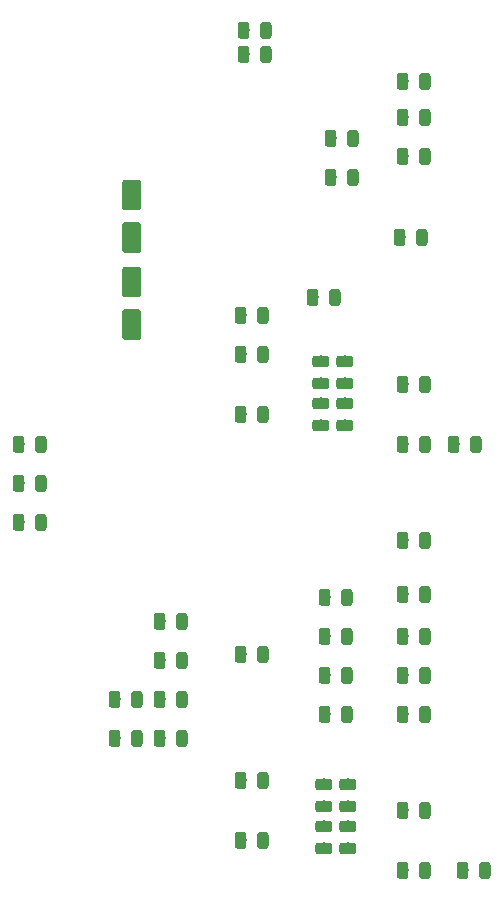
<source format=gbr>
G04 #@! TF.GenerationSoftware,KiCad,Pcbnew,(5.1.4-0-10_14)*
G04 #@! TF.CreationDate,2019-10-08T21:24:40-07:00*
G04 #@! TF.ProjectId,VCO_Main,56434f5f-4d61-4696-9e2e-6b696361645f,rev?*
G04 #@! TF.SameCoordinates,Original*
G04 #@! TF.FileFunction,Paste,Top*
G04 #@! TF.FilePolarity,Positive*
%FSLAX46Y46*%
G04 Gerber Fmt 4.6, Leading zero omitted, Abs format (unit mm)*
G04 Created by KiCad (PCBNEW (5.1.4-0-10_14)) date 2019-10-08 21:24:40*
%MOMM*%
%LPD*%
G04 APERTURE LIST*
%ADD10C,0.150000*%
%ADD11C,0.975000*%
%ADD12C,1.600000*%
G04 APERTURE END LIST*
D10*
G36*
X101946142Y-74739174D02*
G01*
X101969803Y-74742684D01*
X101993007Y-74748496D01*
X102015529Y-74756554D01*
X102037153Y-74766782D01*
X102057670Y-74779079D01*
X102076883Y-74793329D01*
X102094607Y-74809393D01*
X102110671Y-74827117D01*
X102124921Y-74846330D01*
X102137218Y-74866847D01*
X102147446Y-74888471D01*
X102155504Y-74910993D01*
X102161316Y-74934197D01*
X102164826Y-74957858D01*
X102166000Y-74981750D01*
X102166000Y-75894250D01*
X102164826Y-75918142D01*
X102161316Y-75941803D01*
X102155504Y-75965007D01*
X102147446Y-75987529D01*
X102137218Y-76009153D01*
X102124921Y-76029670D01*
X102110671Y-76048883D01*
X102094607Y-76066607D01*
X102076883Y-76082671D01*
X102057670Y-76096921D01*
X102037153Y-76109218D01*
X102015529Y-76119446D01*
X101993007Y-76127504D01*
X101969803Y-76133316D01*
X101946142Y-76136826D01*
X101922250Y-76138000D01*
X101434750Y-76138000D01*
X101410858Y-76136826D01*
X101387197Y-76133316D01*
X101363993Y-76127504D01*
X101341471Y-76119446D01*
X101319847Y-76109218D01*
X101299330Y-76096921D01*
X101280117Y-76082671D01*
X101262393Y-76066607D01*
X101246329Y-76048883D01*
X101232079Y-76029670D01*
X101219782Y-76009153D01*
X101209554Y-75987529D01*
X101201496Y-75965007D01*
X101195684Y-75941803D01*
X101192174Y-75918142D01*
X101191000Y-75894250D01*
X101191000Y-74981750D01*
X101192174Y-74957858D01*
X101195684Y-74934197D01*
X101201496Y-74910993D01*
X101209554Y-74888471D01*
X101219782Y-74866847D01*
X101232079Y-74846330D01*
X101246329Y-74827117D01*
X101262393Y-74809393D01*
X101280117Y-74793329D01*
X101299330Y-74779079D01*
X101319847Y-74766782D01*
X101341471Y-74756554D01*
X101363993Y-74748496D01*
X101387197Y-74742684D01*
X101410858Y-74739174D01*
X101434750Y-74738000D01*
X101922250Y-74738000D01*
X101946142Y-74739174D01*
X101946142Y-74739174D01*
G37*
D11*
X101678500Y-75438000D03*
D10*
G36*
X103821142Y-74739174D02*
G01*
X103844803Y-74742684D01*
X103868007Y-74748496D01*
X103890529Y-74756554D01*
X103912153Y-74766782D01*
X103932670Y-74779079D01*
X103951883Y-74793329D01*
X103969607Y-74809393D01*
X103985671Y-74827117D01*
X103999921Y-74846330D01*
X104012218Y-74866847D01*
X104022446Y-74888471D01*
X104030504Y-74910993D01*
X104036316Y-74934197D01*
X104039826Y-74957858D01*
X104041000Y-74981750D01*
X104041000Y-75894250D01*
X104039826Y-75918142D01*
X104036316Y-75941803D01*
X104030504Y-75965007D01*
X104022446Y-75987529D01*
X104012218Y-76009153D01*
X103999921Y-76029670D01*
X103985671Y-76048883D01*
X103969607Y-76066607D01*
X103951883Y-76082671D01*
X103932670Y-76096921D01*
X103912153Y-76109218D01*
X103890529Y-76119446D01*
X103868007Y-76127504D01*
X103844803Y-76133316D01*
X103821142Y-76136826D01*
X103797250Y-76138000D01*
X103309750Y-76138000D01*
X103285858Y-76136826D01*
X103262197Y-76133316D01*
X103238993Y-76127504D01*
X103216471Y-76119446D01*
X103194847Y-76109218D01*
X103174330Y-76096921D01*
X103155117Y-76082671D01*
X103137393Y-76066607D01*
X103121329Y-76048883D01*
X103107079Y-76029670D01*
X103094782Y-76009153D01*
X103084554Y-75987529D01*
X103076496Y-75965007D01*
X103070684Y-75941803D01*
X103067174Y-75918142D01*
X103066000Y-75894250D01*
X103066000Y-74981750D01*
X103067174Y-74957858D01*
X103070684Y-74934197D01*
X103076496Y-74910993D01*
X103084554Y-74888471D01*
X103094782Y-74866847D01*
X103107079Y-74846330D01*
X103121329Y-74827117D01*
X103137393Y-74809393D01*
X103155117Y-74793329D01*
X103174330Y-74779079D01*
X103194847Y-74766782D01*
X103216471Y-74756554D01*
X103238993Y-74748496D01*
X103262197Y-74742684D01*
X103285858Y-74739174D01*
X103309750Y-74738000D01*
X103797250Y-74738000D01*
X103821142Y-74739174D01*
X103821142Y-74739174D01*
G37*
D11*
X103553500Y-75438000D03*
D10*
G36*
X103821142Y-77787174D02*
G01*
X103844803Y-77790684D01*
X103868007Y-77796496D01*
X103890529Y-77804554D01*
X103912153Y-77814782D01*
X103932670Y-77827079D01*
X103951883Y-77841329D01*
X103969607Y-77857393D01*
X103985671Y-77875117D01*
X103999921Y-77894330D01*
X104012218Y-77914847D01*
X104022446Y-77936471D01*
X104030504Y-77958993D01*
X104036316Y-77982197D01*
X104039826Y-78005858D01*
X104041000Y-78029750D01*
X104041000Y-78942250D01*
X104039826Y-78966142D01*
X104036316Y-78989803D01*
X104030504Y-79013007D01*
X104022446Y-79035529D01*
X104012218Y-79057153D01*
X103999921Y-79077670D01*
X103985671Y-79096883D01*
X103969607Y-79114607D01*
X103951883Y-79130671D01*
X103932670Y-79144921D01*
X103912153Y-79157218D01*
X103890529Y-79167446D01*
X103868007Y-79175504D01*
X103844803Y-79181316D01*
X103821142Y-79184826D01*
X103797250Y-79186000D01*
X103309750Y-79186000D01*
X103285858Y-79184826D01*
X103262197Y-79181316D01*
X103238993Y-79175504D01*
X103216471Y-79167446D01*
X103194847Y-79157218D01*
X103174330Y-79144921D01*
X103155117Y-79130671D01*
X103137393Y-79114607D01*
X103121329Y-79096883D01*
X103107079Y-79077670D01*
X103094782Y-79057153D01*
X103084554Y-79035529D01*
X103076496Y-79013007D01*
X103070684Y-78989803D01*
X103067174Y-78966142D01*
X103066000Y-78942250D01*
X103066000Y-78029750D01*
X103067174Y-78005858D01*
X103070684Y-77982197D01*
X103076496Y-77958993D01*
X103084554Y-77936471D01*
X103094782Y-77914847D01*
X103107079Y-77894330D01*
X103121329Y-77875117D01*
X103137393Y-77857393D01*
X103155117Y-77841329D01*
X103174330Y-77827079D01*
X103194847Y-77814782D01*
X103216471Y-77804554D01*
X103238993Y-77796496D01*
X103262197Y-77790684D01*
X103285858Y-77787174D01*
X103309750Y-77786000D01*
X103797250Y-77786000D01*
X103821142Y-77787174D01*
X103821142Y-77787174D01*
G37*
D11*
X103553500Y-78486000D03*
D10*
G36*
X101946142Y-77787174D02*
G01*
X101969803Y-77790684D01*
X101993007Y-77796496D01*
X102015529Y-77804554D01*
X102037153Y-77814782D01*
X102057670Y-77827079D01*
X102076883Y-77841329D01*
X102094607Y-77857393D01*
X102110671Y-77875117D01*
X102124921Y-77894330D01*
X102137218Y-77914847D01*
X102147446Y-77936471D01*
X102155504Y-77958993D01*
X102161316Y-77982197D01*
X102164826Y-78005858D01*
X102166000Y-78029750D01*
X102166000Y-78942250D01*
X102164826Y-78966142D01*
X102161316Y-78989803D01*
X102155504Y-79013007D01*
X102147446Y-79035529D01*
X102137218Y-79057153D01*
X102124921Y-79077670D01*
X102110671Y-79096883D01*
X102094607Y-79114607D01*
X102076883Y-79130671D01*
X102057670Y-79144921D01*
X102037153Y-79157218D01*
X102015529Y-79167446D01*
X101993007Y-79175504D01*
X101969803Y-79181316D01*
X101946142Y-79184826D01*
X101922250Y-79186000D01*
X101434750Y-79186000D01*
X101410858Y-79184826D01*
X101387197Y-79181316D01*
X101363993Y-79175504D01*
X101341471Y-79167446D01*
X101319847Y-79157218D01*
X101299330Y-79144921D01*
X101280117Y-79130671D01*
X101262393Y-79114607D01*
X101246329Y-79096883D01*
X101232079Y-79077670D01*
X101219782Y-79057153D01*
X101209554Y-79035529D01*
X101201496Y-79013007D01*
X101195684Y-78989803D01*
X101192174Y-78966142D01*
X101191000Y-78942250D01*
X101191000Y-78029750D01*
X101192174Y-78005858D01*
X101195684Y-77982197D01*
X101201496Y-77958993D01*
X101209554Y-77936471D01*
X101219782Y-77914847D01*
X101232079Y-77894330D01*
X101246329Y-77875117D01*
X101262393Y-77857393D01*
X101280117Y-77841329D01*
X101299330Y-77827079D01*
X101319847Y-77814782D01*
X101341471Y-77804554D01*
X101363993Y-77796496D01*
X101387197Y-77790684D01*
X101410858Y-77787174D01*
X101434750Y-77786000D01*
X101922250Y-77786000D01*
X101946142Y-77787174D01*
X101946142Y-77787174D01*
G37*
D11*
X101678500Y-78486000D03*
D10*
G36*
X90359142Y-70421174D02*
G01*
X90382803Y-70424684D01*
X90406007Y-70430496D01*
X90428529Y-70438554D01*
X90450153Y-70448782D01*
X90470670Y-70461079D01*
X90489883Y-70475329D01*
X90507607Y-70491393D01*
X90523671Y-70509117D01*
X90537921Y-70528330D01*
X90550218Y-70548847D01*
X90560446Y-70570471D01*
X90568504Y-70592993D01*
X90574316Y-70616197D01*
X90577826Y-70639858D01*
X90579000Y-70663750D01*
X90579000Y-71576250D01*
X90577826Y-71600142D01*
X90574316Y-71623803D01*
X90568504Y-71647007D01*
X90560446Y-71669529D01*
X90550218Y-71691153D01*
X90537921Y-71711670D01*
X90523671Y-71730883D01*
X90507607Y-71748607D01*
X90489883Y-71764671D01*
X90470670Y-71778921D01*
X90450153Y-71791218D01*
X90428529Y-71801446D01*
X90406007Y-71809504D01*
X90382803Y-71815316D01*
X90359142Y-71818826D01*
X90335250Y-71820000D01*
X89847750Y-71820000D01*
X89823858Y-71818826D01*
X89800197Y-71815316D01*
X89776993Y-71809504D01*
X89754471Y-71801446D01*
X89732847Y-71791218D01*
X89712330Y-71778921D01*
X89693117Y-71764671D01*
X89675393Y-71748607D01*
X89659329Y-71730883D01*
X89645079Y-71711670D01*
X89632782Y-71691153D01*
X89622554Y-71669529D01*
X89614496Y-71647007D01*
X89608684Y-71623803D01*
X89605174Y-71600142D01*
X89604000Y-71576250D01*
X89604000Y-70663750D01*
X89605174Y-70639858D01*
X89608684Y-70616197D01*
X89614496Y-70592993D01*
X89622554Y-70570471D01*
X89632782Y-70548847D01*
X89645079Y-70528330D01*
X89659329Y-70509117D01*
X89675393Y-70491393D01*
X89693117Y-70475329D01*
X89712330Y-70461079D01*
X89732847Y-70448782D01*
X89754471Y-70438554D01*
X89776993Y-70430496D01*
X89800197Y-70424684D01*
X89823858Y-70421174D01*
X89847750Y-70420000D01*
X90335250Y-70420000D01*
X90359142Y-70421174D01*
X90359142Y-70421174D01*
G37*
D11*
X90091500Y-71120000D03*
D10*
G36*
X88484142Y-70421174D02*
G01*
X88507803Y-70424684D01*
X88531007Y-70430496D01*
X88553529Y-70438554D01*
X88575153Y-70448782D01*
X88595670Y-70461079D01*
X88614883Y-70475329D01*
X88632607Y-70491393D01*
X88648671Y-70509117D01*
X88662921Y-70528330D01*
X88675218Y-70548847D01*
X88685446Y-70570471D01*
X88693504Y-70592993D01*
X88699316Y-70616197D01*
X88702826Y-70639858D01*
X88704000Y-70663750D01*
X88704000Y-71576250D01*
X88702826Y-71600142D01*
X88699316Y-71623803D01*
X88693504Y-71647007D01*
X88685446Y-71669529D01*
X88675218Y-71691153D01*
X88662921Y-71711670D01*
X88648671Y-71730883D01*
X88632607Y-71748607D01*
X88614883Y-71764671D01*
X88595670Y-71778921D01*
X88575153Y-71791218D01*
X88553529Y-71801446D01*
X88531007Y-71809504D01*
X88507803Y-71815316D01*
X88484142Y-71818826D01*
X88460250Y-71820000D01*
X87972750Y-71820000D01*
X87948858Y-71818826D01*
X87925197Y-71815316D01*
X87901993Y-71809504D01*
X87879471Y-71801446D01*
X87857847Y-71791218D01*
X87837330Y-71778921D01*
X87818117Y-71764671D01*
X87800393Y-71748607D01*
X87784329Y-71730883D01*
X87770079Y-71711670D01*
X87757782Y-71691153D01*
X87747554Y-71669529D01*
X87739496Y-71647007D01*
X87733684Y-71623803D01*
X87730174Y-71600142D01*
X87729000Y-71576250D01*
X87729000Y-70663750D01*
X87730174Y-70639858D01*
X87733684Y-70616197D01*
X87739496Y-70592993D01*
X87747554Y-70570471D01*
X87757782Y-70548847D01*
X87770079Y-70528330D01*
X87784329Y-70509117D01*
X87800393Y-70491393D01*
X87818117Y-70475329D01*
X87837330Y-70461079D01*
X87857847Y-70448782D01*
X87879471Y-70438554D01*
X87901993Y-70430496D01*
X87925197Y-70424684D01*
X87948858Y-70421174D01*
X87972750Y-70420000D01*
X88460250Y-70420000D01*
X88484142Y-70421174D01*
X88484142Y-70421174D01*
G37*
D11*
X88216500Y-71120000D03*
D10*
G36*
X95850142Y-79565174D02*
G01*
X95873803Y-79568684D01*
X95897007Y-79574496D01*
X95919529Y-79582554D01*
X95941153Y-79592782D01*
X95961670Y-79605079D01*
X95980883Y-79619329D01*
X95998607Y-79635393D01*
X96014671Y-79653117D01*
X96028921Y-79672330D01*
X96041218Y-79692847D01*
X96051446Y-79714471D01*
X96059504Y-79736993D01*
X96065316Y-79760197D01*
X96068826Y-79783858D01*
X96070000Y-79807750D01*
X96070000Y-80720250D01*
X96068826Y-80744142D01*
X96065316Y-80767803D01*
X96059504Y-80791007D01*
X96051446Y-80813529D01*
X96041218Y-80835153D01*
X96028921Y-80855670D01*
X96014671Y-80874883D01*
X95998607Y-80892607D01*
X95980883Y-80908671D01*
X95961670Y-80922921D01*
X95941153Y-80935218D01*
X95919529Y-80945446D01*
X95897007Y-80953504D01*
X95873803Y-80959316D01*
X95850142Y-80962826D01*
X95826250Y-80964000D01*
X95338750Y-80964000D01*
X95314858Y-80962826D01*
X95291197Y-80959316D01*
X95267993Y-80953504D01*
X95245471Y-80945446D01*
X95223847Y-80935218D01*
X95203330Y-80922921D01*
X95184117Y-80908671D01*
X95166393Y-80892607D01*
X95150329Y-80874883D01*
X95136079Y-80855670D01*
X95123782Y-80835153D01*
X95113554Y-80813529D01*
X95105496Y-80791007D01*
X95099684Y-80767803D01*
X95096174Y-80744142D01*
X95095000Y-80720250D01*
X95095000Y-79807750D01*
X95096174Y-79783858D01*
X95099684Y-79760197D01*
X95105496Y-79736993D01*
X95113554Y-79714471D01*
X95123782Y-79692847D01*
X95136079Y-79672330D01*
X95150329Y-79653117D01*
X95166393Y-79635393D01*
X95184117Y-79619329D01*
X95203330Y-79605079D01*
X95223847Y-79592782D01*
X95245471Y-79582554D01*
X95267993Y-79574496D01*
X95291197Y-79568684D01*
X95314858Y-79565174D01*
X95338750Y-79564000D01*
X95826250Y-79564000D01*
X95850142Y-79565174D01*
X95850142Y-79565174D01*
G37*
D11*
X95582500Y-80264000D03*
D10*
G36*
X97725142Y-79565174D02*
G01*
X97748803Y-79568684D01*
X97772007Y-79574496D01*
X97794529Y-79582554D01*
X97816153Y-79592782D01*
X97836670Y-79605079D01*
X97855883Y-79619329D01*
X97873607Y-79635393D01*
X97889671Y-79653117D01*
X97903921Y-79672330D01*
X97916218Y-79692847D01*
X97926446Y-79714471D01*
X97934504Y-79736993D01*
X97940316Y-79760197D01*
X97943826Y-79783858D01*
X97945000Y-79807750D01*
X97945000Y-80720250D01*
X97943826Y-80744142D01*
X97940316Y-80767803D01*
X97934504Y-80791007D01*
X97926446Y-80813529D01*
X97916218Y-80835153D01*
X97903921Y-80855670D01*
X97889671Y-80874883D01*
X97873607Y-80892607D01*
X97855883Y-80908671D01*
X97836670Y-80922921D01*
X97816153Y-80935218D01*
X97794529Y-80945446D01*
X97772007Y-80953504D01*
X97748803Y-80959316D01*
X97725142Y-80962826D01*
X97701250Y-80964000D01*
X97213750Y-80964000D01*
X97189858Y-80962826D01*
X97166197Y-80959316D01*
X97142993Y-80953504D01*
X97120471Y-80945446D01*
X97098847Y-80935218D01*
X97078330Y-80922921D01*
X97059117Y-80908671D01*
X97041393Y-80892607D01*
X97025329Y-80874883D01*
X97011079Y-80855670D01*
X96998782Y-80835153D01*
X96988554Y-80813529D01*
X96980496Y-80791007D01*
X96974684Y-80767803D01*
X96971174Y-80744142D01*
X96970000Y-80720250D01*
X96970000Y-79807750D01*
X96971174Y-79783858D01*
X96974684Y-79760197D01*
X96980496Y-79736993D01*
X96988554Y-79714471D01*
X96998782Y-79692847D01*
X97011079Y-79672330D01*
X97025329Y-79653117D01*
X97041393Y-79635393D01*
X97059117Y-79619329D01*
X97078330Y-79605079D01*
X97098847Y-79592782D01*
X97120471Y-79582554D01*
X97142993Y-79574496D01*
X97166197Y-79568684D01*
X97189858Y-79565174D01*
X97213750Y-79564000D01*
X97701250Y-79564000D01*
X97725142Y-79565174D01*
X97725142Y-79565174D01*
G37*
D11*
X97457500Y-80264000D03*
D10*
G36*
X97725142Y-82867174D02*
G01*
X97748803Y-82870684D01*
X97772007Y-82876496D01*
X97794529Y-82884554D01*
X97816153Y-82894782D01*
X97836670Y-82907079D01*
X97855883Y-82921329D01*
X97873607Y-82937393D01*
X97889671Y-82955117D01*
X97903921Y-82974330D01*
X97916218Y-82994847D01*
X97926446Y-83016471D01*
X97934504Y-83038993D01*
X97940316Y-83062197D01*
X97943826Y-83085858D01*
X97945000Y-83109750D01*
X97945000Y-84022250D01*
X97943826Y-84046142D01*
X97940316Y-84069803D01*
X97934504Y-84093007D01*
X97926446Y-84115529D01*
X97916218Y-84137153D01*
X97903921Y-84157670D01*
X97889671Y-84176883D01*
X97873607Y-84194607D01*
X97855883Y-84210671D01*
X97836670Y-84224921D01*
X97816153Y-84237218D01*
X97794529Y-84247446D01*
X97772007Y-84255504D01*
X97748803Y-84261316D01*
X97725142Y-84264826D01*
X97701250Y-84266000D01*
X97213750Y-84266000D01*
X97189858Y-84264826D01*
X97166197Y-84261316D01*
X97142993Y-84255504D01*
X97120471Y-84247446D01*
X97098847Y-84237218D01*
X97078330Y-84224921D01*
X97059117Y-84210671D01*
X97041393Y-84194607D01*
X97025329Y-84176883D01*
X97011079Y-84157670D01*
X96998782Y-84137153D01*
X96988554Y-84115529D01*
X96980496Y-84093007D01*
X96974684Y-84069803D01*
X96971174Y-84046142D01*
X96970000Y-84022250D01*
X96970000Y-83109750D01*
X96971174Y-83085858D01*
X96974684Y-83062197D01*
X96980496Y-83038993D01*
X96988554Y-83016471D01*
X96998782Y-82994847D01*
X97011079Y-82974330D01*
X97025329Y-82955117D01*
X97041393Y-82937393D01*
X97059117Y-82921329D01*
X97078330Y-82907079D01*
X97098847Y-82894782D01*
X97120471Y-82884554D01*
X97142993Y-82876496D01*
X97166197Y-82870684D01*
X97189858Y-82867174D01*
X97213750Y-82866000D01*
X97701250Y-82866000D01*
X97725142Y-82867174D01*
X97725142Y-82867174D01*
G37*
D11*
X97457500Y-83566000D03*
D10*
G36*
X95850142Y-82867174D02*
G01*
X95873803Y-82870684D01*
X95897007Y-82876496D01*
X95919529Y-82884554D01*
X95941153Y-82894782D01*
X95961670Y-82907079D01*
X95980883Y-82921329D01*
X95998607Y-82937393D01*
X96014671Y-82955117D01*
X96028921Y-82974330D01*
X96041218Y-82994847D01*
X96051446Y-83016471D01*
X96059504Y-83038993D01*
X96065316Y-83062197D01*
X96068826Y-83085858D01*
X96070000Y-83109750D01*
X96070000Y-84022250D01*
X96068826Y-84046142D01*
X96065316Y-84069803D01*
X96059504Y-84093007D01*
X96051446Y-84115529D01*
X96041218Y-84137153D01*
X96028921Y-84157670D01*
X96014671Y-84176883D01*
X95998607Y-84194607D01*
X95980883Y-84210671D01*
X95961670Y-84224921D01*
X95941153Y-84237218D01*
X95919529Y-84247446D01*
X95897007Y-84255504D01*
X95873803Y-84261316D01*
X95850142Y-84264826D01*
X95826250Y-84266000D01*
X95338750Y-84266000D01*
X95314858Y-84264826D01*
X95291197Y-84261316D01*
X95267993Y-84255504D01*
X95245471Y-84247446D01*
X95223847Y-84237218D01*
X95203330Y-84224921D01*
X95184117Y-84210671D01*
X95166393Y-84194607D01*
X95150329Y-84176883D01*
X95136079Y-84157670D01*
X95123782Y-84137153D01*
X95113554Y-84115529D01*
X95105496Y-84093007D01*
X95099684Y-84069803D01*
X95096174Y-84046142D01*
X95095000Y-84022250D01*
X95095000Y-83109750D01*
X95096174Y-83085858D01*
X95099684Y-83062197D01*
X95105496Y-83038993D01*
X95113554Y-83016471D01*
X95123782Y-82994847D01*
X95136079Y-82974330D01*
X95150329Y-82955117D01*
X95166393Y-82937393D01*
X95184117Y-82921329D01*
X95203330Y-82907079D01*
X95223847Y-82894782D01*
X95245471Y-82884554D01*
X95267993Y-82876496D01*
X95291197Y-82870684D01*
X95314858Y-82867174D01*
X95338750Y-82866000D01*
X95826250Y-82866000D01*
X95850142Y-82867174D01*
X95850142Y-82867174D01*
G37*
D11*
X95582500Y-83566000D03*
D10*
G36*
X88230142Y-94551174D02*
G01*
X88253803Y-94554684D01*
X88277007Y-94560496D01*
X88299529Y-94568554D01*
X88321153Y-94578782D01*
X88341670Y-94591079D01*
X88360883Y-94605329D01*
X88378607Y-94621393D01*
X88394671Y-94639117D01*
X88408921Y-94658330D01*
X88421218Y-94678847D01*
X88431446Y-94700471D01*
X88439504Y-94722993D01*
X88445316Y-94746197D01*
X88448826Y-94769858D01*
X88450000Y-94793750D01*
X88450000Y-95706250D01*
X88448826Y-95730142D01*
X88445316Y-95753803D01*
X88439504Y-95777007D01*
X88431446Y-95799529D01*
X88421218Y-95821153D01*
X88408921Y-95841670D01*
X88394671Y-95860883D01*
X88378607Y-95878607D01*
X88360883Y-95894671D01*
X88341670Y-95908921D01*
X88321153Y-95921218D01*
X88299529Y-95931446D01*
X88277007Y-95939504D01*
X88253803Y-95945316D01*
X88230142Y-95948826D01*
X88206250Y-95950000D01*
X87718750Y-95950000D01*
X87694858Y-95948826D01*
X87671197Y-95945316D01*
X87647993Y-95939504D01*
X87625471Y-95931446D01*
X87603847Y-95921218D01*
X87583330Y-95908921D01*
X87564117Y-95894671D01*
X87546393Y-95878607D01*
X87530329Y-95860883D01*
X87516079Y-95841670D01*
X87503782Y-95821153D01*
X87493554Y-95799529D01*
X87485496Y-95777007D01*
X87479684Y-95753803D01*
X87476174Y-95730142D01*
X87475000Y-95706250D01*
X87475000Y-94793750D01*
X87476174Y-94769858D01*
X87479684Y-94746197D01*
X87485496Y-94722993D01*
X87493554Y-94700471D01*
X87503782Y-94678847D01*
X87516079Y-94658330D01*
X87530329Y-94639117D01*
X87546393Y-94621393D01*
X87564117Y-94605329D01*
X87583330Y-94591079D01*
X87603847Y-94578782D01*
X87625471Y-94568554D01*
X87647993Y-94560496D01*
X87671197Y-94554684D01*
X87694858Y-94551174D01*
X87718750Y-94550000D01*
X88206250Y-94550000D01*
X88230142Y-94551174D01*
X88230142Y-94551174D01*
G37*
D11*
X87962500Y-95250000D03*
D10*
G36*
X90105142Y-94551174D02*
G01*
X90128803Y-94554684D01*
X90152007Y-94560496D01*
X90174529Y-94568554D01*
X90196153Y-94578782D01*
X90216670Y-94591079D01*
X90235883Y-94605329D01*
X90253607Y-94621393D01*
X90269671Y-94639117D01*
X90283921Y-94658330D01*
X90296218Y-94678847D01*
X90306446Y-94700471D01*
X90314504Y-94722993D01*
X90320316Y-94746197D01*
X90323826Y-94769858D01*
X90325000Y-94793750D01*
X90325000Y-95706250D01*
X90323826Y-95730142D01*
X90320316Y-95753803D01*
X90314504Y-95777007D01*
X90306446Y-95799529D01*
X90296218Y-95821153D01*
X90283921Y-95841670D01*
X90269671Y-95860883D01*
X90253607Y-95878607D01*
X90235883Y-95894671D01*
X90216670Y-95908921D01*
X90196153Y-95921218D01*
X90174529Y-95931446D01*
X90152007Y-95939504D01*
X90128803Y-95945316D01*
X90105142Y-95948826D01*
X90081250Y-95950000D01*
X89593750Y-95950000D01*
X89569858Y-95948826D01*
X89546197Y-95945316D01*
X89522993Y-95939504D01*
X89500471Y-95931446D01*
X89478847Y-95921218D01*
X89458330Y-95908921D01*
X89439117Y-95894671D01*
X89421393Y-95878607D01*
X89405329Y-95860883D01*
X89391079Y-95841670D01*
X89378782Y-95821153D01*
X89368554Y-95799529D01*
X89360496Y-95777007D01*
X89354684Y-95753803D01*
X89351174Y-95730142D01*
X89350000Y-95706250D01*
X89350000Y-94793750D01*
X89351174Y-94769858D01*
X89354684Y-94746197D01*
X89360496Y-94722993D01*
X89368554Y-94700471D01*
X89378782Y-94678847D01*
X89391079Y-94658330D01*
X89405329Y-94639117D01*
X89421393Y-94621393D01*
X89439117Y-94605329D01*
X89458330Y-94591079D01*
X89478847Y-94578782D01*
X89500471Y-94568554D01*
X89522993Y-94560496D01*
X89546197Y-94554684D01*
X89569858Y-94551174D01*
X89593750Y-94550000D01*
X90081250Y-94550000D01*
X90105142Y-94551174D01*
X90105142Y-94551174D01*
G37*
D11*
X89837500Y-95250000D03*
D10*
G36*
X90105142Y-102933174D02*
G01*
X90128803Y-102936684D01*
X90152007Y-102942496D01*
X90174529Y-102950554D01*
X90196153Y-102960782D01*
X90216670Y-102973079D01*
X90235883Y-102987329D01*
X90253607Y-103003393D01*
X90269671Y-103021117D01*
X90283921Y-103040330D01*
X90296218Y-103060847D01*
X90306446Y-103082471D01*
X90314504Y-103104993D01*
X90320316Y-103128197D01*
X90323826Y-103151858D01*
X90325000Y-103175750D01*
X90325000Y-104088250D01*
X90323826Y-104112142D01*
X90320316Y-104135803D01*
X90314504Y-104159007D01*
X90306446Y-104181529D01*
X90296218Y-104203153D01*
X90283921Y-104223670D01*
X90269671Y-104242883D01*
X90253607Y-104260607D01*
X90235883Y-104276671D01*
X90216670Y-104290921D01*
X90196153Y-104303218D01*
X90174529Y-104313446D01*
X90152007Y-104321504D01*
X90128803Y-104327316D01*
X90105142Y-104330826D01*
X90081250Y-104332000D01*
X89593750Y-104332000D01*
X89569858Y-104330826D01*
X89546197Y-104327316D01*
X89522993Y-104321504D01*
X89500471Y-104313446D01*
X89478847Y-104303218D01*
X89458330Y-104290921D01*
X89439117Y-104276671D01*
X89421393Y-104260607D01*
X89405329Y-104242883D01*
X89391079Y-104223670D01*
X89378782Y-104203153D01*
X89368554Y-104181529D01*
X89360496Y-104159007D01*
X89354684Y-104135803D01*
X89351174Y-104112142D01*
X89350000Y-104088250D01*
X89350000Y-103175750D01*
X89351174Y-103151858D01*
X89354684Y-103128197D01*
X89360496Y-103104993D01*
X89368554Y-103082471D01*
X89378782Y-103060847D01*
X89391079Y-103040330D01*
X89405329Y-103021117D01*
X89421393Y-103003393D01*
X89439117Y-102987329D01*
X89458330Y-102973079D01*
X89478847Y-102960782D01*
X89500471Y-102950554D01*
X89522993Y-102942496D01*
X89546197Y-102936684D01*
X89569858Y-102933174D01*
X89593750Y-102932000D01*
X90081250Y-102932000D01*
X90105142Y-102933174D01*
X90105142Y-102933174D01*
G37*
D11*
X89837500Y-103632000D03*
D10*
G36*
X88230142Y-102933174D02*
G01*
X88253803Y-102936684D01*
X88277007Y-102942496D01*
X88299529Y-102950554D01*
X88321153Y-102960782D01*
X88341670Y-102973079D01*
X88360883Y-102987329D01*
X88378607Y-103003393D01*
X88394671Y-103021117D01*
X88408921Y-103040330D01*
X88421218Y-103060847D01*
X88431446Y-103082471D01*
X88439504Y-103104993D01*
X88445316Y-103128197D01*
X88448826Y-103151858D01*
X88450000Y-103175750D01*
X88450000Y-104088250D01*
X88448826Y-104112142D01*
X88445316Y-104135803D01*
X88439504Y-104159007D01*
X88431446Y-104181529D01*
X88421218Y-104203153D01*
X88408921Y-104223670D01*
X88394671Y-104242883D01*
X88378607Y-104260607D01*
X88360883Y-104276671D01*
X88341670Y-104290921D01*
X88321153Y-104303218D01*
X88299529Y-104313446D01*
X88277007Y-104321504D01*
X88253803Y-104327316D01*
X88230142Y-104330826D01*
X88206250Y-104332000D01*
X87718750Y-104332000D01*
X87694858Y-104330826D01*
X87671197Y-104327316D01*
X87647993Y-104321504D01*
X87625471Y-104313446D01*
X87603847Y-104303218D01*
X87583330Y-104290921D01*
X87564117Y-104276671D01*
X87546393Y-104260607D01*
X87530329Y-104242883D01*
X87516079Y-104223670D01*
X87503782Y-104203153D01*
X87493554Y-104181529D01*
X87485496Y-104159007D01*
X87479684Y-104135803D01*
X87476174Y-104112142D01*
X87475000Y-104088250D01*
X87475000Y-103175750D01*
X87476174Y-103151858D01*
X87479684Y-103128197D01*
X87485496Y-103104993D01*
X87493554Y-103082471D01*
X87503782Y-103060847D01*
X87516079Y-103040330D01*
X87530329Y-103021117D01*
X87546393Y-103003393D01*
X87564117Y-102987329D01*
X87583330Y-102973079D01*
X87603847Y-102960782D01*
X87625471Y-102950554D01*
X87647993Y-102942496D01*
X87671197Y-102936684D01*
X87694858Y-102933174D01*
X87718750Y-102932000D01*
X88206250Y-102932000D01*
X88230142Y-102933174D01*
X88230142Y-102933174D01*
G37*
D11*
X87962500Y-103632000D03*
D10*
G36*
X97254142Y-102208174D02*
G01*
X97277803Y-102211684D01*
X97301007Y-102217496D01*
X97323529Y-102225554D01*
X97345153Y-102235782D01*
X97365670Y-102248079D01*
X97384883Y-102262329D01*
X97402607Y-102278393D01*
X97418671Y-102296117D01*
X97432921Y-102315330D01*
X97445218Y-102335847D01*
X97455446Y-102357471D01*
X97463504Y-102379993D01*
X97469316Y-102403197D01*
X97472826Y-102426858D01*
X97474000Y-102450750D01*
X97474000Y-102938250D01*
X97472826Y-102962142D01*
X97469316Y-102985803D01*
X97463504Y-103009007D01*
X97455446Y-103031529D01*
X97445218Y-103053153D01*
X97432921Y-103073670D01*
X97418671Y-103092883D01*
X97402607Y-103110607D01*
X97384883Y-103126671D01*
X97365670Y-103140921D01*
X97345153Y-103153218D01*
X97323529Y-103163446D01*
X97301007Y-103171504D01*
X97277803Y-103177316D01*
X97254142Y-103180826D01*
X97230250Y-103182000D01*
X96317750Y-103182000D01*
X96293858Y-103180826D01*
X96270197Y-103177316D01*
X96246993Y-103171504D01*
X96224471Y-103163446D01*
X96202847Y-103153218D01*
X96182330Y-103140921D01*
X96163117Y-103126671D01*
X96145393Y-103110607D01*
X96129329Y-103092883D01*
X96115079Y-103073670D01*
X96102782Y-103053153D01*
X96092554Y-103031529D01*
X96084496Y-103009007D01*
X96078684Y-102985803D01*
X96075174Y-102962142D01*
X96074000Y-102938250D01*
X96074000Y-102450750D01*
X96075174Y-102426858D01*
X96078684Y-102403197D01*
X96084496Y-102379993D01*
X96092554Y-102357471D01*
X96102782Y-102335847D01*
X96115079Y-102315330D01*
X96129329Y-102296117D01*
X96145393Y-102278393D01*
X96163117Y-102262329D01*
X96182330Y-102248079D01*
X96202847Y-102235782D01*
X96224471Y-102225554D01*
X96246993Y-102217496D01*
X96270197Y-102211684D01*
X96293858Y-102208174D01*
X96317750Y-102207000D01*
X97230250Y-102207000D01*
X97254142Y-102208174D01*
X97254142Y-102208174D01*
G37*
D11*
X96774000Y-102694500D03*
D10*
G36*
X97254142Y-104083174D02*
G01*
X97277803Y-104086684D01*
X97301007Y-104092496D01*
X97323529Y-104100554D01*
X97345153Y-104110782D01*
X97365670Y-104123079D01*
X97384883Y-104137329D01*
X97402607Y-104153393D01*
X97418671Y-104171117D01*
X97432921Y-104190330D01*
X97445218Y-104210847D01*
X97455446Y-104232471D01*
X97463504Y-104254993D01*
X97469316Y-104278197D01*
X97472826Y-104301858D01*
X97474000Y-104325750D01*
X97474000Y-104813250D01*
X97472826Y-104837142D01*
X97469316Y-104860803D01*
X97463504Y-104884007D01*
X97455446Y-104906529D01*
X97445218Y-104928153D01*
X97432921Y-104948670D01*
X97418671Y-104967883D01*
X97402607Y-104985607D01*
X97384883Y-105001671D01*
X97365670Y-105015921D01*
X97345153Y-105028218D01*
X97323529Y-105038446D01*
X97301007Y-105046504D01*
X97277803Y-105052316D01*
X97254142Y-105055826D01*
X97230250Y-105057000D01*
X96317750Y-105057000D01*
X96293858Y-105055826D01*
X96270197Y-105052316D01*
X96246993Y-105046504D01*
X96224471Y-105038446D01*
X96202847Y-105028218D01*
X96182330Y-105015921D01*
X96163117Y-105001671D01*
X96145393Y-104985607D01*
X96129329Y-104967883D01*
X96115079Y-104948670D01*
X96102782Y-104928153D01*
X96092554Y-104906529D01*
X96084496Y-104884007D01*
X96078684Y-104860803D01*
X96075174Y-104837142D01*
X96074000Y-104813250D01*
X96074000Y-104325750D01*
X96075174Y-104301858D01*
X96078684Y-104278197D01*
X96084496Y-104254993D01*
X96092554Y-104232471D01*
X96102782Y-104210847D01*
X96115079Y-104190330D01*
X96129329Y-104171117D01*
X96145393Y-104153393D01*
X96163117Y-104137329D01*
X96182330Y-104123079D01*
X96202847Y-104110782D01*
X96224471Y-104100554D01*
X96246993Y-104092496D01*
X96270197Y-104086684D01*
X96293858Y-104083174D01*
X96317750Y-104082000D01*
X97230250Y-104082000D01*
X97254142Y-104083174D01*
X97254142Y-104083174D01*
G37*
D11*
X96774000Y-104569500D03*
D10*
G36*
X101946142Y-118173174D02*
G01*
X101969803Y-118176684D01*
X101993007Y-118182496D01*
X102015529Y-118190554D01*
X102037153Y-118200782D01*
X102057670Y-118213079D01*
X102076883Y-118227329D01*
X102094607Y-118243393D01*
X102110671Y-118261117D01*
X102124921Y-118280330D01*
X102137218Y-118300847D01*
X102147446Y-118322471D01*
X102155504Y-118344993D01*
X102161316Y-118368197D01*
X102164826Y-118391858D01*
X102166000Y-118415750D01*
X102166000Y-119328250D01*
X102164826Y-119352142D01*
X102161316Y-119375803D01*
X102155504Y-119399007D01*
X102147446Y-119421529D01*
X102137218Y-119443153D01*
X102124921Y-119463670D01*
X102110671Y-119482883D01*
X102094607Y-119500607D01*
X102076883Y-119516671D01*
X102057670Y-119530921D01*
X102037153Y-119543218D01*
X102015529Y-119553446D01*
X101993007Y-119561504D01*
X101969803Y-119567316D01*
X101946142Y-119570826D01*
X101922250Y-119572000D01*
X101434750Y-119572000D01*
X101410858Y-119570826D01*
X101387197Y-119567316D01*
X101363993Y-119561504D01*
X101341471Y-119553446D01*
X101319847Y-119543218D01*
X101299330Y-119530921D01*
X101280117Y-119516671D01*
X101262393Y-119500607D01*
X101246329Y-119482883D01*
X101232079Y-119463670D01*
X101219782Y-119443153D01*
X101209554Y-119421529D01*
X101201496Y-119399007D01*
X101195684Y-119375803D01*
X101192174Y-119352142D01*
X101191000Y-119328250D01*
X101191000Y-118415750D01*
X101192174Y-118391858D01*
X101195684Y-118368197D01*
X101201496Y-118344993D01*
X101209554Y-118322471D01*
X101219782Y-118300847D01*
X101232079Y-118280330D01*
X101246329Y-118261117D01*
X101262393Y-118243393D01*
X101280117Y-118227329D01*
X101299330Y-118213079D01*
X101319847Y-118200782D01*
X101341471Y-118190554D01*
X101363993Y-118182496D01*
X101387197Y-118176684D01*
X101410858Y-118173174D01*
X101434750Y-118172000D01*
X101922250Y-118172000D01*
X101946142Y-118173174D01*
X101946142Y-118173174D01*
G37*
D11*
X101678500Y-118872000D03*
D10*
G36*
X103821142Y-118173174D02*
G01*
X103844803Y-118176684D01*
X103868007Y-118182496D01*
X103890529Y-118190554D01*
X103912153Y-118200782D01*
X103932670Y-118213079D01*
X103951883Y-118227329D01*
X103969607Y-118243393D01*
X103985671Y-118261117D01*
X103999921Y-118280330D01*
X104012218Y-118300847D01*
X104022446Y-118322471D01*
X104030504Y-118344993D01*
X104036316Y-118368197D01*
X104039826Y-118391858D01*
X104041000Y-118415750D01*
X104041000Y-119328250D01*
X104039826Y-119352142D01*
X104036316Y-119375803D01*
X104030504Y-119399007D01*
X104022446Y-119421529D01*
X104012218Y-119443153D01*
X103999921Y-119463670D01*
X103985671Y-119482883D01*
X103969607Y-119500607D01*
X103951883Y-119516671D01*
X103932670Y-119530921D01*
X103912153Y-119543218D01*
X103890529Y-119553446D01*
X103868007Y-119561504D01*
X103844803Y-119567316D01*
X103821142Y-119570826D01*
X103797250Y-119572000D01*
X103309750Y-119572000D01*
X103285858Y-119570826D01*
X103262197Y-119567316D01*
X103238993Y-119561504D01*
X103216471Y-119553446D01*
X103194847Y-119543218D01*
X103174330Y-119530921D01*
X103155117Y-119516671D01*
X103137393Y-119500607D01*
X103121329Y-119482883D01*
X103107079Y-119463670D01*
X103094782Y-119443153D01*
X103084554Y-119421529D01*
X103076496Y-119399007D01*
X103070684Y-119375803D01*
X103067174Y-119352142D01*
X103066000Y-119328250D01*
X103066000Y-118415750D01*
X103067174Y-118391858D01*
X103070684Y-118368197D01*
X103076496Y-118344993D01*
X103084554Y-118322471D01*
X103094782Y-118300847D01*
X103107079Y-118280330D01*
X103121329Y-118261117D01*
X103137393Y-118243393D01*
X103155117Y-118227329D01*
X103174330Y-118213079D01*
X103194847Y-118200782D01*
X103216471Y-118190554D01*
X103238993Y-118182496D01*
X103262197Y-118176684D01*
X103285858Y-118173174D01*
X103309750Y-118172000D01*
X103797250Y-118172000D01*
X103821142Y-118173174D01*
X103821142Y-118173174D01*
G37*
D11*
X103553500Y-118872000D03*
D10*
G36*
X95342142Y-118427174D02*
G01*
X95365803Y-118430684D01*
X95389007Y-118436496D01*
X95411529Y-118444554D01*
X95433153Y-118454782D01*
X95453670Y-118467079D01*
X95472883Y-118481329D01*
X95490607Y-118497393D01*
X95506671Y-118515117D01*
X95520921Y-118534330D01*
X95533218Y-118554847D01*
X95543446Y-118576471D01*
X95551504Y-118598993D01*
X95557316Y-118622197D01*
X95560826Y-118645858D01*
X95562000Y-118669750D01*
X95562000Y-119582250D01*
X95560826Y-119606142D01*
X95557316Y-119629803D01*
X95551504Y-119653007D01*
X95543446Y-119675529D01*
X95533218Y-119697153D01*
X95520921Y-119717670D01*
X95506671Y-119736883D01*
X95490607Y-119754607D01*
X95472883Y-119770671D01*
X95453670Y-119784921D01*
X95433153Y-119797218D01*
X95411529Y-119807446D01*
X95389007Y-119815504D01*
X95365803Y-119821316D01*
X95342142Y-119824826D01*
X95318250Y-119826000D01*
X94830750Y-119826000D01*
X94806858Y-119824826D01*
X94783197Y-119821316D01*
X94759993Y-119815504D01*
X94737471Y-119807446D01*
X94715847Y-119797218D01*
X94695330Y-119784921D01*
X94676117Y-119770671D01*
X94658393Y-119754607D01*
X94642329Y-119736883D01*
X94628079Y-119717670D01*
X94615782Y-119697153D01*
X94605554Y-119675529D01*
X94597496Y-119653007D01*
X94591684Y-119629803D01*
X94588174Y-119606142D01*
X94587000Y-119582250D01*
X94587000Y-118669750D01*
X94588174Y-118645858D01*
X94591684Y-118622197D01*
X94597496Y-118598993D01*
X94605554Y-118576471D01*
X94615782Y-118554847D01*
X94628079Y-118534330D01*
X94642329Y-118515117D01*
X94658393Y-118497393D01*
X94676117Y-118481329D01*
X94695330Y-118467079D01*
X94715847Y-118454782D01*
X94737471Y-118444554D01*
X94759993Y-118436496D01*
X94783197Y-118430684D01*
X94806858Y-118427174D01*
X94830750Y-118426000D01*
X95318250Y-118426000D01*
X95342142Y-118427174D01*
X95342142Y-118427174D01*
G37*
D11*
X95074500Y-119126000D03*
D10*
G36*
X97217142Y-118427174D02*
G01*
X97240803Y-118430684D01*
X97264007Y-118436496D01*
X97286529Y-118444554D01*
X97308153Y-118454782D01*
X97328670Y-118467079D01*
X97347883Y-118481329D01*
X97365607Y-118497393D01*
X97381671Y-118515117D01*
X97395921Y-118534330D01*
X97408218Y-118554847D01*
X97418446Y-118576471D01*
X97426504Y-118598993D01*
X97432316Y-118622197D01*
X97435826Y-118645858D01*
X97437000Y-118669750D01*
X97437000Y-119582250D01*
X97435826Y-119606142D01*
X97432316Y-119629803D01*
X97426504Y-119653007D01*
X97418446Y-119675529D01*
X97408218Y-119697153D01*
X97395921Y-119717670D01*
X97381671Y-119736883D01*
X97365607Y-119754607D01*
X97347883Y-119770671D01*
X97328670Y-119784921D01*
X97308153Y-119797218D01*
X97286529Y-119807446D01*
X97264007Y-119815504D01*
X97240803Y-119821316D01*
X97217142Y-119824826D01*
X97193250Y-119826000D01*
X96705750Y-119826000D01*
X96681858Y-119824826D01*
X96658197Y-119821316D01*
X96634993Y-119815504D01*
X96612471Y-119807446D01*
X96590847Y-119797218D01*
X96570330Y-119784921D01*
X96551117Y-119770671D01*
X96533393Y-119754607D01*
X96517329Y-119736883D01*
X96503079Y-119717670D01*
X96490782Y-119697153D01*
X96480554Y-119675529D01*
X96472496Y-119653007D01*
X96466684Y-119629803D01*
X96463174Y-119606142D01*
X96462000Y-119582250D01*
X96462000Y-118669750D01*
X96463174Y-118645858D01*
X96466684Y-118622197D01*
X96472496Y-118598993D01*
X96480554Y-118576471D01*
X96490782Y-118554847D01*
X96503079Y-118534330D01*
X96517329Y-118515117D01*
X96533393Y-118497393D01*
X96551117Y-118481329D01*
X96570330Y-118467079D01*
X96590847Y-118454782D01*
X96612471Y-118444554D01*
X96634993Y-118436496D01*
X96658197Y-118430684D01*
X96681858Y-118427174D01*
X96705750Y-118426000D01*
X97193250Y-118426000D01*
X97217142Y-118427174D01*
X97217142Y-118427174D01*
G37*
D11*
X96949500Y-119126000D03*
D10*
G36*
X95342142Y-121729174D02*
G01*
X95365803Y-121732684D01*
X95389007Y-121738496D01*
X95411529Y-121746554D01*
X95433153Y-121756782D01*
X95453670Y-121769079D01*
X95472883Y-121783329D01*
X95490607Y-121799393D01*
X95506671Y-121817117D01*
X95520921Y-121836330D01*
X95533218Y-121856847D01*
X95543446Y-121878471D01*
X95551504Y-121900993D01*
X95557316Y-121924197D01*
X95560826Y-121947858D01*
X95562000Y-121971750D01*
X95562000Y-122884250D01*
X95560826Y-122908142D01*
X95557316Y-122931803D01*
X95551504Y-122955007D01*
X95543446Y-122977529D01*
X95533218Y-122999153D01*
X95520921Y-123019670D01*
X95506671Y-123038883D01*
X95490607Y-123056607D01*
X95472883Y-123072671D01*
X95453670Y-123086921D01*
X95433153Y-123099218D01*
X95411529Y-123109446D01*
X95389007Y-123117504D01*
X95365803Y-123123316D01*
X95342142Y-123126826D01*
X95318250Y-123128000D01*
X94830750Y-123128000D01*
X94806858Y-123126826D01*
X94783197Y-123123316D01*
X94759993Y-123117504D01*
X94737471Y-123109446D01*
X94715847Y-123099218D01*
X94695330Y-123086921D01*
X94676117Y-123072671D01*
X94658393Y-123056607D01*
X94642329Y-123038883D01*
X94628079Y-123019670D01*
X94615782Y-122999153D01*
X94605554Y-122977529D01*
X94597496Y-122955007D01*
X94591684Y-122931803D01*
X94588174Y-122908142D01*
X94587000Y-122884250D01*
X94587000Y-121971750D01*
X94588174Y-121947858D01*
X94591684Y-121924197D01*
X94597496Y-121900993D01*
X94605554Y-121878471D01*
X94615782Y-121856847D01*
X94628079Y-121836330D01*
X94642329Y-121817117D01*
X94658393Y-121799393D01*
X94676117Y-121783329D01*
X94695330Y-121769079D01*
X94715847Y-121756782D01*
X94737471Y-121746554D01*
X94759993Y-121738496D01*
X94783197Y-121732684D01*
X94806858Y-121729174D01*
X94830750Y-121728000D01*
X95318250Y-121728000D01*
X95342142Y-121729174D01*
X95342142Y-121729174D01*
G37*
D11*
X95074500Y-122428000D03*
D10*
G36*
X97217142Y-121729174D02*
G01*
X97240803Y-121732684D01*
X97264007Y-121738496D01*
X97286529Y-121746554D01*
X97308153Y-121756782D01*
X97328670Y-121769079D01*
X97347883Y-121783329D01*
X97365607Y-121799393D01*
X97381671Y-121817117D01*
X97395921Y-121836330D01*
X97408218Y-121856847D01*
X97418446Y-121878471D01*
X97426504Y-121900993D01*
X97432316Y-121924197D01*
X97435826Y-121947858D01*
X97437000Y-121971750D01*
X97437000Y-122884250D01*
X97435826Y-122908142D01*
X97432316Y-122931803D01*
X97426504Y-122955007D01*
X97418446Y-122977529D01*
X97408218Y-122999153D01*
X97395921Y-123019670D01*
X97381671Y-123038883D01*
X97365607Y-123056607D01*
X97347883Y-123072671D01*
X97328670Y-123086921D01*
X97308153Y-123099218D01*
X97286529Y-123109446D01*
X97264007Y-123117504D01*
X97240803Y-123123316D01*
X97217142Y-123126826D01*
X97193250Y-123128000D01*
X96705750Y-123128000D01*
X96681858Y-123126826D01*
X96658197Y-123123316D01*
X96634993Y-123117504D01*
X96612471Y-123109446D01*
X96590847Y-123099218D01*
X96570330Y-123086921D01*
X96551117Y-123072671D01*
X96533393Y-123056607D01*
X96517329Y-123038883D01*
X96503079Y-123019670D01*
X96490782Y-122999153D01*
X96480554Y-122977529D01*
X96472496Y-122955007D01*
X96466684Y-122931803D01*
X96463174Y-122908142D01*
X96462000Y-122884250D01*
X96462000Y-121971750D01*
X96463174Y-121947858D01*
X96466684Y-121924197D01*
X96472496Y-121900993D01*
X96480554Y-121878471D01*
X96490782Y-121856847D01*
X96503079Y-121836330D01*
X96517329Y-121817117D01*
X96533393Y-121799393D01*
X96551117Y-121783329D01*
X96570330Y-121769079D01*
X96590847Y-121756782D01*
X96612471Y-121746554D01*
X96634993Y-121738496D01*
X96658197Y-121732684D01*
X96681858Y-121729174D01*
X96705750Y-121728000D01*
X97193250Y-121728000D01*
X97217142Y-121729174D01*
X97217142Y-121729174D01*
G37*
D11*
X96949500Y-122428000D03*
D10*
G36*
X103821142Y-113601174D02*
G01*
X103844803Y-113604684D01*
X103868007Y-113610496D01*
X103890529Y-113618554D01*
X103912153Y-113628782D01*
X103932670Y-113641079D01*
X103951883Y-113655329D01*
X103969607Y-113671393D01*
X103985671Y-113689117D01*
X103999921Y-113708330D01*
X104012218Y-113728847D01*
X104022446Y-113750471D01*
X104030504Y-113772993D01*
X104036316Y-113796197D01*
X104039826Y-113819858D01*
X104041000Y-113843750D01*
X104041000Y-114756250D01*
X104039826Y-114780142D01*
X104036316Y-114803803D01*
X104030504Y-114827007D01*
X104022446Y-114849529D01*
X104012218Y-114871153D01*
X103999921Y-114891670D01*
X103985671Y-114910883D01*
X103969607Y-114928607D01*
X103951883Y-114944671D01*
X103932670Y-114958921D01*
X103912153Y-114971218D01*
X103890529Y-114981446D01*
X103868007Y-114989504D01*
X103844803Y-114995316D01*
X103821142Y-114998826D01*
X103797250Y-115000000D01*
X103309750Y-115000000D01*
X103285858Y-114998826D01*
X103262197Y-114995316D01*
X103238993Y-114989504D01*
X103216471Y-114981446D01*
X103194847Y-114971218D01*
X103174330Y-114958921D01*
X103155117Y-114944671D01*
X103137393Y-114928607D01*
X103121329Y-114910883D01*
X103107079Y-114891670D01*
X103094782Y-114871153D01*
X103084554Y-114849529D01*
X103076496Y-114827007D01*
X103070684Y-114803803D01*
X103067174Y-114780142D01*
X103066000Y-114756250D01*
X103066000Y-113843750D01*
X103067174Y-113819858D01*
X103070684Y-113796197D01*
X103076496Y-113772993D01*
X103084554Y-113750471D01*
X103094782Y-113728847D01*
X103107079Y-113708330D01*
X103121329Y-113689117D01*
X103137393Y-113671393D01*
X103155117Y-113655329D01*
X103174330Y-113641079D01*
X103194847Y-113628782D01*
X103216471Y-113618554D01*
X103238993Y-113610496D01*
X103262197Y-113604684D01*
X103285858Y-113601174D01*
X103309750Y-113600000D01*
X103797250Y-113600000D01*
X103821142Y-113601174D01*
X103821142Y-113601174D01*
G37*
D11*
X103553500Y-114300000D03*
D10*
G36*
X101946142Y-113601174D02*
G01*
X101969803Y-113604684D01*
X101993007Y-113610496D01*
X102015529Y-113618554D01*
X102037153Y-113628782D01*
X102057670Y-113641079D01*
X102076883Y-113655329D01*
X102094607Y-113671393D01*
X102110671Y-113689117D01*
X102124921Y-113708330D01*
X102137218Y-113728847D01*
X102147446Y-113750471D01*
X102155504Y-113772993D01*
X102161316Y-113796197D01*
X102164826Y-113819858D01*
X102166000Y-113843750D01*
X102166000Y-114756250D01*
X102164826Y-114780142D01*
X102161316Y-114803803D01*
X102155504Y-114827007D01*
X102147446Y-114849529D01*
X102137218Y-114871153D01*
X102124921Y-114891670D01*
X102110671Y-114910883D01*
X102094607Y-114928607D01*
X102076883Y-114944671D01*
X102057670Y-114958921D01*
X102037153Y-114971218D01*
X102015529Y-114981446D01*
X101993007Y-114989504D01*
X101969803Y-114995316D01*
X101946142Y-114998826D01*
X101922250Y-115000000D01*
X101434750Y-115000000D01*
X101410858Y-114998826D01*
X101387197Y-114995316D01*
X101363993Y-114989504D01*
X101341471Y-114981446D01*
X101319847Y-114971218D01*
X101299330Y-114958921D01*
X101280117Y-114944671D01*
X101262393Y-114928607D01*
X101246329Y-114910883D01*
X101232079Y-114891670D01*
X101219782Y-114871153D01*
X101209554Y-114849529D01*
X101201496Y-114827007D01*
X101195684Y-114803803D01*
X101192174Y-114780142D01*
X101191000Y-114756250D01*
X101191000Y-113843750D01*
X101192174Y-113819858D01*
X101195684Y-113796197D01*
X101201496Y-113772993D01*
X101209554Y-113750471D01*
X101219782Y-113728847D01*
X101232079Y-113708330D01*
X101246329Y-113689117D01*
X101262393Y-113671393D01*
X101280117Y-113655329D01*
X101299330Y-113641079D01*
X101319847Y-113628782D01*
X101341471Y-113618554D01*
X101363993Y-113610496D01*
X101387197Y-113604684D01*
X101410858Y-113601174D01*
X101434750Y-113600000D01*
X101922250Y-113600000D01*
X101946142Y-113601174D01*
X101946142Y-113601174D01*
G37*
D11*
X101678500Y-114300000D03*
D10*
G36*
X103821142Y-128333174D02*
G01*
X103844803Y-128336684D01*
X103868007Y-128342496D01*
X103890529Y-128350554D01*
X103912153Y-128360782D01*
X103932670Y-128373079D01*
X103951883Y-128387329D01*
X103969607Y-128403393D01*
X103985671Y-128421117D01*
X103999921Y-128440330D01*
X104012218Y-128460847D01*
X104022446Y-128482471D01*
X104030504Y-128504993D01*
X104036316Y-128528197D01*
X104039826Y-128551858D01*
X104041000Y-128575750D01*
X104041000Y-129488250D01*
X104039826Y-129512142D01*
X104036316Y-129535803D01*
X104030504Y-129559007D01*
X104022446Y-129581529D01*
X104012218Y-129603153D01*
X103999921Y-129623670D01*
X103985671Y-129642883D01*
X103969607Y-129660607D01*
X103951883Y-129676671D01*
X103932670Y-129690921D01*
X103912153Y-129703218D01*
X103890529Y-129713446D01*
X103868007Y-129721504D01*
X103844803Y-129727316D01*
X103821142Y-129730826D01*
X103797250Y-129732000D01*
X103309750Y-129732000D01*
X103285858Y-129730826D01*
X103262197Y-129727316D01*
X103238993Y-129721504D01*
X103216471Y-129713446D01*
X103194847Y-129703218D01*
X103174330Y-129690921D01*
X103155117Y-129676671D01*
X103137393Y-129660607D01*
X103121329Y-129642883D01*
X103107079Y-129623670D01*
X103094782Y-129603153D01*
X103084554Y-129581529D01*
X103076496Y-129559007D01*
X103070684Y-129535803D01*
X103067174Y-129512142D01*
X103066000Y-129488250D01*
X103066000Y-128575750D01*
X103067174Y-128551858D01*
X103070684Y-128528197D01*
X103076496Y-128504993D01*
X103084554Y-128482471D01*
X103094782Y-128460847D01*
X103107079Y-128440330D01*
X103121329Y-128421117D01*
X103137393Y-128403393D01*
X103155117Y-128387329D01*
X103174330Y-128373079D01*
X103194847Y-128360782D01*
X103216471Y-128350554D01*
X103238993Y-128342496D01*
X103262197Y-128336684D01*
X103285858Y-128333174D01*
X103309750Y-128332000D01*
X103797250Y-128332000D01*
X103821142Y-128333174D01*
X103821142Y-128333174D01*
G37*
D11*
X103553500Y-129032000D03*
D10*
G36*
X101946142Y-128333174D02*
G01*
X101969803Y-128336684D01*
X101993007Y-128342496D01*
X102015529Y-128350554D01*
X102037153Y-128360782D01*
X102057670Y-128373079D01*
X102076883Y-128387329D01*
X102094607Y-128403393D01*
X102110671Y-128421117D01*
X102124921Y-128440330D01*
X102137218Y-128460847D01*
X102147446Y-128482471D01*
X102155504Y-128504993D01*
X102161316Y-128528197D01*
X102164826Y-128551858D01*
X102166000Y-128575750D01*
X102166000Y-129488250D01*
X102164826Y-129512142D01*
X102161316Y-129535803D01*
X102155504Y-129559007D01*
X102147446Y-129581529D01*
X102137218Y-129603153D01*
X102124921Y-129623670D01*
X102110671Y-129642883D01*
X102094607Y-129660607D01*
X102076883Y-129676671D01*
X102057670Y-129690921D01*
X102037153Y-129703218D01*
X102015529Y-129713446D01*
X101993007Y-129721504D01*
X101969803Y-129727316D01*
X101946142Y-129730826D01*
X101922250Y-129732000D01*
X101434750Y-129732000D01*
X101410858Y-129730826D01*
X101387197Y-129727316D01*
X101363993Y-129721504D01*
X101341471Y-129713446D01*
X101319847Y-129703218D01*
X101299330Y-129690921D01*
X101280117Y-129676671D01*
X101262393Y-129660607D01*
X101246329Y-129642883D01*
X101232079Y-129623670D01*
X101219782Y-129603153D01*
X101209554Y-129581529D01*
X101201496Y-129559007D01*
X101195684Y-129535803D01*
X101192174Y-129512142D01*
X101191000Y-129488250D01*
X101191000Y-128575750D01*
X101192174Y-128551858D01*
X101195684Y-128528197D01*
X101201496Y-128504993D01*
X101209554Y-128482471D01*
X101219782Y-128460847D01*
X101232079Y-128440330D01*
X101246329Y-128421117D01*
X101262393Y-128403393D01*
X101280117Y-128387329D01*
X101299330Y-128373079D01*
X101319847Y-128360782D01*
X101341471Y-128350554D01*
X101363993Y-128342496D01*
X101387197Y-128336684D01*
X101410858Y-128333174D01*
X101434750Y-128332000D01*
X101922250Y-128332000D01*
X101946142Y-128333174D01*
X101946142Y-128333174D01*
G37*
D11*
X101678500Y-129032000D03*
D10*
G36*
X101946142Y-121729174D02*
G01*
X101969803Y-121732684D01*
X101993007Y-121738496D01*
X102015529Y-121746554D01*
X102037153Y-121756782D01*
X102057670Y-121769079D01*
X102076883Y-121783329D01*
X102094607Y-121799393D01*
X102110671Y-121817117D01*
X102124921Y-121836330D01*
X102137218Y-121856847D01*
X102147446Y-121878471D01*
X102155504Y-121900993D01*
X102161316Y-121924197D01*
X102164826Y-121947858D01*
X102166000Y-121971750D01*
X102166000Y-122884250D01*
X102164826Y-122908142D01*
X102161316Y-122931803D01*
X102155504Y-122955007D01*
X102147446Y-122977529D01*
X102137218Y-122999153D01*
X102124921Y-123019670D01*
X102110671Y-123038883D01*
X102094607Y-123056607D01*
X102076883Y-123072671D01*
X102057670Y-123086921D01*
X102037153Y-123099218D01*
X102015529Y-123109446D01*
X101993007Y-123117504D01*
X101969803Y-123123316D01*
X101946142Y-123126826D01*
X101922250Y-123128000D01*
X101434750Y-123128000D01*
X101410858Y-123126826D01*
X101387197Y-123123316D01*
X101363993Y-123117504D01*
X101341471Y-123109446D01*
X101319847Y-123099218D01*
X101299330Y-123086921D01*
X101280117Y-123072671D01*
X101262393Y-123056607D01*
X101246329Y-123038883D01*
X101232079Y-123019670D01*
X101219782Y-122999153D01*
X101209554Y-122977529D01*
X101201496Y-122955007D01*
X101195684Y-122931803D01*
X101192174Y-122908142D01*
X101191000Y-122884250D01*
X101191000Y-121971750D01*
X101192174Y-121947858D01*
X101195684Y-121924197D01*
X101201496Y-121900993D01*
X101209554Y-121878471D01*
X101219782Y-121856847D01*
X101232079Y-121836330D01*
X101246329Y-121817117D01*
X101262393Y-121799393D01*
X101280117Y-121783329D01*
X101299330Y-121769079D01*
X101319847Y-121756782D01*
X101341471Y-121746554D01*
X101363993Y-121738496D01*
X101387197Y-121732684D01*
X101410858Y-121729174D01*
X101434750Y-121728000D01*
X101922250Y-121728000D01*
X101946142Y-121729174D01*
X101946142Y-121729174D01*
G37*
D11*
X101678500Y-122428000D03*
D10*
G36*
X103821142Y-121729174D02*
G01*
X103844803Y-121732684D01*
X103868007Y-121738496D01*
X103890529Y-121746554D01*
X103912153Y-121756782D01*
X103932670Y-121769079D01*
X103951883Y-121783329D01*
X103969607Y-121799393D01*
X103985671Y-121817117D01*
X103999921Y-121836330D01*
X104012218Y-121856847D01*
X104022446Y-121878471D01*
X104030504Y-121900993D01*
X104036316Y-121924197D01*
X104039826Y-121947858D01*
X104041000Y-121971750D01*
X104041000Y-122884250D01*
X104039826Y-122908142D01*
X104036316Y-122931803D01*
X104030504Y-122955007D01*
X104022446Y-122977529D01*
X104012218Y-122999153D01*
X103999921Y-123019670D01*
X103985671Y-123038883D01*
X103969607Y-123056607D01*
X103951883Y-123072671D01*
X103932670Y-123086921D01*
X103912153Y-123099218D01*
X103890529Y-123109446D01*
X103868007Y-123117504D01*
X103844803Y-123123316D01*
X103821142Y-123126826D01*
X103797250Y-123128000D01*
X103309750Y-123128000D01*
X103285858Y-123126826D01*
X103262197Y-123123316D01*
X103238993Y-123117504D01*
X103216471Y-123109446D01*
X103194847Y-123099218D01*
X103174330Y-123086921D01*
X103155117Y-123072671D01*
X103137393Y-123056607D01*
X103121329Y-123038883D01*
X103107079Y-123019670D01*
X103094782Y-122999153D01*
X103084554Y-122977529D01*
X103076496Y-122955007D01*
X103070684Y-122931803D01*
X103067174Y-122908142D01*
X103066000Y-122884250D01*
X103066000Y-121971750D01*
X103067174Y-121947858D01*
X103070684Y-121924197D01*
X103076496Y-121900993D01*
X103084554Y-121878471D01*
X103094782Y-121856847D01*
X103107079Y-121836330D01*
X103121329Y-121817117D01*
X103137393Y-121799393D01*
X103155117Y-121783329D01*
X103174330Y-121769079D01*
X103194847Y-121756782D01*
X103216471Y-121746554D01*
X103238993Y-121738496D01*
X103262197Y-121732684D01*
X103285858Y-121729174D01*
X103309750Y-121728000D01*
X103797250Y-121728000D01*
X103821142Y-121729174D01*
X103821142Y-121729174D01*
G37*
D11*
X103553500Y-122428000D03*
D10*
G36*
X95342142Y-125031174D02*
G01*
X95365803Y-125034684D01*
X95389007Y-125040496D01*
X95411529Y-125048554D01*
X95433153Y-125058782D01*
X95453670Y-125071079D01*
X95472883Y-125085329D01*
X95490607Y-125101393D01*
X95506671Y-125119117D01*
X95520921Y-125138330D01*
X95533218Y-125158847D01*
X95543446Y-125180471D01*
X95551504Y-125202993D01*
X95557316Y-125226197D01*
X95560826Y-125249858D01*
X95562000Y-125273750D01*
X95562000Y-126186250D01*
X95560826Y-126210142D01*
X95557316Y-126233803D01*
X95551504Y-126257007D01*
X95543446Y-126279529D01*
X95533218Y-126301153D01*
X95520921Y-126321670D01*
X95506671Y-126340883D01*
X95490607Y-126358607D01*
X95472883Y-126374671D01*
X95453670Y-126388921D01*
X95433153Y-126401218D01*
X95411529Y-126411446D01*
X95389007Y-126419504D01*
X95365803Y-126425316D01*
X95342142Y-126428826D01*
X95318250Y-126430000D01*
X94830750Y-126430000D01*
X94806858Y-126428826D01*
X94783197Y-126425316D01*
X94759993Y-126419504D01*
X94737471Y-126411446D01*
X94715847Y-126401218D01*
X94695330Y-126388921D01*
X94676117Y-126374671D01*
X94658393Y-126358607D01*
X94642329Y-126340883D01*
X94628079Y-126321670D01*
X94615782Y-126301153D01*
X94605554Y-126279529D01*
X94597496Y-126257007D01*
X94591684Y-126233803D01*
X94588174Y-126210142D01*
X94587000Y-126186250D01*
X94587000Y-125273750D01*
X94588174Y-125249858D01*
X94591684Y-125226197D01*
X94597496Y-125202993D01*
X94605554Y-125180471D01*
X94615782Y-125158847D01*
X94628079Y-125138330D01*
X94642329Y-125119117D01*
X94658393Y-125101393D01*
X94676117Y-125085329D01*
X94695330Y-125071079D01*
X94715847Y-125058782D01*
X94737471Y-125048554D01*
X94759993Y-125040496D01*
X94783197Y-125034684D01*
X94806858Y-125031174D01*
X94830750Y-125030000D01*
X95318250Y-125030000D01*
X95342142Y-125031174D01*
X95342142Y-125031174D01*
G37*
D11*
X95074500Y-125730000D03*
D10*
G36*
X97217142Y-125031174D02*
G01*
X97240803Y-125034684D01*
X97264007Y-125040496D01*
X97286529Y-125048554D01*
X97308153Y-125058782D01*
X97328670Y-125071079D01*
X97347883Y-125085329D01*
X97365607Y-125101393D01*
X97381671Y-125119117D01*
X97395921Y-125138330D01*
X97408218Y-125158847D01*
X97418446Y-125180471D01*
X97426504Y-125202993D01*
X97432316Y-125226197D01*
X97435826Y-125249858D01*
X97437000Y-125273750D01*
X97437000Y-126186250D01*
X97435826Y-126210142D01*
X97432316Y-126233803D01*
X97426504Y-126257007D01*
X97418446Y-126279529D01*
X97408218Y-126301153D01*
X97395921Y-126321670D01*
X97381671Y-126340883D01*
X97365607Y-126358607D01*
X97347883Y-126374671D01*
X97328670Y-126388921D01*
X97308153Y-126401218D01*
X97286529Y-126411446D01*
X97264007Y-126419504D01*
X97240803Y-126425316D01*
X97217142Y-126428826D01*
X97193250Y-126430000D01*
X96705750Y-126430000D01*
X96681858Y-126428826D01*
X96658197Y-126425316D01*
X96634993Y-126419504D01*
X96612471Y-126411446D01*
X96590847Y-126401218D01*
X96570330Y-126388921D01*
X96551117Y-126374671D01*
X96533393Y-126358607D01*
X96517329Y-126340883D01*
X96503079Y-126321670D01*
X96490782Y-126301153D01*
X96480554Y-126279529D01*
X96472496Y-126257007D01*
X96466684Y-126233803D01*
X96463174Y-126210142D01*
X96462000Y-126186250D01*
X96462000Y-125273750D01*
X96463174Y-125249858D01*
X96466684Y-125226197D01*
X96472496Y-125202993D01*
X96480554Y-125180471D01*
X96490782Y-125158847D01*
X96503079Y-125138330D01*
X96517329Y-125119117D01*
X96533393Y-125101393D01*
X96551117Y-125085329D01*
X96570330Y-125071079D01*
X96590847Y-125058782D01*
X96612471Y-125048554D01*
X96634993Y-125040496D01*
X96658197Y-125034684D01*
X96681858Y-125031174D01*
X96705750Y-125030000D01*
X97193250Y-125030000D01*
X97217142Y-125031174D01*
X97217142Y-125031174D01*
G37*
D11*
X96949500Y-125730000D03*
D10*
G36*
X95342142Y-128333174D02*
G01*
X95365803Y-128336684D01*
X95389007Y-128342496D01*
X95411529Y-128350554D01*
X95433153Y-128360782D01*
X95453670Y-128373079D01*
X95472883Y-128387329D01*
X95490607Y-128403393D01*
X95506671Y-128421117D01*
X95520921Y-128440330D01*
X95533218Y-128460847D01*
X95543446Y-128482471D01*
X95551504Y-128504993D01*
X95557316Y-128528197D01*
X95560826Y-128551858D01*
X95562000Y-128575750D01*
X95562000Y-129488250D01*
X95560826Y-129512142D01*
X95557316Y-129535803D01*
X95551504Y-129559007D01*
X95543446Y-129581529D01*
X95533218Y-129603153D01*
X95520921Y-129623670D01*
X95506671Y-129642883D01*
X95490607Y-129660607D01*
X95472883Y-129676671D01*
X95453670Y-129690921D01*
X95433153Y-129703218D01*
X95411529Y-129713446D01*
X95389007Y-129721504D01*
X95365803Y-129727316D01*
X95342142Y-129730826D01*
X95318250Y-129732000D01*
X94830750Y-129732000D01*
X94806858Y-129730826D01*
X94783197Y-129727316D01*
X94759993Y-129721504D01*
X94737471Y-129713446D01*
X94715847Y-129703218D01*
X94695330Y-129690921D01*
X94676117Y-129676671D01*
X94658393Y-129660607D01*
X94642329Y-129642883D01*
X94628079Y-129623670D01*
X94615782Y-129603153D01*
X94605554Y-129581529D01*
X94597496Y-129559007D01*
X94591684Y-129535803D01*
X94588174Y-129512142D01*
X94587000Y-129488250D01*
X94587000Y-128575750D01*
X94588174Y-128551858D01*
X94591684Y-128528197D01*
X94597496Y-128504993D01*
X94605554Y-128482471D01*
X94615782Y-128460847D01*
X94628079Y-128440330D01*
X94642329Y-128421117D01*
X94658393Y-128403393D01*
X94676117Y-128387329D01*
X94695330Y-128373079D01*
X94715847Y-128360782D01*
X94737471Y-128350554D01*
X94759993Y-128342496D01*
X94783197Y-128336684D01*
X94806858Y-128333174D01*
X94830750Y-128332000D01*
X95318250Y-128332000D01*
X95342142Y-128333174D01*
X95342142Y-128333174D01*
G37*
D11*
X95074500Y-129032000D03*
D10*
G36*
X97217142Y-128333174D02*
G01*
X97240803Y-128336684D01*
X97264007Y-128342496D01*
X97286529Y-128350554D01*
X97308153Y-128360782D01*
X97328670Y-128373079D01*
X97347883Y-128387329D01*
X97365607Y-128403393D01*
X97381671Y-128421117D01*
X97395921Y-128440330D01*
X97408218Y-128460847D01*
X97418446Y-128482471D01*
X97426504Y-128504993D01*
X97432316Y-128528197D01*
X97435826Y-128551858D01*
X97437000Y-128575750D01*
X97437000Y-129488250D01*
X97435826Y-129512142D01*
X97432316Y-129535803D01*
X97426504Y-129559007D01*
X97418446Y-129581529D01*
X97408218Y-129603153D01*
X97395921Y-129623670D01*
X97381671Y-129642883D01*
X97365607Y-129660607D01*
X97347883Y-129676671D01*
X97328670Y-129690921D01*
X97308153Y-129703218D01*
X97286529Y-129713446D01*
X97264007Y-129721504D01*
X97240803Y-129727316D01*
X97217142Y-129730826D01*
X97193250Y-129732000D01*
X96705750Y-129732000D01*
X96681858Y-129730826D01*
X96658197Y-129727316D01*
X96634993Y-129721504D01*
X96612471Y-129713446D01*
X96590847Y-129703218D01*
X96570330Y-129690921D01*
X96551117Y-129676671D01*
X96533393Y-129660607D01*
X96517329Y-129642883D01*
X96503079Y-129623670D01*
X96490782Y-129603153D01*
X96480554Y-129581529D01*
X96472496Y-129559007D01*
X96466684Y-129535803D01*
X96463174Y-129512142D01*
X96462000Y-129488250D01*
X96462000Y-128575750D01*
X96463174Y-128551858D01*
X96466684Y-128528197D01*
X96472496Y-128504993D01*
X96480554Y-128482471D01*
X96490782Y-128460847D01*
X96503079Y-128440330D01*
X96517329Y-128421117D01*
X96533393Y-128403393D01*
X96551117Y-128387329D01*
X96570330Y-128373079D01*
X96590847Y-128360782D01*
X96612471Y-128350554D01*
X96634993Y-128342496D01*
X96658197Y-128336684D01*
X96681858Y-128333174D01*
X96705750Y-128332000D01*
X97193250Y-128332000D01*
X97217142Y-128333174D01*
X97217142Y-128333174D01*
G37*
D11*
X96949500Y-129032000D03*
D10*
G36*
X107026142Y-141541174D02*
G01*
X107049803Y-141544684D01*
X107073007Y-141550496D01*
X107095529Y-141558554D01*
X107117153Y-141568782D01*
X107137670Y-141581079D01*
X107156883Y-141595329D01*
X107174607Y-141611393D01*
X107190671Y-141629117D01*
X107204921Y-141648330D01*
X107217218Y-141668847D01*
X107227446Y-141690471D01*
X107235504Y-141712993D01*
X107241316Y-141736197D01*
X107244826Y-141759858D01*
X107246000Y-141783750D01*
X107246000Y-142696250D01*
X107244826Y-142720142D01*
X107241316Y-142743803D01*
X107235504Y-142767007D01*
X107227446Y-142789529D01*
X107217218Y-142811153D01*
X107204921Y-142831670D01*
X107190671Y-142850883D01*
X107174607Y-142868607D01*
X107156883Y-142884671D01*
X107137670Y-142898921D01*
X107117153Y-142911218D01*
X107095529Y-142921446D01*
X107073007Y-142929504D01*
X107049803Y-142935316D01*
X107026142Y-142938826D01*
X107002250Y-142940000D01*
X106514750Y-142940000D01*
X106490858Y-142938826D01*
X106467197Y-142935316D01*
X106443993Y-142929504D01*
X106421471Y-142921446D01*
X106399847Y-142911218D01*
X106379330Y-142898921D01*
X106360117Y-142884671D01*
X106342393Y-142868607D01*
X106326329Y-142850883D01*
X106312079Y-142831670D01*
X106299782Y-142811153D01*
X106289554Y-142789529D01*
X106281496Y-142767007D01*
X106275684Y-142743803D01*
X106272174Y-142720142D01*
X106271000Y-142696250D01*
X106271000Y-141783750D01*
X106272174Y-141759858D01*
X106275684Y-141736197D01*
X106281496Y-141712993D01*
X106289554Y-141690471D01*
X106299782Y-141668847D01*
X106312079Y-141648330D01*
X106326329Y-141629117D01*
X106342393Y-141611393D01*
X106360117Y-141595329D01*
X106379330Y-141581079D01*
X106399847Y-141568782D01*
X106421471Y-141558554D01*
X106443993Y-141550496D01*
X106467197Y-141544684D01*
X106490858Y-141541174D01*
X106514750Y-141540000D01*
X107002250Y-141540000D01*
X107026142Y-141541174D01*
X107026142Y-141541174D01*
G37*
D11*
X106758500Y-142240000D03*
D10*
G36*
X108901142Y-141541174D02*
G01*
X108924803Y-141544684D01*
X108948007Y-141550496D01*
X108970529Y-141558554D01*
X108992153Y-141568782D01*
X109012670Y-141581079D01*
X109031883Y-141595329D01*
X109049607Y-141611393D01*
X109065671Y-141629117D01*
X109079921Y-141648330D01*
X109092218Y-141668847D01*
X109102446Y-141690471D01*
X109110504Y-141712993D01*
X109116316Y-141736197D01*
X109119826Y-141759858D01*
X109121000Y-141783750D01*
X109121000Y-142696250D01*
X109119826Y-142720142D01*
X109116316Y-142743803D01*
X109110504Y-142767007D01*
X109102446Y-142789529D01*
X109092218Y-142811153D01*
X109079921Y-142831670D01*
X109065671Y-142850883D01*
X109049607Y-142868607D01*
X109031883Y-142884671D01*
X109012670Y-142898921D01*
X108992153Y-142911218D01*
X108970529Y-142921446D01*
X108948007Y-142929504D01*
X108924803Y-142935316D01*
X108901142Y-142938826D01*
X108877250Y-142940000D01*
X108389750Y-142940000D01*
X108365858Y-142938826D01*
X108342197Y-142935316D01*
X108318993Y-142929504D01*
X108296471Y-142921446D01*
X108274847Y-142911218D01*
X108254330Y-142898921D01*
X108235117Y-142884671D01*
X108217393Y-142868607D01*
X108201329Y-142850883D01*
X108187079Y-142831670D01*
X108174782Y-142811153D01*
X108164554Y-142789529D01*
X108156496Y-142767007D01*
X108150684Y-142743803D01*
X108147174Y-142720142D01*
X108146000Y-142696250D01*
X108146000Y-141783750D01*
X108147174Y-141759858D01*
X108150684Y-141736197D01*
X108156496Y-141712993D01*
X108164554Y-141690471D01*
X108174782Y-141668847D01*
X108187079Y-141648330D01*
X108201329Y-141629117D01*
X108217393Y-141611393D01*
X108235117Y-141595329D01*
X108254330Y-141581079D01*
X108274847Y-141568782D01*
X108296471Y-141558554D01*
X108318993Y-141550496D01*
X108342197Y-141544684D01*
X108365858Y-141541174D01*
X108389750Y-141540000D01*
X108877250Y-141540000D01*
X108901142Y-141541174D01*
X108901142Y-141541174D01*
G37*
D11*
X108633500Y-142240000D03*
D10*
G36*
X101946142Y-136461174D02*
G01*
X101969803Y-136464684D01*
X101993007Y-136470496D01*
X102015529Y-136478554D01*
X102037153Y-136488782D01*
X102057670Y-136501079D01*
X102076883Y-136515329D01*
X102094607Y-136531393D01*
X102110671Y-136549117D01*
X102124921Y-136568330D01*
X102137218Y-136588847D01*
X102147446Y-136610471D01*
X102155504Y-136632993D01*
X102161316Y-136656197D01*
X102164826Y-136679858D01*
X102166000Y-136703750D01*
X102166000Y-137616250D01*
X102164826Y-137640142D01*
X102161316Y-137663803D01*
X102155504Y-137687007D01*
X102147446Y-137709529D01*
X102137218Y-137731153D01*
X102124921Y-137751670D01*
X102110671Y-137770883D01*
X102094607Y-137788607D01*
X102076883Y-137804671D01*
X102057670Y-137818921D01*
X102037153Y-137831218D01*
X102015529Y-137841446D01*
X101993007Y-137849504D01*
X101969803Y-137855316D01*
X101946142Y-137858826D01*
X101922250Y-137860000D01*
X101434750Y-137860000D01*
X101410858Y-137858826D01*
X101387197Y-137855316D01*
X101363993Y-137849504D01*
X101341471Y-137841446D01*
X101319847Y-137831218D01*
X101299330Y-137818921D01*
X101280117Y-137804671D01*
X101262393Y-137788607D01*
X101246329Y-137770883D01*
X101232079Y-137751670D01*
X101219782Y-137731153D01*
X101209554Y-137709529D01*
X101201496Y-137687007D01*
X101195684Y-137663803D01*
X101192174Y-137640142D01*
X101191000Y-137616250D01*
X101191000Y-136703750D01*
X101192174Y-136679858D01*
X101195684Y-136656197D01*
X101201496Y-136632993D01*
X101209554Y-136610471D01*
X101219782Y-136588847D01*
X101232079Y-136568330D01*
X101246329Y-136549117D01*
X101262393Y-136531393D01*
X101280117Y-136515329D01*
X101299330Y-136501079D01*
X101319847Y-136488782D01*
X101341471Y-136478554D01*
X101363993Y-136470496D01*
X101387197Y-136464684D01*
X101410858Y-136461174D01*
X101434750Y-136460000D01*
X101922250Y-136460000D01*
X101946142Y-136461174D01*
X101946142Y-136461174D01*
G37*
D11*
X101678500Y-137160000D03*
D10*
G36*
X103821142Y-136461174D02*
G01*
X103844803Y-136464684D01*
X103868007Y-136470496D01*
X103890529Y-136478554D01*
X103912153Y-136488782D01*
X103932670Y-136501079D01*
X103951883Y-136515329D01*
X103969607Y-136531393D01*
X103985671Y-136549117D01*
X103999921Y-136568330D01*
X104012218Y-136588847D01*
X104022446Y-136610471D01*
X104030504Y-136632993D01*
X104036316Y-136656197D01*
X104039826Y-136679858D01*
X104041000Y-136703750D01*
X104041000Y-137616250D01*
X104039826Y-137640142D01*
X104036316Y-137663803D01*
X104030504Y-137687007D01*
X104022446Y-137709529D01*
X104012218Y-137731153D01*
X103999921Y-137751670D01*
X103985671Y-137770883D01*
X103969607Y-137788607D01*
X103951883Y-137804671D01*
X103932670Y-137818921D01*
X103912153Y-137831218D01*
X103890529Y-137841446D01*
X103868007Y-137849504D01*
X103844803Y-137855316D01*
X103821142Y-137858826D01*
X103797250Y-137860000D01*
X103309750Y-137860000D01*
X103285858Y-137858826D01*
X103262197Y-137855316D01*
X103238993Y-137849504D01*
X103216471Y-137841446D01*
X103194847Y-137831218D01*
X103174330Y-137818921D01*
X103155117Y-137804671D01*
X103137393Y-137788607D01*
X103121329Y-137770883D01*
X103107079Y-137751670D01*
X103094782Y-137731153D01*
X103084554Y-137709529D01*
X103076496Y-137687007D01*
X103070684Y-137663803D01*
X103067174Y-137640142D01*
X103066000Y-137616250D01*
X103066000Y-136703750D01*
X103067174Y-136679858D01*
X103070684Y-136656197D01*
X103076496Y-136632993D01*
X103084554Y-136610471D01*
X103094782Y-136588847D01*
X103107079Y-136568330D01*
X103121329Y-136549117D01*
X103137393Y-136531393D01*
X103155117Y-136515329D01*
X103174330Y-136501079D01*
X103194847Y-136488782D01*
X103216471Y-136478554D01*
X103238993Y-136470496D01*
X103262197Y-136464684D01*
X103285858Y-136461174D01*
X103309750Y-136460000D01*
X103797250Y-136460000D01*
X103821142Y-136461174D01*
X103821142Y-136461174D01*
G37*
D11*
X103553500Y-137160000D03*
D10*
G36*
X95476142Y-134466174D02*
G01*
X95499803Y-134469684D01*
X95523007Y-134475496D01*
X95545529Y-134483554D01*
X95567153Y-134493782D01*
X95587670Y-134506079D01*
X95606883Y-134520329D01*
X95624607Y-134536393D01*
X95640671Y-134554117D01*
X95654921Y-134573330D01*
X95667218Y-134593847D01*
X95677446Y-134615471D01*
X95685504Y-134637993D01*
X95691316Y-134661197D01*
X95694826Y-134684858D01*
X95696000Y-134708750D01*
X95696000Y-135196250D01*
X95694826Y-135220142D01*
X95691316Y-135243803D01*
X95685504Y-135267007D01*
X95677446Y-135289529D01*
X95667218Y-135311153D01*
X95654921Y-135331670D01*
X95640671Y-135350883D01*
X95624607Y-135368607D01*
X95606883Y-135384671D01*
X95587670Y-135398921D01*
X95567153Y-135411218D01*
X95545529Y-135421446D01*
X95523007Y-135429504D01*
X95499803Y-135435316D01*
X95476142Y-135438826D01*
X95452250Y-135440000D01*
X94539750Y-135440000D01*
X94515858Y-135438826D01*
X94492197Y-135435316D01*
X94468993Y-135429504D01*
X94446471Y-135421446D01*
X94424847Y-135411218D01*
X94404330Y-135398921D01*
X94385117Y-135384671D01*
X94367393Y-135368607D01*
X94351329Y-135350883D01*
X94337079Y-135331670D01*
X94324782Y-135311153D01*
X94314554Y-135289529D01*
X94306496Y-135267007D01*
X94300684Y-135243803D01*
X94297174Y-135220142D01*
X94296000Y-135196250D01*
X94296000Y-134708750D01*
X94297174Y-134684858D01*
X94300684Y-134661197D01*
X94306496Y-134637993D01*
X94314554Y-134615471D01*
X94324782Y-134593847D01*
X94337079Y-134573330D01*
X94351329Y-134554117D01*
X94367393Y-134536393D01*
X94385117Y-134520329D01*
X94404330Y-134506079D01*
X94424847Y-134493782D01*
X94446471Y-134483554D01*
X94468993Y-134475496D01*
X94492197Y-134469684D01*
X94515858Y-134466174D01*
X94539750Y-134465000D01*
X95452250Y-134465000D01*
X95476142Y-134466174D01*
X95476142Y-134466174D01*
G37*
D11*
X94996000Y-134952500D03*
D10*
G36*
X95476142Y-136341174D02*
G01*
X95499803Y-136344684D01*
X95523007Y-136350496D01*
X95545529Y-136358554D01*
X95567153Y-136368782D01*
X95587670Y-136381079D01*
X95606883Y-136395329D01*
X95624607Y-136411393D01*
X95640671Y-136429117D01*
X95654921Y-136448330D01*
X95667218Y-136468847D01*
X95677446Y-136490471D01*
X95685504Y-136512993D01*
X95691316Y-136536197D01*
X95694826Y-136559858D01*
X95696000Y-136583750D01*
X95696000Y-137071250D01*
X95694826Y-137095142D01*
X95691316Y-137118803D01*
X95685504Y-137142007D01*
X95677446Y-137164529D01*
X95667218Y-137186153D01*
X95654921Y-137206670D01*
X95640671Y-137225883D01*
X95624607Y-137243607D01*
X95606883Y-137259671D01*
X95587670Y-137273921D01*
X95567153Y-137286218D01*
X95545529Y-137296446D01*
X95523007Y-137304504D01*
X95499803Y-137310316D01*
X95476142Y-137313826D01*
X95452250Y-137315000D01*
X94539750Y-137315000D01*
X94515858Y-137313826D01*
X94492197Y-137310316D01*
X94468993Y-137304504D01*
X94446471Y-137296446D01*
X94424847Y-137286218D01*
X94404330Y-137273921D01*
X94385117Y-137259671D01*
X94367393Y-137243607D01*
X94351329Y-137225883D01*
X94337079Y-137206670D01*
X94324782Y-137186153D01*
X94314554Y-137164529D01*
X94306496Y-137142007D01*
X94300684Y-137118803D01*
X94297174Y-137095142D01*
X94296000Y-137071250D01*
X94296000Y-136583750D01*
X94297174Y-136559858D01*
X94300684Y-136536197D01*
X94306496Y-136512993D01*
X94314554Y-136490471D01*
X94324782Y-136468847D01*
X94337079Y-136448330D01*
X94351329Y-136429117D01*
X94367393Y-136411393D01*
X94385117Y-136395329D01*
X94404330Y-136381079D01*
X94424847Y-136368782D01*
X94446471Y-136358554D01*
X94468993Y-136350496D01*
X94492197Y-136344684D01*
X94515858Y-136341174D01*
X94539750Y-136340000D01*
X95452250Y-136340000D01*
X95476142Y-136341174D01*
X95476142Y-136341174D01*
G37*
D11*
X94996000Y-136827500D03*
D10*
G36*
X106264142Y-105473174D02*
G01*
X106287803Y-105476684D01*
X106311007Y-105482496D01*
X106333529Y-105490554D01*
X106355153Y-105500782D01*
X106375670Y-105513079D01*
X106394883Y-105527329D01*
X106412607Y-105543393D01*
X106428671Y-105561117D01*
X106442921Y-105580330D01*
X106455218Y-105600847D01*
X106465446Y-105622471D01*
X106473504Y-105644993D01*
X106479316Y-105668197D01*
X106482826Y-105691858D01*
X106484000Y-105715750D01*
X106484000Y-106628250D01*
X106482826Y-106652142D01*
X106479316Y-106675803D01*
X106473504Y-106699007D01*
X106465446Y-106721529D01*
X106455218Y-106743153D01*
X106442921Y-106763670D01*
X106428671Y-106782883D01*
X106412607Y-106800607D01*
X106394883Y-106816671D01*
X106375670Y-106830921D01*
X106355153Y-106843218D01*
X106333529Y-106853446D01*
X106311007Y-106861504D01*
X106287803Y-106867316D01*
X106264142Y-106870826D01*
X106240250Y-106872000D01*
X105752750Y-106872000D01*
X105728858Y-106870826D01*
X105705197Y-106867316D01*
X105681993Y-106861504D01*
X105659471Y-106853446D01*
X105637847Y-106843218D01*
X105617330Y-106830921D01*
X105598117Y-106816671D01*
X105580393Y-106800607D01*
X105564329Y-106782883D01*
X105550079Y-106763670D01*
X105537782Y-106743153D01*
X105527554Y-106721529D01*
X105519496Y-106699007D01*
X105513684Y-106675803D01*
X105510174Y-106652142D01*
X105509000Y-106628250D01*
X105509000Y-105715750D01*
X105510174Y-105691858D01*
X105513684Y-105668197D01*
X105519496Y-105644993D01*
X105527554Y-105622471D01*
X105537782Y-105600847D01*
X105550079Y-105580330D01*
X105564329Y-105561117D01*
X105580393Y-105543393D01*
X105598117Y-105527329D01*
X105617330Y-105513079D01*
X105637847Y-105500782D01*
X105659471Y-105490554D01*
X105681993Y-105482496D01*
X105705197Y-105476684D01*
X105728858Y-105473174D01*
X105752750Y-105472000D01*
X106240250Y-105472000D01*
X106264142Y-105473174D01*
X106264142Y-105473174D01*
G37*
D11*
X105996500Y-106172000D03*
D10*
G36*
X108139142Y-105473174D02*
G01*
X108162803Y-105476684D01*
X108186007Y-105482496D01*
X108208529Y-105490554D01*
X108230153Y-105500782D01*
X108250670Y-105513079D01*
X108269883Y-105527329D01*
X108287607Y-105543393D01*
X108303671Y-105561117D01*
X108317921Y-105580330D01*
X108330218Y-105600847D01*
X108340446Y-105622471D01*
X108348504Y-105644993D01*
X108354316Y-105668197D01*
X108357826Y-105691858D01*
X108359000Y-105715750D01*
X108359000Y-106628250D01*
X108357826Y-106652142D01*
X108354316Y-106675803D01*
X108348504Y-106699007D01*
X108340446Y-106721529D01*
X108330218Y-106743153D01*
X108317921Y-106763670D01*
X108303671Y-106782883D01*
X108287607Y-106800607D01*
X108269883Y-106816671D01*
X108250670Y-106830921D01*
X108230153Y-106843218D01*
X108208529Y-106853446D01*
X108186007Y-106861504D01*
X108162803Y-106867316D01*
X108139142Y-106870826D01*
X108115250Y-106872000D01*
X107627750Y-106872000D01*
X107603858Y-106870826D01*
X107580197Y-106867316D01*
X107556993Y-106861504D01*
X107534471Y-106853446D01*
X107512847Y-106843218D01*
X107492330Y-106830921D01*
X107473117Y-106816671D01*
X107455393Y-106800607D01*
X107439329Y-106782883D01*
X107425079Y-106763670D01*
X107412782Y-106743153D01*
X107402554Y-106721529D01*
X107394496Y-106699007D01*
X107388684Y-106675803D01*
X107385174Y-106652142D01*
X107384000Y-106628250D01*
X107384000Y-105715750D01*
X107385174Y-105691858D01*
X107388684Y-105668197D01*
X107394496Y-105644993D01*
X107402554Y-105622471D01*
X107412782Y-105600847D01*
X107425079Y-105580330D01*
X107439329Y-105561117D01*
X107455393Y-105543393D01*
X107473117Y-105527329D01*
X107492330Y-105513079D01*
X107512847Y-105500782D01*
X107534471Y-105490554D01*
X107556993Y-105482496D01*
X107580197Y-105476684D01*
X107603858Y-105473174D01*
X107627750Y-105472000D01*
X108115250Y-105472000D01*
X108139142Y-105473174D01*
X108139142Y-105473174D01*
G37*
D11*
X107871500Y-106172000D03*
D10*
G36*
X101946142Y-100393174D02*
G01*
X101969803Y-100396684D01*
X101993007Y-100402496D01*
X102015529Y-100410554D01*
X102037153Y-100420782D01*
X102057670Y-100433079D01*
X102076883Y-100447329D01*
X102094607Y-100463393D01*
X102110671Y-100481117D01*
X102124921Y-100500330D01*
X102137218Y-100520847D01*
X102147446Y-100542471D01*
X102155504Y-100564993D01*
X102161316Y-100588197D01*
X102164826Y-100611858D01*
X102166000Y-100635750D01*
X102166000Y-101548250D01*
X102164826Y-101572142D01*
X102161316Y-101595803D01*
X102155504Y-101619007D01*
X102147446Y-101641529D01*
X102137218Y-101663153D01*
X102124921Y-101683670D01*
X102110671Y-101702883D01*
X102094607Y-101720607D01*
X102076883Y-101736671D01*
X102057670Y-101750921D01*
X102037153Y-101763218D01*
X102015529Y-101773446D01*
X101993007Y-101781504D01*
X101969803Y-101787316D01*
X101946142Y-101790826D01*
X101922250Y-101792000D01*
X101434750Y-101792000D01*
X101410858Y-101790826D01*
X101387197Y-101787316D01*
X101363993Y-101781504D01*
X101341471Y-101773446D01*
X101319847Y-101763218D01*
X101299330Y-101750921D01*
X101280117Y-101736671D01*
X101262393Y-101720607D01*
X101246329Y-101702883D01*
X101232079Y-101683670D01*
X101219782Y-101663153D01*
X101209554Y-101641529D01*
X101201496Y-101619007D01*
X101195684Y-101595803D01*
X101192174Y-101572142D01*
X101191000Y-101548250D01*
X101191000Y-100635750D01*
X101192174Y-100611858D01*
X101195684Y-100588197D01*
X101201496Y-100564993D01*
X101209554Y-100542471D01*
X101219782Y-100520847D01*
X101232079Y-100500330D01*
X101246329Y-100481117D01*
X101262393Y-100463393D01*
X101280117Y-100447329D01*
X101299330Y-100433079D01*
X101319847Y-100420782D01*
X101341471Y-100410554D01*
X101363993Y-100402496D01*
X101387197Y-100396684D01*
X101410858Y-100393174D01*
X101434750Y-100392000D01*
X101922250Y-100392000D01*
X101946142Y-100393174D01*
X101946142Y-100393174D01*
G37*
D11*
X101678500Y-101092000D03*
D10*
G36*
X103821142Y-100393174D02*
G01*
X103844803Y-100396684D01*
X103868007Y-100402496D01*
X103890529Y-100410554D01*
X103912153Y-100420782D01*
X103932670Y-100433079D01*
X103951883Y-100447329D01*
X103969607Y-100463393D01*
X103985671Y-100481117D01*
X103999921Y-100500330D01*
X104012218Y-100520847D01*
X104022446Y-100542471D01*
X104030504Y-100564993D01*
X104036316Y-100588197D01*
X104039826Y-100611858D01*
X104041000Y-100635750D01*
X104041000Y-101548250D01*
X104039826Y-101572142D01*
X104036316Y-101595803D01*
X104030504Y-101619007D01*
X104022446Y-101641529D01*
X104012218Y-101663153D01*
X103999921Y-101683670D01*
X103985671Y-101702883D01*
X103969607Y-101720607D01*
X103951883Y-101736671D01*
X103932670Y-101750921D01*
X103912153Y-101763218D01*
X103890529Y-101773446D01*
X103868007Y-101781504D01*
X103844803Y-101787316D01*
X103821142Y-101790826D01*
X103797250Y-101792000D01*
X103309750Y-101792000D01*
X103285858Y-101790826D01*
X103262197Y-101787316D01*
X103238993Y-101781504D01*
X103216471Y-101773446D01*
X103194847Y-101763218D01*
X103174330Y-101750921D01*
X103155117Y-101736671D01*
X103137393Y-101720607D01*
X103121329Y-101702883D01*
X103107079Y-101683670D01*
X103094782Y-101663153D01*
X103084554Y-101641529D01*
X103076496Y-101619007D01*
X103070684Y-101595803D01*
X103067174Y-101572142D01*
X103066000Y-101548250D01*
X103066000Y-100635750D01*
X103067174Y-100611858D01*
X103070684Y-100588197D01*
X103076496Y-100564993D01*
X103084554Y-100542471D01*
X103094782Y-100520847D01*
X103107079Y-100500330D01*
X103121329Y-100481117D01*
X103137393Y-100463393D01*
X103155117Y-100447329D01*
X103174330Y-100433079D01*
X103194847Y-100420782D01*
X103216471Y-100410554D01*
X103238993Y-100402496D01*
X103262197Y-100396684D01*
X103285858Y-100393174D01*
X103309750Y-100392000D01*
X103797250Y-100392000D01*
X103821142Y-100393174D01*
X103821142Y-100393174D01*
G37*
D11*
X103553500Y-101092000D03*
D10*
G36*
X95222142Y-98652174D02*
G01*
X95245803Y-98655684D01*
X95269007Y-98661496D01*
X95291529Y-98669554D01*
X95313153Y-98679782D01*
X95333670Y-98692079D01*
X95352883Y-98706329D01*
X95370607Y-98722393D01*
X95386671Y-98740117D01*
X95400921Y-98759330D01*
X95413218Y-98779847D01*
X95423446Y-98801471D01*
X95431504Y-98823993D01*
X95437316Y-98847197D01*
X95440826Y-98870858D01*
X95442000Y-98894750D01*
X95442000Y-99382250D01*
X95440826Y-99406142D01*
X95437316Y-99429803D01*
X95431504Y-99453007D01*
X95423446Y-99475529D01*
X95413218Y-99497153D01*
X95400921Y-99517670D01*
X95386671Y-99536883D01*
X95370607Y-99554607D01*
X95352883Y-99570671D01*
X95333670Y-99584921D01*
X95313153Y-99597218D01*
X95291529Y-99607446D01*
X95269007Y-99615504D01*
X95245803Y-99621316D01*
X95222142Y-99624826D01*
X95198250Y-99626000D01*
X94285750Y-99626000D01*
X94261858Y-99624826D01*
X94238197Y-99621316D01*
X94214993Y-99615504D01*
X94192471Y-99607446D01*
X94170847Y-99597218D01*
X94150330Y-99584921D01*
X94131117Y-99570671D01*
X94113393Y-99554607D01*
X94097329Y-99536883D01*
X94083079Y-99517670D01*
X94070782Y-99497153D01*
X94060554Y-99475529D01*
X94052496Y-99453007D01*
X94046684Y-99429803D01*
X94043174Y-99406142D01*
X94042000Y-99382250D01*
X94042000Y-98894750D01*
X94043174Y-98870858D01*
X94046684Y-98847197D01*
X94052496Y-98823993D01*
X94060554Y-98801471D01*
X94070782Y-98779847D01*
X94083079Y-98759330D01*
X94097329Y-98740117D01*
X94113393Y-98722393D01*
X94131117Y-98706329D01*
X94150330Y-98692079D01*
X94170847Y-98679782D01*
X94192471Y-98669554D01*
X94214993Y-98661496D01*
X94238197Y-98655684D01*
X94261858Y-98652174D01*
X94285750Y-98651000D01*
X95198250Y-98651000D01*
X95222142Y-98652174D01*
X95222142Y-98652174D01*
G37*
D11*
X94742000Y-99138500D03*
D10*
G36*
X95222142Y-100527174D02*
G01*
X95245803Y-100530684D01*
X95269007Y-100536496D01*
X95291529Y-100544554D01*
X95313153Y-100554782D01*
X95333670Y-100567079D01*
X95352883Y-100581329D01*
X95370607Y-100597393D01*
X95386671Y-100615117D01*
X95400921Y-100634330D01*
X95413218Y-100654847D01*
X95423446Y-100676471D01*
X95431504Y-100698993D01*
X95437316Y-100722197D01*
X95440826Y-100745858D01*
X95442000Y-100769750D01*
X95442000Y-101257250D01*
X95440826Y-101281142D01*
X95437316Y-101304803D01*
X95431504Y-101328007D01*
X95423446Y-101350529D01*
X95413218Y-101372153D01*
X95400921Y-101392670D01*
X95386671Y-101411883D01*
X95370607Y-101429607D01*
X95352883Y-101445671D01*
X95333670Y-101459921D01*
X95313153Y-101472218D01*
X95291529Y-101482446D01*
X95269007Y-101490504D01*
X95245803Y-101496316D01*
X95222142Y-101499826D01*
X95198250Y-101501000D01*
X94285750Y-101501000D01*
X94261858Y-101499826D01*
X94238197Y-101496316D01*
X94214993Y-101490504D01*
X94192471Y-101482446D01*
X94170847Y-101472218D01*
X94150330Y-101459921D01*
X94131117Y-101445671D01*
X94113393Y-101429607D01*
X94097329Y-101411883D01*
X94083079Y-101392670D01*
X94070782Y-101372153D01*
X94060554Y-101350529D01*
X94052496Y-101328007D01*
X94046684Y-101304803D01*
X94043174Y-101281142D01*
X94042000Y-101257250D01*
X94042000Y-100769750D01*
X94043174Y-100745858D01*
X94046684Y-100722197D01*
X94052496Y-100698993D01*
X94060554Y-100676471D01*
X94070782Y-100654847D01*
X94083079Y-100634330D01*
X94097329Y-100615117D01*
X94113393Y-100597393D01*
X94131117Y-100581329D01*
X94150330Y-100567079D01*
X94170847Y-100554782D01*
X94192471Y-100544554D01*
X94214993Y-100536496D01*
X94238197Y-100530684D01*
X94261858Y-100527174D01*
X94285750Y-100526000D01*
X95198250Y-100526000D01*
X95222142Y-100527174D01*
X95222142Y-100527174D01*
G37*
D11*
X94742000Y-101013500D03*
D10*
G36*
X88484142Y-72453174D02*
G01*
X88507803Y-72456684D01*
X88531007Y-72462496D01*
X88553529Y-72470554D01*
X88575153Y-72480782D01*
X88595670Y-72493079D01*
X88614883Y-72507329D01*
X88632607Y-72523393D01*
X88648671Y-72541117D01*
X88662921Y-72560330D01*
X88675218Y-72580847D01*
X88685446Y-72602471D01*
X88693504Y-72624993D01*
X88699316Y-72648197D01*
X88702826Y-72671858D01*
X88704000Y-72695750D01*
X88704000Y-73608250D01*
X88702826Y-73632142D01*
X88699316Y-73655803D01*
X88693504Y-73679007D01*
X88685446Y-73701529D01*
X88675218Y-73723153D01*
X88662921Y-73743670D01*
X88648671Y-73762883D01*
X88632607Y-73780607D01*
X88614883Y-73796671D01*
X88595670Y-73810921D01*
X88575153Y-73823218D01*
X88553529Y-73833446D01*
X88531007Y-73841504D01*
X88507803Y-73847316D01*
X88484142Y-73850826D01*
X88460250Y-73852000D01*
X87972750Y-73852000D01*
X87948858Y-73850826D01*
X87925197Y-73847316D01*
X87901993Y-73841504D01*
X87879471Y-73833446D01*
X87857847Y-73823218D01*
X87837330Y-73810921D01*
X87818117Y-73796671D01*
X87800393Y-73780607D01*
X87784329Y-73762883D01*
X87770079Y-73743670D01*
X87757782Y-73723153D01*
X87747554Y-73701529D01*
X87739496Y-73679007D01*
X87733684Y-73655803D01*
X87730174Y-73632142D01*
X87729000Y-73608250D01*
X87729000Y-72695750D01*
X87730174Y-72671858D01*
X87733684Y-72648197D01*
X87739496Y-72624993D01*
X87747554Y-72602471D01*
X87757782Y-72580847D01*
X87770079Y-72560330D01*
X87784329Y-72541117D01*
X87800393Y-72523393D01*
X87818117Y-72507329D01*
X87837330Y-72493079D01*
X87857847Y-72480782D01*
X87879471Y-72470554D01*
X87901993Y-72462496D01*
X87925197Y-72456684D01*
X87948858Y-72453174D01*
X87972750Y-72452000D01*
X88460250Y-72452000D01*
X88484142Y-72453174D01*
X88484142Y-72453174D01*
G37*
D11*
X88216500Y-73152000D03*
D10*
G36*
X90359142Y-72453174D02*
G01*
X90382803Y-72456684D01*
X90406007Y-72462496D01*
X90428529Y-72470554D01*
X90450153Y-72480782D01*
X90470670Y-72493079D01*
X90489883Y-72507329D01*
X90507607Y-72523393D01*
X90523671Y-72541117D01*
X90537921Y-72560330D01*
X90550218Y-72580847D01*
X90560446Y-72602471D01*
X90568504Y-72624993D01*
X90574316Y-72648197D01*
X90577826Y-72671858D01*
X90579000Y-72695750D01*
X90579000Y-73608250D01*
X90577826Y-73632142D01*
X90574316Y-73655803D01*
X90568504Y-73679007D01*
X90560446Y-73701529D01*
X90550218Y-73723153D01*
X90537921Y-73743670D01*
X90523671Y-73762883D01*
X90507607Y-73780607D01*
X90489883Y-73796671D01*
X90470670Y-73810921D01*
X90450153Y-73823218D01*
X90428529Y-73833446D01*
X90406007Y-73841504D01*
X90382803Y-73847316D01*
X90359142Y-73850826D01*
X90335250Y-73852000D01*
X89847750Y-73852000D01*
X89823858Y-73850826D01*
X89800197Y-73847316D01*
X89776993Y-73841504D01*
X89754471Y-73833446D01*
X89732847Y-73823218D01*
X89712330Y-73810921D01*
X89693117Y-73796671D01*
X89675393Y-73780607D01*
X89659329Y-73762883D01*
X89645079Y-73743670D01*
X89632782Y-73723153D01*
X89622554Y-73701529D01*
X89614496Y-73679007D01*
X89608684Y-73655803D01*
X89605174Y-73632142D01*
X89604000Y-73608250D01*
X89604000Y-72695750D01*
X89605174Y-72671858D01*
X89608684Y-72648197D01*
X89614496Y-72624993D01*
X89622554Y-72602471D01*
X89632782Y-72580847D01*
X89645079Y-72560330D01*
X89659329Y-72541117D01*
X89675393Y-72523393D01*
X89693117Y-72507329D01*
X89712330Y-72493079D01*
X89732847Y-72480782D01*
X89754471Y-72470554D01*
X89776993Y-72462496D01*
X89800197Y-72456684D01*
X89823858Y-72453174D01*
X89847750Y-72452000D01*
X90335250Y-72452000D01*
X90359142Y-72453174D01*
X90359142Y-72453174D01*
G37*
D11*
X90091500Y-73152000D03*
D10*
G36*
X103821142Y-81089174D02*
G01*
X103844803Y-81092684D01*
X103868007Y-81098496D01*
X103890529Y-81106554D01*
X103912153Y-81116782D01*
X103932670Y-81129079D01*
X103951883Y-81143329D01*
X103969607Y-81159393D01*
X103985671Y-81177117D01*
X103999921Y-81196330D01*
X104012218Y-81216847D01*
X104022446Y-81238471D01*
X104030504Y-81260993D01*
X104036316Y-81284197D01*
X104039826Y-81307858D01*
X104041000Y-81331750D01*
X104041000Y-82244250D01*
X104039826Y-82268142D01*
X104036316Y-82291803D01*
X104030504Y-82315007D01*
X104022446Y-82337529D01*
X104012218Y-82359153D01*
X103999921Y-82379670D01*
X103985671Y-82398883D01*
X103969607Y-82416607D01*
X103951883Y-82432671D01*
X103932670Y-82446921D01*
X103912153Y-82459218D01*
X103890529Y-82469446D01*
X103868007Y-82477504D01*
X103844803Y-82483316D01*
X103821142Y-82486826D01*
X103797250Y-82488000D01*
X103309750Y-82488000D01*
X103285858Y-82486826D01*
X103262197Y-82483316D01*
X103238993Y-82477504D01*
X103216471Y-82469446D01*
X103194847Y-82459218D01*
X103174330Y-82446921D01*
X103155117Y-82432671D01*
X103137393Y-82416607D01*
X103121329Y-82398883D01*
X103107079Y-82379670D01*
X103094782Y-82359153D01*
X103084554Y-82337529D01*
X103076496Y-82315007D01*
X103070684Y-82291803D01*
X103067174Y-82268142D01*
X103066000Y-82244250D01*
X103066000Y-81331750D01*
X103067174Y-81307858D01*
X103070684Y-81284197D01*
X103076496Y-81260993D01*
X103084554Y-81238471D01*
X103094782Y-81216847D01*
X103107079Y-81196330D01*
X103121329Y-81177117D01*
X103137393Y-81159393D01*
X103155117Y-81143329D01*
X103174330Y-81129079D01*
X103194847Y-81116782D01*
X103216471Y-81106554D01*
X103238993Y-81098496D01*
X103262197Y-81092684D01*
X103285858Y-81089174D01*
X103309750Y-81088000D01*
X103797250Y-81088000D01*
X103821142Y-81089174D01*
X103821142Y-81089174D01*
G37*
D11*
X103553500Y-81788000D03*
D10*
G36*
X101946142Y-81089174D02*
G01*
X101969803Y-81092684D01*
X101993007Y-81098496D01*
X102015529Y-81106554D01*
X102037153Y-81116782D01*
X102057670Y-81129079D01*
X102076883Y-81143329D01*
X102094607Y-81159393D01*
X102110671Y-81177117D01*
X102124921Y-81196330D01*
X102137218Y-81216847D01*
X102147446Y-81238471D01*
X102155504Y-81260993D01*
X102161316Y-81284197D01*
X102164826Y-81307858D01*
X102166000Y-81331750D01*
X102166000Y-82244250D01*
X102164826Y-82268142D01*
X102161316Y-82291803D01*
X102155504Y-82315007D01*
X102147446Y-82337529D01*
X102137218Y-82359153D01*
X102124921Y-82379670D01*
X102110671Y-82398883D01*
X102094607Y-82416607D01*
X102076883Y-82432671D01*
X102057670Y-82446921D01*
X102037153Y-82459218D01*
X102015529Y-82469446D01*
X101993007Y-82477504D01*
X101969803Y-82483316D01*
X101946142Y-82486826D01*
X101922250Y-82488000D01*
X101434750Y-82488000D01*
X101410858Y-82486826D01*
X101387197Y-82483316D01*
X101363993Y-82477504D01*
X101341471Y-82469446D01*
X101319847Y-82459218D01*
X101299330Y-82446921D01*
X101280117Y-82432671D01*
X101262393Y-82416607D01*
X101246329Y-82398883D01*
X101232079Y-82379670D01*
X101219782Y-82359153D01*
X101209554Y-82337529D01*
X101201496Y-82315007D01*
X101195684Y-82291803D01*
X101192174Y-82268142D01*
X101191000Y-82244250D01*
X101191000Y-81331750D01*
X101192174Y-81307858D01*
X101195684Y-81284197D01*
X101201496Y-81260993D01*
X101209554Y-81238471D01*
X101219782Y-81216847D01*
X101232079Y-81196330D01*
X101246329Y-81177117D01*
X101262393Y-81159393D01*
X101280117Y-81143329D01*
X101299330Y-81129079D01*
X101319847Y-81116782D01*
X101341471Y-81106554D01*
X101363993Y-81098496D01*
X101387197Y-81092684D01*
X101410858Y-81089174D01*
X101434750Y-81088000D01*
X101922250Y-81088000D01*
X101946142Y-81089174D01*
X101946142Y-81089174D01*
G37*
D11*
X101678500Y-81788000D03*
D10*
G36*
X79314504Y-83769204D02*
G01*
X79338773Y-83772804D01*
X79362571Y-83778765D01*
X79385671Y-83787030D01*
X79407849Y-83797520D01*
X79428893Y-83810133D01*
X79448598Y-83824747D01*
X79466777Y-83841223D01*
X79483253Y-83859402D01*
X79497867Y-83879107D01*
X79510480Y-83900151D01*
X79520970Y-83922329D01*
X79529235Y-83945429D01*
X79535196Y-83969227D01*
X79538796Y-83993496D01*
X79540000Y-84018000D01*
X79540000Y-86118000D01*
X79538796Y-86142504D01*
X79535196Y-86166773D01*
X79529235Y-86190571D01*
X79520970Y-86213671D01*
X79510480Y-86235849D01*
X79497867Y-86256893D01*
X79483253Y-86276598D01*
X79466777Y-86294777D01*
X79448598Y-86311253D01*
X79428893Y-86325867D01*
X79407849Y-86338480D01*
X79385671Y-86348970D01*
X79362571Y-86357235D01*
X79338773Y-86363196D01*
X79314504Y-86366796D01*
X79290000Y-86368000D01*
X78190000Y-86368000D01*
X78165496Y-86366796D01*
X78141227Y-86363196D01*
X78117429Y-86357235D01*
X78094329Y-86348970D01*
X78072151Y-86338480D01*
X78051107Y-86325867D01*
X78031402Y-86311253D01*
X78013223Y-86294777D01*
X77996747Y-86276598D01*
X77982133Y-86256893D01*
X77969520Y-86235849D01*
X77959030Y-86213671D01*
X77950765Y-86190571D01*
X77944804Y-86166773D01*
X77941204Y-86142504D01*
X77940000Y-86118000D01*
X77940000Y-84018000D01*
X77941204Y-83993496D01*
X77944804Y-83969227D01*
X77950765Y-83945429D01*
X77959030Y-83922329D01*
X77969520Y-83900151D01*
X77982133Y-83879107D01*
X77996747Y-83859402D01*
X78013223Y-83841223D01*
X78031402Y-83824747D01*
X78051107Y-83810133D01*
X78072151Y-83797520D01*
X78094329Y-83787030D01*
X78117429Y-83778765D01*
X78141227Y-83772804D01*
X78165496Y-83769204D01*
X78190000Y-83768000D01*
X79290000Y-83768000D01*
X79314504Y-83769204D01*
X79314504Y-83769204D01*
G37*
D12*
X78740000Y-85068000D03*
D10*
G36*
X79314504Y-87369204D02*
G01*
X79338773Y-87372804D01*
X79362571Y-87378765D01*
X79385671Y-87387030D01*
X79407849Y-87397520D01*
X79428893Y-87410133D01*
X79448598Y-87424747D01*
X79466777Y-87441223D01*
X79483253Y-87459402D01*
X79497867Y-87479107D01*
X79510480Y-87500151D01*
X79520970Y-87522329D01*
X79529235Y-87545429D01*
X79535196Y-87569227D01*
X79538796Y-87593496D01*
X79540000Y-87618000D01*
X79540000Y-89718000D01*
X79538796Y-89742504D01*
X79535196Y-89766773D01*
X79529235Y-89790571D01*
X79520970Y-89813671D01*
X79510480Y-89835849D01*
X79497867Y-89856893D01*
X79483253Y-89876598D01*
X79466777Y-89894777D01*
X79448598Y-89911253D01*
X79428893Y-89925867D01*
X79407849Y-89938480D01*
X79385671Y-89948970D01*
X79362571Y-89957235D01*
X79338773Y-89963196D01*
X79314504Y-89966796D01*
X79290000Y-89968000D01*
X78190000Y-89968000D01*
X78165496Y-89966796D01*
X78141227Y-89963196D01*
X78117429Y-89957235D01*
X78094329Y-89948970D01*
X78072151Y-89938480D01*
X78051107Y-89925867D01*
X78031402Y-89911253D01*
X78013223Y-89894777D01*
X77996747Y-89876598D01*
X77982133Y-89856893D01*
X77969520Y-89835849D01*
X77959030Y-89813671D01*
X77950765Y-89790571D01*
X77944804Y-89766773D01*
X77941204Y-89742504D01*
X77940000Y-89718000D01*
X77940000Y-87618000D01*
X77941204Y-87593496D01*
X77944804Y-87569227D01*
X77950765Y-87545429D01*
X77959030Y-87522329D01*
X77969520Y-87500151D01*
X77982133Y-87479107D01*
X77996747Y-87459402D01*
X78013223Y-87441223D01*
X78031402Y-87424747D01*
X78051107Y-87410133D01*
X78072151Y-87397520D01*
X78094329Y-87387030D01*
X78117429Y-87378765D01*
X78141227Y-87372804D01*
X78165496Y-87369204D01*
X78190000Y-87368000D01*
X79290000Y-87368000D01*
X79314504Y-87369204D01*
X79314504Y-87369204D01*
G37*
D12*
X78740000Y-88668000D03*
D10*
G36*
X79314504Y-94735204D02*
G01*
X79338773Y-94738804D01*
X79362571Y-94744765D01*
X79385671Y-94753030D01*
X79407849Y-94763520D01*
X79428893Y-94776133D01*
X79448598Y-94790747D01*
X79466777Y-94807223D01*
X79483253Y-94825402D01*
X79497867Y-94845107D01*
X79510480Y-94866151D01*
X79520970Y-94888329D01*
X79529235Y-94911429D01*
X79535196Y-94935227D01*
X79538796Y-94959496D01*
X79540000Y-94984000D01*
X79540000Y-97084000D01*
X79538796Y-97108504D01*
X79535196Y-97132773D01*
X79529235Y-97156571D01*
X79520970Y-97179671D01*
X79510480Y-97201849D01*
X79497867Y-97222893D01*
X79483253Y-97242598D01*
X79466777Y-97260777D01*
X79448598Y-97277253D01*
X79428893Y-97291867D01*
X79407849Y-97304480D01*
X79385671Y-97314970D01*
X79362571Y-97323235D01*
X79338773Y-97329196D01*
X79314504Y-97332796D01*
X79290000Y-97334000D01*
X78190000Y-97334000D01*
X78165496Y-97332796D01*
X78141227Y-97329196D01*
X78117429Y-97323235D01*
X78094329Y-97314970D01*
X78072151Y-97304480D01*
X78051107Y-97291867D01*
X78031402Y-97277253D01*
X78013223Y-97260777D01*
X77996747Y-97242598D01*
X77982133Y-97222893D01*
X77969520Y-97201849D01*
X77959030Y-97179671D01*
X77950765Y-97156571D01*
X77944804Y-97132773D01*
X77941204Y-97108504D01*
X77940000Y-97084000D01*
X77940000Y-94984000D01*
X77941204Y-94959496D01*
X77944804Y-94935227D01*
X77950765Y-94911429D01*
X77959030Y-94888329D01*
X77969520Y-94866151D01*
X77982133Y-94845107D01*
X77996747Y-94825402D01*
X78013223Y-94807223D01*
X78031402Y-94790747D01*
X78051107Y-94776133D01*
X78072151Y-94763520D01*
X78094329Y-94753030D01*
X78117429Y-94744765D01*
X78141227Y-94738804D01*
X78165496Y-94735204D01*
X78190000Y-94734000D01*
X79290000Y-94734000D01*
X79314504Y-94735204D01*
X79314504Y-94735204D01*
G37*
D12*
X78740000Y-96034000D03*
D10*
G36*
X79314504Y-91135204D02*
G01*
X79338773Y-91138804D01*
X79362571Y-91144765D01*
X79385671Y-91153030D01*
X79407849Y-91163520D01*
X79428893Y-91176133D01*
X79448598Y-91190747D01*
X79466777Y-91207223D01*
X79483253Y-91225402D01*
X79497867Y-91245107D01*
X79510480Y-91266151D01*
X79520970Y-91288329D01*
X79529235Y-91311429D01*
X79535196Y-91335227D01*
X79538796Y-91359496D01*
X79540000Y-91384000D01*
X79540000Y-93484000D01*
X79538796Y-93508504D01*
X79535196Y-93532773D01*
X79529235Y-93556571D01*
X79520970Y-93579671D01*
X79510480Y-93601849D01*
X79497867Y-93622893D01*
X79483253Y-93642598D01*
X79466777Y-93660777D01*
X79448598Y-93677253D01*
X79428893Y-93691867D01*
X79407849Y-93704480D01*
X79385671Y-93714970D01*
X79362571Y-93723235D01*
X79338773Y-93729196D01*
X79314504Y-93732796D01*
X79290000Y-93734000D01*
X78190000Y-93734000D01*
X78165496Y-93732796D01*
X78141227Y-93729196D01*
X78117429Y-93723235D01*
X78094329Y-93714970D01*
X78072151Y-93704480D01*
X78051107Y-93691867D01*
X78031402Y-93677253D01*
X78013223Y-93660777D01*
X77996747Y-93642598D01*
X77982133Y-93622893D01*
X77969520Y-93601849D01*
X77959030Y-93579671D01*
X77950765Y-93556571D01*
X77944804Y-93532773D01*
X77941204Y-93508504D01*
X77940000Y-93484000D01*
X77940000Y-91384000D01*
X77941204Y-91359496D01*
X77944804Y-91335227D01*
X77950765Y-91311429D01*
X77959030Y-91288329D01*
X77969520Y-91266151D01*
X77982133Y-91245107D01*
X77996747Y-91225402D01*
X78013223Y-91207223D01*
X78031402Y-91190747D01*
X78051107Y-91176133D01*
X78072151Y-91163520D01*
X78094329Y-91153030D01*
X78117429Y-91144765D01*
X78141227Y-91138804D01*
X78165496Y-91135204D01*
X78190000Y-91134000D01*
X79290000Y-91134000D01*
X79314504Y-91135204D01*
X79314504Y-91135204D01*
G37*
D12*
X78740000Y-92434000D03*
D10*
G36*
X79437142Y-130365174D02*
G01*
X79460803Y-130368684D01*
X79484007Y-130374496D01*
X79506529Y-130382554D01*
X79528153Y-130392782D01*
X79548670Y-130405079D01*
X79567883Y-130419329D01*
X79585607Y-130435393D01*
X79601671Y-130453117D01*
X79615921Y-130472330D01*
X79628218Y-130492847D01*
X79638446Y-130514471D01*
X79646504Y-130536993D01*
X79652316Y-130560197D01*
X79655826Y-130583858D01*
X79657000Y-130607750D01*
X79657000Y-131520250D01*
X79655826Y-131544142D01*
X79652316Y-131567803D01*
X79646504Y-131591007D01*
X79638446Y-131613529D01*
X79628218Y-131635153D01*
X79615921Y-131655670D01*
X79601671Y-131674883D01*
X79585607Y-131692607D01*
X79567883Y-131708671D01*
X79548670Y-131722921D01*
X79528153Y-131735218D01*
X79506529Y-131745446D01*
X79484007Y-131753504D01*
X79460803Y-131759316D01*
X79437142Y-131762826D01*
X79413250Y-131764000D01*
X78925750Y-131764000D01*
X78901858Y-131762826D01*
X78878197Y-131759316D01*
X78854993Y-131753504D01*
X78832471Y-131745446D01*
X78810847Y-131735218D01*
X78790330Y-131722921D01*
X78771117Y-131708671D01*
X78753393Y-131692607D01*
X78737329Y-131674883D01*
X78723079Y-131655670D01*
X78710782Y-131635153D01*
X78700554Y-131613529D01*
X78692496Y-131591007D01*
X78686684Y-131567803D01*
X78683174Y-131544142D01*
X78682000Y-131520250D01*
X78682000Y-130607750D01*
X78683174Y-130583858D01*
X78686684Y-130560197D01*
X78692496Y-130536993D01*
X78700554Y-130514471D01*
X78710782Y-130492847D01*
X78723079Y-130472330D01*
X78737329Y-130453117D01*
X78753393Y-130435393D01*
X78771117Y-130419329D01*
X78790330Y-130405079D01*
X78810847Y-130392782D01*
X78832471Y-130382554D01*
X78854993Y-130374496D01*
X78878197Y-130368684D01*
X78901858Y-130365174D01*
X78925750Y-130364000D01*
X79413250Y-130364000D01*
X79437142Y-130365174D01*
X79437142Y-130365174D01*
G37*
D11*
X79169500Y-131064000D03*
D10*
G36*
X77562142Y-130365174D02*
G01*
X77585803Y-130368684D01*
X77609007Y-130374496D01*
X77631529Y-130382554D01*
X77653153Y-130392782D01*
X77673670Y-130405079D01*
X77692883Y-130419329D01*
X77710607Y-130435393D01*
X77726671Y-130453117D01*
X77740921Y-130472330D01*
X77753218Y-130492847D01*
X77763446Y-130514471D01*
X77771504Y-130536993D01*
X77777316Y-130560197D01*
X77780826Y-130583858D01*
X77782000Y-130607750D01*
X77782000Y-131520250D01*
X77780826Y-131544142D01*
X77777316Y-131567803D01*
X77771504Y-131591007D01*
X77763446Y-131613529D01*
X77753218Y-131635153D01*
X77740921Y-131655670D01*
X77726671Y-131674883D01*
X77710607Y-131692607D01*
X77692883Y-131708671D01*
X77673670Y-131722921D01*
X77653153Y-131735218D01*
X77631529Y-131745446D01*
X77609007Y-131753504D01*
X77585803Y-131759316D01*
X77562142Y-131762826D01*
X77538250Y-131764000D01*
X77050750Y-131764000D01*
X77026858Y-131762826D01*
X77003197Y-131759316D01*
X76979993Y-131753504D01*
X76957471Y-131745446D01*
X76935847Y-131735218D01*
X76915330Y-131722921D01*
X76896117Y-131708671D01*
X76878393Y-131692607D01*
X76862329Y-131674883D01*
X76848079Y-131655670D01*
X76835782Y-131635153D01*
X76825554Y-131613529D01*
X76817496Y-131591007D01*
X76811684Y-131567803D01*
X76808174Y-131544142D01*
X76807000Y-131520250D01*
X76807000Y-130607750D01*
X76808174Y-130583858D01*
X76811684Y-130560197D01*
X76817496Y-130536993D01*
X76825554Y-130514471D01*
X76835782Y-130492847D01*
X76848079Y-130472330D01*
X76862329Y-130453117D01*
X76878393Y-130435393D01*
X76896117Y-130419329D01*
X76915330Y-130405079D01*
X76935847Y-130392782D01*
X76957471Y-130382554D01*
X76979993Y-130374496D01*
X77003197Y-130368684D01*
X77026858Y-130365174D01*
X77050750Y-130364000D01*
X77538250Y-130364000D01*
X77562142Y-130365174D01*
X77562142Y-130365174D01*
G37*
D11*
X77294500Y-131064000D03*
D10*
G36*
X69434142Y-105473174D02*
G01*
X69457803Y-105476684D01*
X69481007Y-105482496D01*
X69503529Y-105490554D01*
X69525153Y-105500782D01*
X69545670Y-105513079D01*
X69564883Y-105527329D01*
X69582607Y-105543393D01*
X69598671Y-105561117D01*
X69612921Y-105580330D01*
X69625218Y-105600847D01*
X69635446Y-105622471D01*
X69643504Y-105644993D01*
X69649316Y-105668197D01*
X69652826Y-105691858D01*
X69654000Y-105715750D01*
X69654000Y-106628250D01*
X69652826Y-106652142D01*
X69649316Y-106675803D01*
X69643504Y-106699007D01*
X69635446Y-106721529D01*
X69625218Y-106743153D01*
X69612921Y-106763670D01*
X69598671Y-106782883D01*
X69582607Y-106800607D01*
X69564883Y-106816671D01*
X69545670Y-106830921D01*
X69525153Y-106843218D01*
X69503529Y-106853446D01*
X69481007Y-106861504D01*
X69457803Y-106867316D01*
X69434142Y-106870826D01*
X69410250Y-106872000D01*
X68922750Y-106872000D01*
X68898858Y-106870826D01*
X68875197Y-106867316D01*
X68851993Y-106861504D01*
X68829471Y-106853446D01*
X68807847Y-106843218D01*
X68787330Y-106830921D01*
X68768117Y-106816671D01*
X68750393Y-106800607D01*
X68734329Y-106782883D01*
X68720079Y-106763670D01*
X68707782Y-106743153D01*
X68697554Y-106721529D01*
X68689496Y-106699007D01*
X68683684Y-106675803D01*
X68680174Y-106652142D01*
X68679000Y-106628250D01*
X68679000Y-105715750D01*
X68680174Y-105691858D01*
X68683684Y-105668197D01*
X68689496Y-105644993D01*
X68697554Y-105622471D01*
X68707782Y-105600847D01*
X68720079Y-105580330D01*
X68734329Y-105561117D01*
X68750393Y-105543393D01*
X68768117Y-105527329D01*
X68787330Y-105513079D01*
X68807847Y-105500782D01*
X68829471Y-105490554D01*
X68851993Y-105482496D01*
X68875197Y-105476684D01*
X68898858Y-105473174D01*
X68922750Y-105472000D01*
X69410250Y-105472000D01*
X69434142Y-105473174D01*
X69434142Y-105473174D01*
G37*
D11*
X69166500Y-106172000D03*
D10*
G36*
X71309142Y-105473174D02*
G01*
X71332803Y-105476684D01*
X71356007Y-105482496D01*
X71378529Y-105490554D01*
X71400153Y-105500782D01*
X71420670Y-105513079D01*
X71439883Y-105527329D01*
X71457607Y-105543393D01*
X71473671Y-105561117D01*
X71487921Y-105580330D01*
X71500218Y-105600847D01*
X71510446Y-105622471D01*
X71518504Y-105644993D01*
X71524316Y-105668197D01*
X71527826Y-105691858D01*
X71529000Y-105715750D01*
X71529000Y-106628250D01*
X71527826Y-106652142D01*
X71524316Y-106675803D01*
X71518504Y-106699007D01*
X71510446Y-106721529D01*
X71500218Y-106743153D01*
X71487921Y-106763670D01*
X71473671Y-106782883D01*
X71457607Y-106800607D01*
X71439883Y-106816671D01*
X71420670Y-106830921D01*
X71400153Y-106843218D01*
X71378529Y-106853446D01*
X71356007Y-106861504D01*
X71332803Y-106867316D01*
X71309142Y-106870826D01*
X71285250Y-106872000D01*
X70797750Y-106872000D01*
X70773858Y-106870826D01*
X70750197Y-106867316D01*
X70726993Y-106861504D01*
X70704471Y-106853446D01*
X70682847Y-106843218D01*
X70662330Y-106830921D01*
X70643117Y-106816671D01*
X70625393Y-106800607D01*
X70609329Y-106782883D01*
X70595079Y-106763670D01*
X70582782Y-106743153D01*
X70572554Y-106721529D01*
X70564496Y-106699007D01*
X70558684Y-106675803D01*
X70555174Y-106652142D01*
X70554000Y-106628250D01*
X70554000Y-105715750D01*
X70555174Y-105691858D01*
X70558684Y-105668197D01*
X70564496Y-105644993D01*
X70572554Y-105622471D01*
X70582782Y-105600847D01*
X70595079Y-105580330D01*
X70609329Y-105561117D01*
X70625393Y-105543393D01*
X70643117Y-105527329D01*
X70662330Y-105513079D01*
X70682847Y-105500782D01*
X70704471Y-105490554D01*
X70726993Y-105482496D01*
X70750197Y-105476684D01*
X70773858Y-105473174D01*
X70797750Y-105472000D01*
X71285250Y-105472000D01*
X71309142Y-105473174D01*
X71309142Y-105473174D01*
G37*
D11*
X71041500Y-106172000D03*
D10*
G36*
X83247142Y-130365174D02*
G01*
X83270803Y-130368684D01*
X83294007Y-130374496D01*
X83316529Y-130382554D01*
X83338153Y-130392782D01*
X83358670Y-130405079D01*
X83377883Y-130419329D01*
X83395607Y-130435393D01*
X83411671Y-130453117D01*
X83425921Y-130472330D01*
X83438218Y-130492847D01*
X83448446Y-130514471D01*
X83456504Y-130536993D01*
X83462316Y-130560197D01*
X83465826Y-130583858D01*
X83467000Y-130607750D01*
X83467000Y-131520250D01*
X83465826Y-131544142D01*
X83462316Y-131567803D01*
X83456504Y-131591007D01*
X83448446Y-131613529D01*
X83438218Y-131635153D01*
X83425921Y-131655670D01*
X83411671Y-131674883D01*
X83395607Y-131692607D01*
X83377883Y-131708671D01*
X83358670Y-131722921D01*
X83338153Y-131735218D01*
X83316529Y-131745446D01*
X83294007Y-131753504D01*
X83270803Y-131759316D01*
X83247142Y-131762826D01*
X83223250Y-131764000D01*
X82735750Y-131764000D01*
X82711858Y-131762826D01*
X82688197Y-131759316D01*
X82664993Y-131753504D01*
X82642471Y-131745446D01*
X82620847Y-131735218D01*
X82600330Y-131722921D01*
X82581117Y-131708671D01*
X82563393Y-131692607D01*
X82547329Y-131674883D01*
X82533079Y-131655670D01*
X82520782Y-131635153D01*
X82510554Y-131613529D01*
X82502496Y-131591007D01*
X82496684Y-131567803D01*
X82493174Y-131544142D01*
X82492000Y-131520250D01*
X82492000Y-130607750D01*
X82493174Y-130583858D01*
X82496684Y-130560197D01*
X82502496Y-130536993D01*
X82510554Y-130514471D01*
X82520782Y-130492847D01*
X82533079Y-130472330D01*
X82547329Y-130453117D01*
X82563393Y-130435393D01*
X82581117Y-130419329D01*
X82600330Y-130405079D01*
X82620847Y-130392782D01*
X82642471Y-130382554D01*
X82664993Y-130374496D01*
X82688197Y-130368684D01*
X82711858Y-130365174D01*
X82735750Y-130364000D01*
X83223250Y-130364000D01*
X83247142Y-130365174D01*
X83247142Y-130365174D01*
G37*
D11*
X82979500Y-131064000D03*
D10*
G36*
X81372142Y-130365174D02*
G01*
X81395803Y-130368684D01*
X81419007Y-130374496D01*
X81441529Y-130382554D01*
X81463153Y-130392782D01*
X81483670Y-130405079D01*
X81502883Y-130419329D01*
X81520607Y-130435393D01*
X81536671Y-130453117D01*
X81550921Y-130472330D01*
X81563218Y-130492847D01*
X81573446Y-130514471D01*
X81581504Y-130536993D01*
X81587316Y-130560197D01*
X81590826Y-130583858D01*
X81592000Y-130607750D01*
X81592000Y-131520250D01*
X81590826Y-131544142D01*
X81587316Y-131567803D01*
X81581504Y-131591007D01*
X81573446Y-131613529D01*
X81563218Y-131635153D01*
X81550921Y-131655670D01*
X81536671Y-131674883D01*
X81520607Y-131692607D01*
X81502883Y-131708671D01*
X81483670Y-131722921D01*
X81463153Y-131735218D01*
X81441529Y-131745446D01*
X81419007Y-131753504D01*
X81395803Y-131759316D01*
X81372142Y-131762826D01*
X81348250Y-131764000D01*
X80860750Y-131764000D01*
X80836858Y-131762826D01*
X80813197Y-131759316D01*
X80789993Y-131753504D01*
X80767471Y-131745446D01*
X80745847Y-131735218D01*
X80725330Y-131722921D01*
X80706117Y-131708671D01*
X80688393Y-131692607D01*
X80672329Y-131674883D01*
X80658079Y-131655670D01*
X80645782Y-131635153D01*
X80635554Y-131613529D01*
X80627496Y-131591007D01*
X80621684Y-131567803D01*
X80618174Y-131544142D01*
X80617000Y-131520250D01*
X80617000Y-130607750D01*
X80618174Y-130583858D01*
X80621684Y-130560197D01*
X80627496Y-130536993D01*
X80635554Y-130514471D01*
X80645782Y-130492847D01*
X80658079Y-130472330D01*
X80672329Y-130453117D01*
X80688393Y-130435393D01*
X80706117Y-130419329D01*
X80725330Y-130405079D01*
X80745847Y-130392782D01*
X80767471Y-130382554D01*
X80789993Y-130374496D01*
X80813197Y-130368684D01*
X80836858Y-130365174D01*
X80860750Y-130364000D01*
X81348250Y-130364000D01*
X81372142Y-130365174D01*
X81372142Y-130365174D01*
G37*
D11*
X81104500Y-131064000D03*
D10*
G36*
X101692142Y-87947174D02*
G01*
X101715803Y-87950684D01*
X101739007Y-87956496D01*
X101761529Y-87964554D01*
X101783153Y-87974782D01*
X101803670Y-87987079D01*
X101822883Y-88001329D01*
X101840607Y-88017393D01*
X101856671Y-88035117D01*
X101870921Y-88054330D01*
X101883218Y-88074847D01*
X101893446Y-88096471D01*
X101901504Y-88118993D01*
X101907316Y-88142197D01*
X101910826Y-88165858D01*
X101912000Y-88189750D01*
X101912000Y-89102250D01*
X101910826Y-89126142D01*
X101907316Y-89149803D01*
X101901504Y-89173007D01*
X101893446Y-89195529D01*
X101883218Y-89217153D01*
X101870921Y-89237670D01*
X101856671Y-89256883D01*
X101840607Y-89274607D01*
X101822883Y-89290671D01*
X101803670Y-89304921D01*
X101783153Y-89317218D01*
X101761529Y-89327446D01*
X101739007Y-89335504D01*
X101715803Y-89341316D01*
X101692142Y-89344826D01*
X101668250Y-89346000D01*
X101180750Y-89346000D01*
X101156858Y-89344826D01*
X101133197Y-89341316D01*
X101109993Y-89335504D01*
X101087471Y-89327446D01*
X101065847Y-89317218D01*
X101045330Y-89304921D01*
X101026117Y-89290671D01*
X101008393Y-89274607D01*
X100992329Y-89256883D01*
X100978079Y-89237670D01*
X100965782Y-89217153D01*
X100955554Y-89195529D01*
X100947496Y-89173007D01*
X100941684Y-89149803D01*
X100938174Y-89126142D01*
X100937000Y-89102250D01*
X100937000Y-88189750D01*
X100938174Y-88165858D01*
X100941684Y-88142197D01*
X100947496Y-88118993D01*
X100955554Y-88096471D01*
X100965782Y-88074847D01*
X100978079Y-88054330D01*
X100992329Y-88035117D01*
X101008393Y-88017393D01*
X101026117Y-88001329D01*
X101045330Y-87987079D01*
X101065847Y-87974782D01*
X101087471Y-87964554D01*
X101109993Y-87956496D01*
X101133197Y-87950684D01*
X101156858Y-87947174D01*
X101180750Y-87946000D01*
X101668250Y-87946000D01*
X101692142Y-87947174D01*
X101692142Y-87947174D01*
G37*
D11*
X101424500Y-88646000D03*
D10*
G36*
X103567142Y-87947174D02*
G01*
X103590803Y-87950684D01*
X103614007Y-87956496D01*
X103636529Y-87964554D01*
X103658153Y-87974782D01*
X103678670Y-87987079D01*
X103697883Y-88001329D01*
X103715607Y-88017393D01*
X103731671Y-88035117D01*
X103745921Y-88054330D01*
X103758218Y-88074847D01*
X103768446Y-88096471D01*
X103776504Y-88118993D01*
X103782316Y-88142197D01*
X103785826Y-88165858D01*
X103787000Y-88189750D01*
X103787000Y-89102250D01*
X103785826Y-89126142D01*
X103782316Y-89149803D01*
X103776504Y-89173007D01*
X103768446Y-89195529D01*
X103758218Y-89217153D01*
X103745921Y-89237670D01*
X103731671Y-89256883D01*
X103715607Y-89274607D01*
X103697883Y-89290671D01*
X103678670Y-89304921D01*
X103658153Y-89317218D01*
X103636529Y-89327446D01*
X103614007Y-89335504D01*
X103590803Y-89341316D01*
X103567142Y-89344826D01*
X103543250Y-89346000D01*
X103055750Y-89346000D01*
X103031858Y-89344826D01*
X103008197Y-89341316D01*
X102984993Y-89335504D01*
X102962471Y-89327446D01*
X102940847Y-89317218D01*
X102920330Y-89304921D01*
X102901117Y-89290671D01*
X102883393Y-89274607D01*
X102867329Y-89256883D01*
X102853079Y-89237670D01*
X102840782Y-89217153D01*
X102830554Y-89195529D01*
X102822496Y-89173007D01*
X102816684Y-89149803D01*
X102813174Y-89126142D01*
X102812000Y-89102250D01*
X102812000Y-88189750D01*
X102813174Y-88165858D01*
X102816684Y-88142197D01*
X102822496Y-88118993D01*
X102830554Y-88096471D01*
X102840782Y-88074847D01*
X102853079Y-88054330D01*
X102867329Y-88035117D01*
X102883393Y-88017393D01*
X102901117Y-88001329D01*
X102920330Y-87987079D01*
X102940847Y-87974782D01*
X102962471Y-87964554D01*
X102984993Y-87956496D01*
X103008197Y-87950684D01*
X103031858Y-87947174D01*
X103055750Y-87946000D01*
X103543250Y-87946000D01*
X103567142Y-87947174D01*
X103567142Y-87947174D01*
G37*
D11*
X103299500Y-88646000D03*
D10*
G36*
X96201142Y-93027174D02*
G01*
X96224803Y-93030684D01*
X96248007Y-93036496D01*
X96270529Y-93044554D01*
X96292153Y-93054782D01*
X96312670Y-93067079D01*
X96331883Y-93081329D01*
X96349607Y-93097393D01*
X96365671Y-93115117D01*
X96379921Y-93134330D01*
X96392218Y-93154847D01*
X96402446Y-93176471D01*
X96410504Y-93198993D01*
X96416316Y-93222197D01*
X96419826Y-93245858D01*
X96421000Y-93269750D01*
X96421000Y-94182250D01*
X96419826Y-94206142D01*
X96416316Y-94229803D01*
X96410504Y-94253007D01*
X96402446Y-94275529D01*
X96392218Y-94297153D01*
X96379921Y-94317670D01*
X96365671Y-94336883D01*
X96349607Y-94354607D01*
X96331883Y-94370671D01*
X96312670Y-94384921D01*
X96292153Y-94397218D01*
X96270529Y-94407446D01*
X96248007Y-94415504D01*
X96224803Y-94421316D01*
X96201142Y-94424826D01*
X96177250Y-94426000D01*
X95689750Y-94426000D01*
X95665858Y-94424826D01*
X95642197Y-94421316D01*
X95618993Y-94415504D01*
X95596471Y-94407446D01*
X95574847Y-94397218D01*
X95554330Y-94384921D01*
X95535117Y-94370671D01*
X95517393Y-94354607D01*
X95501329Y-94336883D01*
X95487079Y-94317670D01*
X95474782Y-94297153D01*
X95464554Y-94275529D01*
X95456496Y-94253007D01*
X95450684Y-94229803D01*
X95447174Y-94206142D01*
X95446000Y-94182250D01*
X95446000Y-93269750D01*
X95447174Y-93245858D01*
X95450684Y-93222197D01*
X95456496Y-93198993D01*
X95464554Y-93176471D01*
X95474782Y-93154847D01*
X95487079Y-93134330D01*
X95501329Y-93115117D01*
X95517393Y-93097393D01*
X95535117Y-93081329D01*
X95554330Y-93067079D01*
X95574847Y-93054782D01*
X95596471Y-93044554D01*
X95618993Y-93036496D01*
X95642197Y-93030684D01*
X95665858Y-93027174D01*
X95689750Y-93026000D01*
X96177250Y-93026000D01*
X96201142Y-93027174D01*
X96201142Y-93027174D01*
G37*
D11*
X95933500Y-93726000D03*
D10*
G36*
X94326142Y-93027174D02*
G01*
X94349803Y-93030684D01*
X94373007Y-93036496D01*
X94395529Y-93044554D01*
X94417153Y-93054782D01*
X94437670Y-93067079D01*
X94456883Y-93081329D01*
X94474607Y-93097393D01*
X94490671Y-93115117D01*
X94504921Y-93134330D01*
X94517218Y-93154847D01*
X94527446Y-93176471D01*
X94535504Y-93198993D01*
X94541316Y-93222197D01*
X94544826Y-93245858D01*
X94546000Y-93269750D01*
X94546000Y-94182250D01*
X94544826Y-94206142D01*
X94541316Y-94229803D01*
X94535504Y-94253007D01*
X94527446Y-94275529D01*
X94517218Y-94297153D01*
X94504921Y-94317670D01*
X94490671Y-94336883D01*
X94474607Y-94354607D01*
X94456883Y-94370671D01*
X94437670Y-94384921D01*
X94417153Y-94397218D01*
X94395529Y-94407446D01*
X94373007Y-94415504D01*
X94349803Y-94421316D01*
X94326142Y-94424826D01*
X94302250Y-94426000D01*
X93814750Y-94426000D01*
X93790858Y-94424826D01*
X93767197Y-94421316D01*
X93743993Y-94415504D01*
X93721471Y-94407446D01*
X93699847Y-94397218D01*
X93679330Y-94384921D01*
X93660117Y-94370671D01*
X93642393Y-94354607D01*
X93626329Y-94336883D01*
X93612079Y-94317670D01*
X93599782Y-94297153D01*
X93589554Y-94275529D01*
X93581496Y-94253007D01*
X93575684Y-94229803D01*
X93572174Y-94206142D01*
X93571000Y-94182250D01*
X93571000Y-93269750D01*
X93572174Y-93245858D01*
X93575684Y-93222197D01*
X93581496Y-93198993D01*
X93589554Y-93176471D01*
X93599782Y-93154847D01*
X93612079Y-93134330D01*
X93626329Y-93115117D01*
X93642393Y-93097393D01*
X93660117Y-93081329D01*
X93679330Y-93067079D01*
X93699847Y-93054782D01*
X93721471Y-93044554D01*
X93743993Y-93036496D01*
X93767197Y-93030684D01*
X93790858Y-93027174D01*
X93814750Y-93026000D01*
X94302250Y-93026000D01*
X94326142Y-93027174D01*
X94326142Y-93027174D01*
G37*
D11*
X94058500Y-93726000D03*
D10*
G36*
X71309142Y-112077174D02*
G01*
X71332803Y-112080684D01*
X71356007Y-112086496D01*
X71378529Y-112094554D01*
X71400153Y-112104782D01*
X71420670Y-112117079D01*
X71439883Y-112131329D01*
X71457607Y-112147393D01*
X71473671Y-112165117D01*
X71487921Y-112184330D01*
X71500218Y-112204847D01*
X71510446Y-112226471D01*
X71518504Y-112248993D01*
X71524316Y-112272197D01*
X71527826Y-112295858D01*
X71529000Y-112319750D01*
X71529000Y-113232250D01*
X71527826Y-113256142D01*
X71524316Y-113279803D01*
X71518504Y-113303007D01*
X71510446Y-113325529D01*
X71500218Y-113347153D01*
X71487921Y-113367670D01*
X71473671Y-113386883D01*
X71457607Y-113404607D01*
X71439883Y-113420671D01*
X71420670Y-113434921D01*
X71400153Y-113447218D01*
X71378529Y-113457446D01*
X71356007Y-113465504D01*
X71332803Y-113471316D01*
X71309142Y-113474826D01*
X71285250Y-113476000D01*
X70797750Y-113476000D01*
X70773858Y-113474826D01*
X70750197Y-113471316D01*
X70726993Y-113465504D01*
X70704471Y-113457446D01*
X70682847Y-113447218D01*
X70662330Y-113434921D01*
X70643117Y-113420671D01*
X70625393Y-113404607D01*
X70609329Y-113386883D01*
X70595079Y-113367670D01*
X70582782Y-113347153D01*
X70572554Y-113325529D01*
X70564496Y-113303007D01*
X70558684Y-113279803D01*
X70555174Y-113256142D01*
X70554000Y-113232250D01*
X70554000Y-112319750D01*
X70555174Y-112295858D01*
X70558684Y-112272197D01*
X70564496Y-112248993D01*
X70572554Y-112226471D01*
X70582782Y-112204847D01*
X70595079Y-112184330D01*
X70609329Y-112165117D01*
X70625393Y-112147393D01*
X70643117Y-112131329D01*
X70662330Y-112117079D01*
X70682847Y-112104782D01*
X70704471Y-112094554D01*
X70726993Y-112086496D01*
X70750197Y-112080684D01*
X70773858Y-112077174D01*
X70797750Y-112076000D01*
X71285250Y-112076000D01*
X71309142Y-112077174D01*
X71309142Y-112077174D01*
G37*
D11*
X71041500Y-112776000D03*
D10*
G36*
X69434142Y-112077174D02*
G01*
X69457803Y-112080684D01*
X69481007Y-112086496D01*
X69503529Y-112094554D01*
X69525153Y-112104782D01*
X69545670Y-112117079D01*
X69564883Y-112131329D01*
X69582607Y-112147393D01*
X69598671Y-112165117D01*
X69612921Y-112184330D01*
X69625218Y-112204847D01*
X69635446Y-112226471D01*
X69643504Y-112248993D01*
X69649316Y-112272197D01*
X69652826Y-112295858D01*
X69654000Y-112319750D01*
X69654000Y-113232250D01*
X69652826Y-113256142D01*
X69649316Y-113279803D01*
X69643504Y-113303007D01*
X69635446Y-113325529D01*
X69625218Y-113347153D01*
X69612921Y-113367670D01*
X69598671Y-113386883D01*
X69582607Y-113404607D01*
X69564883Y-113420671D01*
X69545670Y-113434921D01*
X69525153Y-113447218D01*
X69503529Y-113457446D01*
X69481007Y-113465504D01*
X69457803Y-113471316D01*
X69434142Y-113474826D01*
X69410250Y-113476000D01*
X68922750Y-113476000D01*
X68898858Y-113474826D01*
X68875197Y-113471316D01*
X68851993Y-113465504D01*
X68829471Y-113457446D01*
X68807847Y-113447218D01*
X68787330Y-113434921D01*
X68768117Y-113420671D01*
X68750393Y-113404607D01*
X68734329Y-113386883D01*
X68720079Y-113367670D01*
X68707782Y-113347153D01*
X68697554Y-113325529D01*
X68689496Y-113303007D01*
X68683684Y-113279803D01*
X68680174Y-113256142D01*
X68679000Y-113232250D01*
X68679000Y-112319750D01*
X68680174Y-112295858D01*
X68683684Y-112272197D01*
X68689496Y-112248993D01*
X68697554Y-112226471D01*
X68707782Y-112204847D01*
X68720079Y-112184330D01*
X68734329Y-112165117D01*
X68750393Y-112147393D01*
X68768117Y-112131329D01*
X68787330Y-112117079D01*
X68807847Y-112104782D01*
X68829471Y-112094554D01*
X68851993Y-112086496D01*
X68875197Y-112080684D01*
X68898858Y-112077174D01*
X68922750Y-112076000D01*
X69410250Y-112076000D01*
X69434142Y-112077174D01*
X69434142Y-112077174D01*
G37*
D11*
X69166500Y-112776000D03*
D10*
G36*
X71309142Y-108775174D02*
G01*
X71332803Y-108778684D01*
X71356007Y-108784496D01*
X71378529Y-108792554D01*
X71400153Y-108802782D01*
X71420670Y-108815079D01*
X71439883Y-108829329D01*
X71457607Y-108845393D01*
X71473671Y-108863117D01*
X71487921Y-108882330D01*
X71500218Y-108902847D01*
X71510446Y-108924471D01*
X71518504Y-108946993D01*
X71524316Y-108970197D01*
X71527826Y-108993858D01*
X71529000Y-109017750D01*
X71529000Y-109930250D01*
X71527826Y-109954142D01*
X71524316Y-109977803D01*
X71518504Y-110001007D01*
X71510446Y-110023529D01*
X71500218Y-110045153D01*
X71487921Y-110065670D01*
X71473671Y-110084883D01*
X71457607Y-110102607D01*
X71439883Y-110118671D01*
X71420670Y-110132921D01*
X71400153Y-110145218D01*
X71378529Y-110155446D01*
X71356007Y-110163504D01*
X71332803Y-110169316D01*
X71309142Y-110172826D01*
X71285250Y-110174000D01*
X70797750Y-110174000D01*
X70773858Y-110172826D01*
X70750197Y-110169316D01*
X70726993Y-110163504D01*
X70704471Y-110155446D01*
X70682847Y-110145218D01*
X70662330Y-110132921D01*
X70643117Y-110118671D01*
X70625393Y-110102607D01*
X70609329Y-110084883D01*
X70595079Y-110065670D01*
X70582782Y-110045153D01*
X70572554Y-110023529D01*
X70564496Y-110001007D01*
X70558684Y-109977803D01*
X70555174Y-109954142D01*
X70554000Y-109930250D01*
X70554000Y-109017750D01*
X70555174Y-108993858D01*
X70558684Y-108970197D01*
X70564496Y-108946993D01*
X70572554Y-108924471D01*
X70582782Y-108902847D01*
X70595079Y-108882330D01*
X70609329Y-108863117D01*
X70625393Y-108845393D01*
X70643117Y-108829329D01*
X70662330Y-108815079D01*
X70682847Y-108802782D01*
X70704471Y-108792554D01*
X70726993Y-108784496D01*
X70750197Y-108778684D01*
X70773858Y-108775174D01*
X70797750Y-108774000D01*
X71285250Y-108774000D01*
X71309142Y-108775174D01*
X71309142Y-108775174D01*
G37*
D11*
X71041500Y-109474000D03*
D10*
G36*
X69434142Y-108775174D02*
G01*
X69457803Y-108778684D01*
X69481007Y-108784496D01*
X69503529Y-108792554D01*
X69525153Y-108802782D01*
X69545670Y-108815079D01*
X69564883Y-108829329D01*
X69582607Y-108845393D01*
X69598671Y-108863117D01*
X69612921Y-108882330D01*
X69625218Y-108902847D01*
X69635446Y-108924471D01*
X69643504Y-108946993D01*
X69649316Y-108970197D01*
X69652826Y-108993858D01*
X69654000Y-109017750D01*
X69654000Y-109930250D01*
X69652826Y-109954142D01*
X69649316Y-109977803D01*
X69643504Y-110001007D01*
X69635446Y-110023529D01*
X69625218Y-110045153D01*
X69612921Y-110065670D01*
X69598671Y-110084883D01*
X69582607Y-110102607D01*
X69564883Y-110118671D01*
X69545670Y-110132921D01*
X69525153Y-110145218D01*
X69503529Y-110155446D01*
X69481007Y-110163504D01*
X69457803Y-110169316D01*
X69434142Y-110172826D01*
X69410250Y-110174000D01*
X68922750Y-110174000D01*
X68898858Y-110172826D01*
X68875197Y-110169316D01*
X68851993Y-110163504D01*
X68829471Y-110155446D01*
X68807847Y-110145218D01*
X68787330Y-110132921D01*
X68768117Y-110118671D01*
X68750393Y-110102607D01*
X68734329Y-110084883D01*
X68720079Y-110065670D01*
X68707782Y-110045153D01*
X68697554Y-110023529D01*
X68689496Y-110001007D01*
X68683684Y-109977803D01*
X68680174Y-109954142D01*
X68679000Y-109930250D01*
X68679000Y-109017750D01*
X68680174Y-108993858D01*
X68683684Y-108970197D01*
X68689496Y-108946993D01*
X68697554Y-108924471D01*
X68707782Y-108902847D01*
X68720079Y-108882330D01*
X68734329Y-108863117D01*
X68750393Y-108845393D01*
X68768117Y-108829329D01*
X68787330Y-108815079D01*
X68807847Y-108802782D01*
X68829471Y-108792554D01*
X68851993Y-108784496D01*
X68875197Y-108778684D01*
X68898858Y-108775174D01*
X68922750Y-108774000D01*
X69410250Y-108774000D01*
X69434142Y-108775174D01*
X69434142Y-108775174D01*
G37*
D11*
X69166500Y-109474000D03*
D10*
G36*
X81372142Y-120459174D02*
G01*
X81395803Y-120462684D01*
X81419007Y-120468496D01*
X81441529Y-120476554D01*
X81463153Y-120486782D01*
X81483670Y-120499079D01*
X81502883Y-120513329D01*
X81520607Y-120529393D01*
X81536671Y-120547117D01*
X81550921Y-120566330D01*
X81563218Y-120586847D01*
X81573446Y-120608471D01*
X81581504Y-120630993D01*
X81587316Y-120654197D01*
X81590826Y-120677858D01*
X81592000Y-120701750D01*
X81592000Y-121614250D01*
X81590826Y-121638142D01*
X81587316Y-121661803D01*
X81581504Y-121685007D01*
X81573446Y-121707529D01*
X81563218Y-121729153D01*
X81550921Y-121749670D01*
X81536671Y-121768883D01*
X81520607Y-121786607D01*
X81502883Y-121802671D01*
X81483670Y-121816921D01*
X81463153Y-121829218D01*
X81441529Y-121839446D01*
X81419007Y-121847504D01*
X81395803Y-121853316D01*
X81372142Y-121856826D01*
X81348250Y-121858000D01*
X80860750Y-121858000D01*
X80836858Y-121856826D01*
X80813197Y-121853316D01*
X80789993Y-121847504D01*
X80767471Y-121839446D01*
X80745847Y-121829218D01*
X80725330Y-121816921D01*
X80706117Y-121802671D01*
X80688393Y-121786607D01*
X80672329Y-121768883D01*
X80658079Y-121749670D01*
X80645782Y-121729153D01*
X80635554Y-121707529D01*
X80627496Y-121685007D01*
X80621684Y-121661803D01*
X80618174Y-121638142D01*
X80617000Y-121614250D01*
X80617000Y-120701750D01*
X80618174Y-120677858D01*
X80621684Y-120654197D01*
X80627496Y-120630993D01*
X80635554Y-120608471D01*
X80645782Y-120586847D01*
X80658079Y-120566330D01*
X80672329Y-120547117D01*
X80688393Y-120529393D01*
X80706117Y-120513329D01*
X80725330Y-120499079D01*
X80745847Y-120486782D01*
X80767471Y-120476554D01*
X80789993Y-120468496D01*
X80813197Y-120462684D01*
X80836858Y-120459174D01*
X80860750Y-120458000D01*
X81348250Y-120458000D01*
X81372142Y-120459174D01*
X81372142Y-120459174D01*
G37*
D11*
X81104500Y-121158000D03*
D10*
G36*
X83247142Y-120459174D02*
G01*
X83270803Y-120462684D01*
X83294007Y-120468496D01*
X83316529Y-120476554D01*
X83338153Y-120486782D01*
X83358670Y-120499079D01*
X83377883Y-120513329D01*
X83395607Y-120529393D01*
X83411671Y-120547117D01*
X83425921Y-120566330D01*
X83438218Y-120586847D01*
X83448446Y-120608471D01*
X83456504Y-120630993D01*
X83462316Y-120654197D01*
X83465826Y-120677858D01*
X83467000Y-120701750D01*
X83467000Y-121614250D01*
X83465826Y-121638142D01*
X83462316Y-121661803D01*
X83456504Y-121685007D01*
X83448446Y-121707529D01*
X83438218Y-121729153D01*
X83425921Y-121749670D01*
X83411671Y-121768883D01*
X83395607Y-121786607D01*
X83377883Y-121802671D01*
X83358670Y-121816921D01*
X83338153Y-121829218D01*
X83316529Y-121839446D01*
X83294007Y-121847504D01*
X83270803Y-121853316D01*
X83247142Y-121856826D01*
X83223250Y-121858000D01*
X82735750Y-121858000D01*
X82711858Y-121856826D01*
X82688197Y-121853316D01*
X82664993Y-121847504D01*
X82642471Y-121839446D01*
X82620847Y-121829218D01*
X82600330Y-121816921D01*
X82581117Y-121802671D01*
X82563393Y-121786607D01*
X82547329Y-121768883D01*
X82533079Y-121749670D01*
X82520782Y-121729153D01*
X82510554Y-121707529D01*
X82502496Y-121685007D01*
X82496684Y-121661803D01*
X82493174Y-121638142D01*
X82492000Y-121614250D01*
X82492000Y-120701750D01*
X82493174Y-120677858D01*
X82496684Y-120654197D01*
X82502496Y-120630993D01*
X82510554Y-120608471D01*
X82520782Y-120586847D01*
X82533079Y-120566330D01*
X82547329Y-120547117D01*
X82563393Y-120529393D01*
X82581117Y-120513329D01*
X82600330Y-120499079D01*
X82620847Y-120486782D01*
X82642471Y-120476554D01*
X82664993Y-120468496D01*
X82688197Y-120462684D01*
X82711858Y-120459174D01*
X82735750Y-120458000D01*
X83223250Y-120458000D01*
X83247142Y-120459174D01*
X83247142Y-120459174D01*
G37*
D11*
X82979500Y-121158000D03*
D10*
G36*
X79437142Y-127063174D02*
G01*
X79460803Y-127066684D01*
X79484007Y-127072496D01*
X79506529Y-127080554D01*
X79528153Y-127090782D01*
X79548670Y-127103079D01*
X79567883Y-127117329D01*
X79585607Y-127133393D01*
X79601671Y-127151117D01*
X79615921Y-127170330D01*
X79628218Y-127190847D01*
X79638446Y-127212471D01*
X79646504Y-127234993D01*
X79652316Y-127258197D01*
X79655826Y-127281858D01*
X79657000Y-127305750D01*
X79657000Y-128218250D01*
X79655826Y-128242142D01*
X79652316Y-128265803D01*
X79646504Y-128289007D01*
X79638446Y-128311529D01*
X79628218Y-128333153D01*
X79615921Y-128353670D01*
X79601671Y-128372883D01*
X79585607Y-128390607D01*
X79567883Y-128406671D01*
X79548670Y-128420921D01*
X79528153Y-128433218D01*
X79506529Y-128443446D01*
X79484007Y-128451504D01*
X79460803Y-128457316D01*
X79437142Y-128460826D01*
X79413250Y-128462000D01*
X78925750Y-128462000D01*
X78901858Y-128460826D01*
X78878197Y-128457316D01*
X78854993Y-128451504D01*
X78832471Y-128443446D01*
X78810847Y-128433218D01*
X78790330Y-128420921D01*
X78771117Y-128406671D01*
X78753393Y-128390607D01*
X78737329Y-128372883D01*
X78723079Y-128353670D01*
X78710782Y-128333153D01*
X78700554Y-128311529D01*
X78692496Y-128289007D01*
X78686684Y-128265803D01*
X78683174Y-128242142D01*
X78682000Y-128218250D01*
X78682000Y-127305750D01*
X78683174Y-127281858D01*
X78686684Y-127258197D01*
X78692496Y-127234993D01*
X78700554Y-127212471D01*
X78710782Y-127190847D01*
X78723079Y-127170330D01*
X78737329Y-127151117D01*
X78753393Y-127133393D01*
X78771117Y-127117329D01*
X78790330Y-127103079D01*
X78810847Y-127090782D01*
X78832471Y-127080554D01*
X78854993Y-127072496D01*
X78878197Y-127066684D01*
X78901858Y-127063174D01*
X78925750Y-127062000D01*
X79413250Y-127062000D01*
X79437142Y-127063174D01*
X79437142Y-127063174D01*
G37*
D11*
X79169500Y-127762000D03*
D10*
G36*
X77562142Y-127063174D02*
G01*
X77585803Y-127066684D01*
X77609007Y-127072496D01*
X77631529Y-127080554D01*
X77653153Y-127090782D01*
X77673670Y-127103079D01*
X77692883Y-127117329D01*
X77710607Y-127133393D01*
X77726671Y-127151117D01*
X77740921Y-127170330D01*
X77753218Y-127190847D01*
X77763446Y-127212471D01*
X77771504Y-127234993D01*
X77777316Y-127258197D01*
X77780826Y-127281858D01*
X77782000Y-127305750D01*
X77782000Y-128218250D01*
X77780826Y-128242142D01*
X77777316Y-128265803D01*
X77771504Y-128289007D01*
X77763446Y-128311529D01*
X77753218Y-128333153D01*
X77740921Y-128353670D01*
X77726671Y-128372883D01*
X77710607Y-128390607D01*
X77692883Y-128406671D01*
X77673670Y-128420921D01*
X77653153Y-128433218D01*
X77631529Y-128443446D01*
X77609007Y-128451504D01*
X77585803Y-128457316D01*
X77562142Y-128460826D01*
X77538250Y-128462000D01*
X77050750Y-128462000D01*
X77026858Y-128460826D01*
X77003197Y-128457316D01*
X76979993Y-128451504D01*
X76957471Y-128443446D01*
X76935847Y-128433218D01*
X76915330Y-128420921D01*
X76896117Y-128406671D01*
X76878393Y-128390607D01*
X76862329Y-128372883D01*
X76848079Y-128353670D01*
X76835782Y-128333153D01*
X76825554Y-128311529D01*
X76817496Y-128289007D01*
X76811684Y-128265803D01*
X76808174Y-128242142D01*
X76807000Y-128218250D01*
X76807000Y-127305750D01*
X76808174Y-127281858D01*
X76811684Y-127258197D01*
X76817496Y-127234993D01*
X76825554Y-127212471D01*
X76835782Y-127190847D01*
X76848079Y-127170330D01*
X76862329Y-127151117D01*
X76878393Y-127133393D01*
X76896117Y-127117329D01*
X76915330Y-127103079D01*
X76935847Y-127090782D01*
X76957471Y-127080554D01*
X76979993Y-127072496D01*
X77003197Y-127066684D01*
X77026858Y-127063174D01*
X77050750Y-127062000D01*
X77538250Y-127062000D01*
X77562142Y-127063174D01*
X77562142Y-127063174D01*
G37*
D11*
X77294500Y-127762000D03*
D10*
G36*
X81372142Y-123761174D02*
G01*
X81395803Y-123764684D01*
X81419007Y-123770496D01*
X81441529Y-123778554D01*
X81463153Y-123788782D01*
X81483670Y-123801079D01*
X81502883Y-123815329D01*
X81520607Y-123831393D01*
X81536671Y-123849117D01*
X81550921Y-123868330D01*
X81563218Y-123888847D01*
X81573446Y-123910471D01*
X81581504Y-123932993D01*
X81587316Y-123956197D01*
X81590826Y-123979858D01*
X81592000Y-124003750D01*
X81592000Y-124916250D01*
X81590826Y-124940142D01*
X81587316Y-124963803D01*
X81581504Y-124987007D01*
X81573446Y-125009529D01*
X81563218Y-125031153D01*
X81550921Y-125051670D01*
X81536671Y-125070883D01*
X81520607Y-125088607D01*
X81502883Y-125104671D01*
X81483670Y-125118921D01*
X81463153Y-125131218D01*
X81441529Y-125141446D01*
X81419007Y-125149504D01*
X81395803Y-125155316D01*
X81372142Y-125158826D01*
X81348250Y-125160000D01*
X80860750Y-125160000D01*
X80836858Y-125158826D01*
X80813197Y-125155316D01*
X80789993Y-125149504D01*
X80767471Y-125141446D01*
X80745847Y-125131218D01*
X80725330Y-125118921D01*
X80706117Y-125104671D01*
X80688393Y-125088607D01*
X80672329Y-125070883D01*
X80658079Y-125051670D01*
X80645782Y-125031153D01*
X80635554Y-125009529D01*
X80627496Y-124987007D01*
X80621684Y-124963803D01*
X80618174Y-124940142D01*
X80617000Y-124916250D01*
X80617000Y-124003750D01*
X80618174Y-123979858D01*
X80621684Y-123956197D01*
X80627496Y-123932993D01*
X80635554Y-123910471D01*
X80645782Y-123888847D01*
X80658079Y-123868330D01*
X80672329Y-123849117D01*
X80688393Y-123831393D01*
X80706117Y-123815329D01*
X80725330Y-123801079D01*
X80745847Y-123788782D01*
X80767471Y-123778554D01*
X80789993Y-123770496D01*
X80813197Y-123764684D01*
X80836858Y-123761174D01*
X80860750Y-123760000D01*
X81348250Y-123760000D01*
X81372142Y-123761174D01*
X81372142Y-123761174D01*
G37*
D11*
X81104500Y-124460000D03*
D10*
G36*
X83247142Y-123761174D02*
G01*
X83270803Y-123764684D01*
X83294007Y-123770496D01*
X83316529Y-123778554D01*
X83338153Y-123788782D01*
X83358670Y-123801079D01*
X83377883Y-123815329D01*
X83395607Y-123831393D01*
X83411671Y-123849117D01*
X83425921Y-123868330D01*
X83438218Y-123888847D01*
X83448446Y-123910471D01*
X83456504Y-123932993D01*
X83462316Y-123956197D01*
X83465826Y-123979858D01*
X83467000Y-124003750D01*
X83467000Y-124916250D01*
X83465826Y-124940142D01*
X83462316Y-124963803D01*
X83456504Y-124987007D01*
X83448446Y-125009529D01*
X83438218Y-125031153D01*
X83425921Y-125051670D01*
X83411671Y-125070883D01*
X83395607Y-125088607D01*
X83377883Y-125104671D01*
X83358670Y-125118921D01*
X83338153Y-125131218D01*
X83316529Y-125141446D01*
X83294007Y-125149504D01*
X83270803Y-125155316D01*
X83247142Y-125158826D01*
X83223250Y-125160000D01*
X82735750Y-125160000D01*
X82711858Y-125158826D01*
X82688197Y-125155316D01*
X82664993Y-125149504D01*
X82642471Y-125141446D01*
X82620847Y-125131218D01*
X82600330Y-125118921D01*
X82581117Y-125104671D01*
X82563393Y-125088607D01*
X82547329Y-125070883D01*
X82533079Y-125051670D01*
X82520782Y-125031153D01*
X82510554Y-125009529D01*
X82502496Y-124987007D01*
X82496684Y-124963803D01*
X82493174Y-124940142D01*
X82492000Y-124916250D01*
X82492000Y-124003750D01*
X82493174Y-123979858D01*
X82496684Y-123956197D01*
X82502496Y-123932993D01*
X82510554Y-123910471D01*
X82520782Y-123888847D01*
X82533079Y-123868330D01*
X82547329Y-123849117D01*
X82563393Y-123831393D01*
X82581117Y-123815329D01*
X82600330Y-123801079D01*
X82620847Y-123788782D01*
X82642471Y-123778554D01*
X82664993Y-123770496D01*
X82688197Y-123764684D01*
X82711858Y-123761174D01*
X82735750Y-123760000D01*
X83223250Y-123760000D01*
X83247142Y-123761174D01*
X83247142Y-123761174D01*
G37*
D11*
X82979500Y-124460000D03*
D10*
G36*
X83247142Y-127063174D02*
G01*
X83270803Y-127066684D01*
X83294007Y-127072496D01*
X83316529Y-127080554D01*
X83338153Y-127090782D01*
X83358670Y-127103079D01*
X83377883Y-127117329D01*
X83395607Y-127133393D01*
X83411671Y-127151117D01*
X83425921Y-127170330D01*
X83438218Y-127190847D01*
X83448446Y-127212471D01*
X83456504Y-127234993D01*
X83462316Y-127258197D01*
X83465826Y-127281858D01*
X83467000Y-127305750D01*
X83467000Y-128218250D01*
X83465826Y-128242142D01*
X83462316Y-128265803D01*
X83456504Y-128289007D01*
X83448446Y-128311529D01*
X83438218Y-128333153D01*
X83425921Y-128353670D01*
X83411671Y-128372883D01*
X83395607Y-128390607D01*
X83377883Y-128406671D01*
X83358670Y-128420921D01*
X83338153Y-128433218D01*
X83316529Y-128443446D01*
X83294007Y-128451504D01*
X83270803Y-128457316D01*
X83247142Y-128460826D01*
X83223250Y-128462000D01*
X82735750Y-128462000D01*
X82711858Y-128460826D01*
X82688197Y-128457316D01*
X82664993Y-128451504D01*
X82642471Y-128443446D01*
X82620847Y-128433218D01*
X82600330Y-128420921D01*
X82581117Y-128406671D01*
X82563393Y-128390607D01*
X82547329Y-128372883D01*
X82533079Y-128353670D01*
X82520782Y-128333153D01*
X82510554Y-128311529D01*
X82502496Y-128289007D01*
X82496684Y-128265803D01*
X82493174Y-128242142D01*
X82492000Y-128218250D01*
X82492000Y-127305750D01*
X82493174Y-127281858D01*
X82496684Y-127258197D01*
X82502496Y-127234993D01*
X82510554Y-127212471D01*
X82520782Y-127190847D01*
X82533079Y-127170330D01*
X82547329Y-127151117D01*
X82563393Y-127133393D01*
X82581117Y-127117329D01*
X82600330Y-127103079D01*
X82620847Y-127090782D01*
X82642471Y-127080554D01*
X82664993Y-127072496D01*
X82688197Y-127066684D01*
X82711858Y-127063174D01*
X82735750Y-127062000D01*
X83223250Y-127062000D01*
X83247142Y-127063174D01*
X83247142Y-127063174D01*
G37*
D11*
X82979500Y-127762000D03*
D10*
G36*
X81372142Y-127063174D02*
G01*
X81395803Y-127066684D01*
X81419007Y-127072496D01*
X81441529Y-127080554D01*
X81463153Y-127090782D01*
X81483670Y-127103079D01*
X81502883Y-127117329D01*
X81520607Y-127133393D01*
X81536671Y-127151117D01*
X81550921Y-127170330D01*
X81563218Y-127190847D01*
X81573446Y-127212471D01*
X81581504Y-127234993D01*
X81587316Y-127258197D01*
X81590826Y-127281858D01*
X81592000Y-127305750D01*
X81592000Y-128218250D01*
X81590826Y-128242142D01*
X81587316Y-128265803D01*
X81581504Y-128289007D01*
X81573446Y-128311529D01*
X81563218Y-128333153D01*
X81550921Y-128353670D01*
X81536671Y-128372883D01*
X81520607Y-128390607D01*
X81502883Y-128406671D01*
X81483670Y-128420921D01*
X81463153Y-128433218D01*
X81441529Y-128443446D01*
X81419007Y-128451504D01*
X81395803Y-128457316D01*
X81372142Y-128460826D01*
X81348250Y-128462000D01*
X80860750Y-128462000D01*
X80836858Y-128460826D01*
X80813197Y-128457316D01*
X80789993Y-128451504D01*
X80767471Y-128443446D01*
X80745847Y-128433218D01*
X80725330Y-128420921D01*
X80706117Y-128406671D01*
X80688393Y-128390607D01*
X80672329Y-128372883D01*
X80658079Y-128353670D01*
X80645782Y-128333153D01*
X80635554Y-128311529D01*
X80627496Y-128289007D01*
X80621684Y-128265803D01*
X80618174Y-128242142D01*
X80617000Y-128218250D01*
X80617000Y-127305750D01*
X80618174Y-127281858D01*
X80621684Y-127258197D01*
X80627496Y-127234993D01*
X80635554Y-127212471D01*
X80645782Y-127190847D01*
X80658079Y-127170330D01*
X80672329Y-127151117D01*
X80688393Y-127133393D01*
X80706117Y-127117329D01*
X80725330Y-127103079D01*
X80745847Y-127090782D01*
X80767471Y-127080554D01*
X80789993Y-127072496D01*
X80813197Y-127066684D01*
X80836858Y-127063174D01*
X80860750Y-127062000D01*
X81348250Y-127062000D01*
X81372142Y-127063174D01*
X81372142Y-127063174D01*
G37*
D11*
X81104500Y-127762000D03*
D10*
G36*
X90105142Y-139001174D02*
G01*
X90128803Y-139004684D01*
X90152007Y-139010496D01*
X90174529Y-139018554D01*
X90196153Y-139028782D01*
X90216670Y-139041079D01*
X90235883Y-139055329D01*
X90253607Y-139071393D01*
X90269671Y-139089117D01*
X90283921Y-139108330D01*
X90296218Y-139128847D01*
X90306446Y-139150471D01*
X90314504Y-139172993D01*
X90320316Y-139196197D01*
X90323826Y-139219858D01*
X90325000Y-139243750D01*
X90325000Y-140156250D01*
X90323826Y-140180142D01*
X90320316Y-140203803D01*
X90314504Y-140227007D01*
X90306446Y-140249529D01*
X90296218Y-140271153D01*
X90283921Y-140291670D01*
X90269671Y-140310883D01*
X90253607Y-140328607D01*
X90235883Y-140344671D01*
X90216670Y-140358921D01*
X90196153Y-140371218D01*
X90174529Y-140381446D01*
X90152007Y-140389504D01*
X90128803Y-140395316D01*
X90105142Y-140398826D01*
X90081250Y-140400000D01*
X89593750Y-140400000D01*
X89569858Y-140398826D01*
X89546197Y-140395316D01*
X89522993Y-140389504D01*
X89500471Y-140381446D01*
X89478847Y-140371218D01*
X89458330Y-140358921D01*
X89439117Y-140344671D01*
X89421393Y-140328607D01*
X89405329Y-140310883D01*
X89391079Y-140291670D01*
X89378782Y-140271153D01*
X89368554Y-140249529D01*
X89360496Y-140227007D01*
X89354684Y-140203803D01*
X89351174Y-140180142D01*
X89350000Y-140156250D01*
X89350000Y-139243750D01*
X89351174Y-139219858D01*
X89354684Y-139196197D01*
X89360496Y-139172993D01*
X89368554Y-139150471D01*
X89378782Y-139128847D01*
X89391079Y-139108330D01*
X89405329Y-139089117D01*
X89421393Y-139071393D01*
X89439117Y-139055329D01*
X89458330Y-139041079D01*
X89478847Y-139028782D01*
X89500471Y-139018554D01*
X89522993Y-139010496D01*
X89546197Y-139004684D01*
X89569858Y-139001174D01*
X89593750Y-139000000D01*
X90081250Y-139000000D01*
X90105142Y-139001174D01*
X90105142Y-139001174D01*
G37*
D11*
X89837500Y-139700000D03*
D10*
G36*
X88230142Y-139001174D02*
G01*
X88253803Y-139004684D01*
X88277007Y-139010496D01*
X88299529Y-139018554D01*
X88321153Y-139028782D01*
X88341670Y-139041079D01*
X88360883Y-139055329D01*
X88378607Y-139071393D01*
X88394671Y-139089117D01*
X88408921Y-139108330D01*
X88421218Y-139128847D01*
X88431446Y-139150471D01*
X88439504Y-139172993D01*
X88445316Y-139196197D01*
X88448826Y-139219858D01*
X88450000Y-139243750D01*
X88450000Y-140156250D01*
X88448826Y-140180142D01*
X88445316Y-140203803D01*
X88439504Y-140227007D01*
X88431446Y-140249529D01*
X88421218Y-140271153D01*
X88408921Y-140291670D01*
X88394671Y-140310883D01*
X88378607Y-140328607D01*
X88360883Y-140344671D01*
X88341670Y-140358921D01*
X88321153Y-140371218D01*
X88299529Y-140381446D01*
X88277007Y-140389504D01*
X88253803Y-140395316D01*
X88230142Y-140398826D01*
X88206250Y-140400000D01*
X87718750Y-140400000D01*
X87694858Y-140398826D01*
X87671197Y-140395316D01*
X87647993Y-140389504D01*
X87625471Y-140381446D01*
X87603847Y-140371218D01*
X87583330Y-140358921D01*
X87564117Y-140344671D01*
X87546393Y-140328607D01*
X87530329Y-140310883D01*
X87516079Y-140291670D01*
X87503782Y-140271153D01*
X87493554Y-140249529D01*
X87485496Y-140227007D01*
X87479684Y-140203803D01*
X87476174Y-140180142D01*
X87475000Y-140156250D01*
X87475000Y-139243750D01*
X87476174Y-139219858D01*
X87479684Y-139196197D01*
X87485496Y-139172993D01*
X87493554Y-139150471D01*
X87503782Y-139128847D01*
X87516079Y-139108330D01*
X87530329Y-139089117D01*
X87546393Y-139071393D01*
X87564117Y-139055329D01*
X87583330Y-139041079D01*
X87603847Y-139028782D01*
X87625471Y-139018554D01*
X87647993Y-139010496D01*
X87671197Y-139004684D01*
X87694858Y-139001174D01*
X87718750Y-139000000D01*
X88206250Y-139000000D01*
X88230142Y-139001174D01*
X88230142Y-139001174D01*
G37*
D11*
X87962500Y-139700000D03*
D10*
G36*
X97508142Y-139897174D02*
G01*
X97531803Y-139900684D01*
X97555007Y-139906496D01*
X97577529Y-139914554D01*
X97599153Y-139924782D01*
X97619670Y-139937079D01*
X97638883Y-139951329D01*
X97656607Y-139967393D01*
X97672671Y-139985117D01*
X97686921Y-140004330D01*
X97699218Y-140024847D01*
X97709446Y-140046471D01*
X97717504Y-140068993D01*
X97723316Y-140092197D01*
X97726826Y-140115858D01*
X97728000Y-140139750D01*
X97728000Y-140627250D01*
X97726826Y-140651142D01*
X97723316Y-140674803D01*
X97717504Y-140698007D01*
X97709446Y-140720529D01*
X97699218Y-140742153D01*
X97686921Y-140762670D01*
X97672671Y-140781883D01*
X97656607Y-140799607D01*
X97638883Y-140815671D01*
X97619670Y-140829921D01*
X97599153Y-140842218D01*
X97577529Y-140852446D01*
X97555007Y-140860504D01*
X97531803Y-140866316D01*
X97508142Y-140869826D01*
X97484250Y-140871000D01*
X96571750Y-140871000D01*
X96547858Y-140869826D01*
X96524197Y-140866316D01*
X96500993Y-140860504D01*
X96478471Y-140852446D01*
X96456847Y-140842218D01*
X96436330Y-140829921D01*
X96417117Y-140815671D01*
X96399393Y-140799607D01*
X96383329Y-140781883D01*
X96369079Y-140762670D01*
X96356782Y-140742153D01*
X96346554Y-140720529D01*
X96338496Y-140698007D01*
X96332684Y-140674803D01*
X96329174Y-140651142D01*
X96328000Y-140627250D01*
X96328000Y-140139750D01*
X96329174Y-140115858D01*
X96332684Y-140092197D01*
X96338496Y-140068993D01*
X96346554Y-140046471D01*
X96356782Y-140024847D01*
X96369079Y-140004330D01*
X96383329Y-139985117D01*
X96399393Y-139967393D01*
X96417117Y-139951329D01*
X96436330Y-139937079D01*
X96456847Y-139924782D01*
X96478471Y-139914554D01*
X96500993Y-139906496D01*
X96524197Y-139900684D01*
X96547858Y-139897174D01*
X96571750Y-139896000D01*
X97484250Y-139896000D01*
X97508142Y-139897174D01*
X97508142Y-139897174D01*
G37*
D11*
X97028000Y-140383500D03*
D10*
G36*
X97508142Y-138022174D02*
G01*
X97531803Y-138025684D01*
X97555007Y-138031496D01*
X97577529Y-138039554D01*
X97599153Y-138049782D01*
X97619670Y-138062079D01*
X97638883Y-138076329D01*
X97656607Y-138092393D01*
X97672671Y-138110117D01*
X97686921Y-138129330D01*
X97699218Y-138149847D01*
X97709446Y-138171471D01*
X97717504Y-138193993D01*
X97723316Y-138217197D01*
X97726826Y-138240858D01*
X97728000Y-138264750D01*
X97728000Y-138752250D01*
X97726826Y-138776142D01*
X97723316Y-138799803D01*
X97717504Y-138823007D01*
X97709446Y-138845529D01*
X97699218Y-138867153D01*
X97686921Y-138887670D01*
X97672671Y-138906883D01*
X97656607Y-138924607D01*
X97638883Y-138940671D01*
X97619670Y-138954921D01*
X97599153Y-138967218D01*
X97577529Y-138977446D01*
X97555007Y-138985504D01*
X97531803Y-138991316D01*
X97508142Y-138994826D01*
X97484250Y-138996000D01*
X96571750Y-138996000D01*
X96547858Y-138994826D01*
X96524197Y-138991316D01*
X96500993Y-138985504D01*
X96478471Y-138977446D01*
X96456847Y-138967218D01*
X96436330Y-138954921D01*
X96417117Y-138940671D01*
X96399393Y-138924607D01*
X96383329Y-138906883D01*
X96369079Y-138887670D01*
X96356782Y-138867153D01*
X96346554Y-138845529D01*
X96338496Y-138823007D01*
X96332684Y-138799803D01*
X96329174Y-138776142D01*
X96328000Y-138752250D01*
X96328000Y-138264750D01*
X96329174Y-138240858D01*
X96332684Y-138217197D01*
X96338496Y-138193993D01*
X96346554Y-138171471D01*
X96356782Y-138149847D01*
X96369079Y-138129330D01*
X96383329Y-138110117D01*
X96399393Y-138092393D01*
X96417117Y-138076329D01*
X96436330Y-138062079D01*
X96456847Y-138049782D01*
X96478471Y-138039554D01*
X96500993Y-138031496D01*
X96524197Y-138025684D01*
X96547858Y-138022174D01*
X96571750Y-138021000D01*
X97484250Y-138021000D01*
X97508142Y-138022174D01*
X97508142Y-138022174D01*
G37*
D11*
X97028000Y-138508500D03*
D10*
G36*
X97508142Y-136341174D02*
G01*
X97531803Y-136344684D01*
X97555007Y-136350496D01*
X97577529Y-136358554D01*
X97599153Y-136368782D01*
X97619670Y-136381079D01*
X97638883Y-136395329D01*
X97656607Y-136411393D01*
X97672671Y-136429117D01*
X97686921Y-136448330D01*
X97699218Y-136468847D01*
X97709446Y-136490471D01*
X97717504Y-136512993D01*
X97723316Y-136536197D01*
X97726826Y-136559858D01*
X97728000Y-136583750D01*
X97728000Y-137071250D01*
X97726826Y-137095142D01*
X97723316Y-137118803D01*
X97717504Y-137142007D01*
X97709446Y-137164529D01*
X97699218Y-137186153D01*
X97686921Y-137206670D01*
X97672671Y-137225883D01*
X97656607Y-137243607D01*
X97638883Y-137259671D01*
X97619670Y-137273921D01*
X97599153Y-137286218D01*
X97577529Y-137296446D01*
X97555007Y-137304504D01*
X97531803Y-137310316D01*
X97508142Y-137313826D01*
X97484250Y-137315000D01*
X96571750Y-137315000D01*
X96547858Y-137313826D01*
X96524197Y-137310316D01*
X96500993Y-137304504D01*
X96478471Y-137296446D01*
X96456847Y-137286218D01*
X96436330Y-137273921D01*
X96417117Y-137259671D01*
X96399393Y-137243607D01*
X96383329Y-137225883D01*
X96369079Y-137206670D01*
X96356782Y-137186153D01*
X96346554Y-137164529D01*
X96338496Y-137142007D01*
X96332684Y-137118803D01*
X96329174Y-137095142D01*
X96328000Y-137071250D01*
X96328000Y-136583750D01*
X96329174Y-136559858D01*
X96332684Y-136536197D01*
X96338496Y-136512993D01*
X96346554Y-136490471D01*
X96356782Y-136468847D01*
X96369079Y-136448330D01*
X96383329Y-136429117D01*
X96399393Y-136411393D01*
X96417117Y-136395329D01*
X96436330Y-136381079D01*
X96456847Y-136368782D01*
X96478471Y-136358554D01*
X96500993Y-136350496D01*
X96524197Y-136344684D01*
X96547858Y-136341174D01*
X96571750Y-136340000D01*
X97484250Y-136340000D01*
X97508142Y-136341174D01*
X97508142Y-136341174D01*
G37*
D11*
X97028000Y-136827500D03*
D10*
G36*
X97508142Y-134466174D02*
G01*
X97531803Y-134469684D01*
X97555007Y-134475496D01*
X97577529Y-134483554D01*
X97599153Y-134493782D01*
X97619670Y-134506079D01*
X97638883Y-134520329D01*
X97656607Y-134536393D01*
X97672671Y-134554117D01*
X97686921Y-134573330D01*
X97699218Y-134593847D01*
X97709446Y-134615471D01*
X97717504Y-134637993D01*
X97723316Y-134661197D01*
X97726826Y-134684858D01*
X97728000Y-134708750D01*
X97728000Y-135196250D01*
X97726826Y-135220142D01*
X97723316Y-135243803D01*
X97717504Y-135267007D01*
X97709446Y-135289529D01*
X97699218Y-135311153D01*
X97686921Y-135331670D01*
X97672671Y-135350883D01*
X97656607Y-135368607D01*
X97638883Y-135384671D01*
X97619670Y-135398921D01*
X97599153Y-135411218D01*
X97577529Y-135421446D01*
X97555007Y-135429504D01*
X97531803Y-135435316D01*
X97508142Y-135438826D01*
X97484250Y-135440000D01*
X96571750Y-135440000D01*
X96547858Y-135438826D01*
X96524197Y-135435316D01*
X96500993Y-135429504D01*
X96478471Y-135421446D01*
X96456847Y-135411218D01*
X96436330Y-135398921D01*
X96417117Y-135384671D01*
X96399393Y-135368607D01*
X96383329Y-135350883D01*
X96369079Y-135331670D01*
X96356782Y-135311153D01*
X96346554Y-135289529D01*
X96338496Y-135267007D01*
X96332684Y-135243803D01*
X96329174Y-135220142D01*
X96328000Y-135196250D01*
X96328000Y-134708750D01*
X96329174Y-134684858D01*
X96332684Y-134661197D01*
X96338496Y-134637993D01*
X96346554Y-134615471D01*
X96356782Y-134593847D01*
X96369079Y-134573330D01*
X96383329Y-134554117D01*
X96399393Y-134536393D01*
X96417117Y-134520329D01*
X96436330Y-134506079D01*
X96456847Y-134493782D01*
X96478471Y-134483554D01*
X96500993Y-134475496D01*
X96524197Y-134469684D01*
X96547858Y-134466174D01*
X96571750Y-134465000D01*
X97484250Y-134465000D01*
X97508142Y-134466174D01*
X97508142Y-134466174D01*
G37*
D11*
X97028000Y-134952500D03*
D10*
G36*
X95222142Y-102208174D02*
G01*
X95245803Y-102211684D01*
X95269007Y-102217496D01*
X95291529Y-102225554D01*
X95313153Y-102235782D01*
X95333670Y-102248079D01*
X95352883Y-102262329D01*
X95370607Y-102278393D01*
X95386671Y-102296117D01*
X95400921Y-102315330D01*
X95413218Y-102335847D01*
X95423446Y-102357471D01*
X95431504Y-102379993D01*
X95437316Y-102403197D01*
X95440826Y-102426858D01*
X95442000Y-102450750D01*
X95442000Y-102938250D01*
X95440826Y-102962142D01*
X95437316Y-102985803D01*
X95431504Y-103009007D01*
X95423446Y-103031529D01*
X95413218Y-103053153D01*
X95400921Y-103073670D01*
X95386671Y-103092883D01*
X95370607Y-103110607D01*
X95352883Y-103126671D01*
X95333670Y-103140921D01*
X95313153Y-103153218D01*
X95291529Y-103163446D01*
X95269007Y-103171504D01*
X95245803Y-103177316D01*
X95222142Y-103180826D01*
X95198250Y-103182000D01*
X94285750Y-103182000D01*
X94261858Y-103180826D01*
X94238197Y-103177316D01*
X94214993Y-103171504D01*
X94192471Y-103163446D01*
X94170847Y-103153218D01*
X94150330Y-103140921D01*
X94131117Y-103126671D01*
X94113393Y-103110607D01*
X94097329Y-103092883D01*
X94083079Y-103073670D01*
X94070782Y-103053153D01*
X94060554Y-103031529D01*
X94052496Y-103009007D01*
X94046684Y-102985803D01*
X94043174Y-102962142D01*
X94042000Y-102938250D01*
X94042000Y-102450750D01*
X94043174Y-102426858D01*
X94046684Y-102403197D01*
X94052496Y-102379993D01*
X94060554Y-102357471D01*
X94070782Y-102335847D01*
X94083079Y-102315330D01*
X94097329Y-102296117D01*
X94113393Y-102278393D01*
X94131117Y-102262329D01*
X94150330Y-102248079D01*
X94170847Y-102235782D01*
X94192471Y-102225554D01*
X94214993Y-102217496D01*
X94238197Y-102211684D01*
X94261858Y-102208174D01*
X94285750Y-102207000D01*
X95198250Y-102207000D01*
X95222142Y-102208174D01*
X95222142Y-102208174D01*
G37*
D11*
X94742000Y-102694500D03*
D10*
G36*
X95222142Y-104083174D02*
G01*
X95245803Y-104086684D01*
X95269007Y-104092496D01*
X95291529Y-104100554D01*
X95313153Y-104110782D01*
X95333670Y-104123079D01*
X95352883Y-104137329D01*
X95370607Y-104153393D01*
X95386671Y-104171117D01*
X95400921Y-104190330D01*
X95413218Y-104210847D01*
X95423446Y-104232471D01*
X95431504Y-104254993D01*
X95437316Y-104278197D01*
X95440826Y-104301858D01*
X95442000Y-104325750D01*
X95442000Y-104813250D01*
X95440826Y-104837142D01*
X95437316Y-104860803D01*
X95431504Y-104884007D01*
X95423446Y-104906529D01*
X95413218Y-104928153D01*
X95400921Y-104948670D01*
X95386671Y-104967883D01*
X95370607Y-104985607D01*
X95352883Y-105001671D01*
X95333670Y-105015921D01*
X95313153Y-105028218D01*
X95291529Y-105038446D01*
X95269007Y-105046504D01*
X95245803Y-105052316D01*
X95222142Y-105055826D01*
X95198250Y-105057000D01*
X94285750Y-105057000D01*
X94261858Y-105055826D01*
X94238197Y-105052316D01*
X94214993Y-105046504D01*
X94192471Y-105038446D01*
X94170847Y-105028218D01*
X94150330Y-105015921D01*
X94131117Y-105001671D01*
X94113393Y-104985607D01*
X94097329Y-104967883D01*
X94083079Y-104948670D01*
X94070782Y-104928153D01*
X94060554Y-104906529D01*
X94052496Y-104884007D01*
X94046684Y-104860803D01*
X94043174Y-104837142D01*
X94042000Y-104813250D01*
X94042000Y-104325750D01*
X94043174Y-104301858D01*
X94046684Y-104278197D01*
X94052496Y-104254993D01*
X94060554Y-104232471D01*
X94070782Y-104210847D01*
X94083079Y-104190330D01*
X94097329Y-104171117D01*
X94113393Y-104153393D01*
X94131117Y-104137329D01*
X94150330Y-104123079D01*
X94170847Y-104110782D01*
X94192471Y-104100554D01*
X94214993Y-104092496D01*
X94238197Y-104086684D01*
X94261858Y-104083174D01*
X94285750Y-104082000D01*
X95198250Y-104082000D01*
X95222142Y-104083174D01*
X95222142Y-104083174D01*
G37*
D11*
X94742000Y-104569500D03*
D10*
G36*
X95476142Y-138022174D02*
G01*
X95499803Y-138025684D01*
X95523007Y-138031496D01*
X95545529Y-138039554D01*
X95567153Y-138049782D01*
X95587670Y-138062079D01*
X95606883Y-138076329D01*
X95624607Y-138092393D01*
X95640671Y-138110117D01*
X95654921Y-138129330D01*
X95667218Y-138149847D01*
X95677446Y-138171471D01*
X95685504Y-138193993D01*
X95691316Y-138217197D01*
X95694826Y-138240858D01*
X95696000Y-138264750D01*
X95696000Y-138752250D01*
X95694826Y-138776142D01*
X95691316Y-138799803D01*
X95685504Y-138823007D01*
X95677446Y-138845529D01*
X95667218Y-138867153D01*
X95654921Y-138887670D01*
X95640671Y-138906883D01*
X95624607Y-138924607D01*
X95606883Y-138940671D01*
X95587670Y-138954921D01*
X95567153Y-138967218D01*
X95545529Y-138977446D01*
X95523007Y-138985504D01*
X95499803Y-138991316D01*
X95476142Y-138994826D01*
X95452250Y-138996000D01*
X94539750Y-138996000D01*
X94515858Y-138994826D01*
X94492197Y-138991316D01*
X94468993Y-138985504D01*
X94446471Y-138977446D01*
X94424847Y-138967218D01*
X94404330Y-138954921D01*
X94385117Y-138940671D01*
X94367393Y-138924607D01*
X94351329Y-138906883D01*
X94337079Y-138887670D01*
X94324782Y-138867153D01*
X94314554Y-138845529D01*
X94306496Y-138823007D01*
X94300684Y-138799803D01*
X94297174Y-138776142D01*
X94296000Y-138752250D01*
X94296000Y-138264750D01*
X94297174Y-138240858D01*
X94300684Y-138217197D01*
X94306496Y-138193993D01*
X94314554Y-138171471D01*
X94324782Y-138149847D01*
X94337079Y-138129330D01*
X94351329Y-138110117D01*
X94367393Y-138092393D01*
X94385117Y-138076329D01*
X94404330Y-138062079D01*
X94424847Y-138049782D01*
X94446471Y-138039554D01*
X94468993Y-138031496D01*
X94492197Y-138025684D01*
X94515858Y-138022174D01*
X94539750Y-138021000D01*
X95452250Y-138021000D01*
X95476142Y-138022174D01*
X95476142Y-138022174D01*
G37*
D11*
X94996000Y-138508500D03*
D10*
G36*
X95476142Y-139897174D02*
G01*
X95499803Y-139900684D01*
X95523007Y-139906496D01*
X95545529Y-139914554D01*
X95567153Y-139924782D01*
X95587670Y-139937079D01*
X95606883Y-139951329D01*
X95624607Y-139967393D01*
X95640671Y-139985117D01*
X95654921Y-140004330D01*
X95667218Y-140024847D01*
X95677446Y-140046471D01*
X95685504Y-140068993D01*
X95691316Y-140092197D01*
X95694826Y-140115858D01*
X95696000Y-140139750D01*
X95696000Y-140627250D01*
X95694826Y-140651142D01*
X95691316Y-140674803D01*
X95685504Y-140698007D01*
X95677446Y-140720529D01*
X95667218Y-140742153D01*
X95654921Y-140762670D01*
X95640671Y-140781883D01*
X95624607Y-140799607D01*
X95606883Y-140815671D01*
X95587670Y-140829921D01*
X95567153Y-140842218D01*
X95545529Y-140852446D01*
X95523007Y-140860504D01*
X95499803Y-140866316D01*
X95476142Y-140869826D01*
X95452250Y-140871000D01*
X94539750Y-140871000D01*
X94515858Y-140869826D01*
X94492197Y-140866316D01*
X94468993Y-140860504D01*
X94446471Y-140852446D01*
X94424847Y-140842218D01*
X94404330Y-140829921D01*
X94385117Y-140815671D01*
X94367393Y-140799607D01*
X94351329Y-140781883D01*
X94337079Y-140762670D01*
X94324782Y-140742153D01*
X94314554Y-140720529D01*
X94306496Y-140698007D01*
X94300684Y-140674803D01*
X94297174Y-140651142D01*
X94296000Y-140627250D01*
X94296000Y-140139750D01*
X94297174Y-140115858D01*
X94300684Y-140092197D01*
X94306496Y-140068993D01*
X94314554Y-140046471D01*
X94324782Y-140024847D01*
X94337079Y-140004330D01*
X94351329Y-139985117D01*
X94367393Y-139967393D01*
X94385117Y-139951329D01*
X94404330Y-139937079D01*
X94424847Y-139924782D01*
X94446471Y-139914554D01*
X94468993Y-139906496D01*
X94492197Y-139900684D01*
X94515858Y-139897174D01*
X94539750Y-139896000D01*
X95452250Y-139896000D01*
X95476142Y-139897174D01*
X95476142Y-139897174D01*
G37*
D11*
X94996000Y-140383500D03*
D10*
G36*
X97254142Y-100527174D02*
G01*
X97277803Y-100530684D01*
X97301007Y-100536496D01*
X97323529Y-100544554D01*
X97345153Y-100554782D01*
X97365670Y-100567079D01*
X97384883Y-100581329D01*
X97402607Y-100597393D01*
X97418671Y-100615117D01*
X97432921Y-100634330D01*
X97445218Y-100654847D01*
X97455446Y-100676471D01*
X97463504Y-100698993D01*
X97469316Y-100722197D01*
X97472826Y-100745858D01*
X97474000Y-100769750D01*
X97474000Y-101257250D01*
X97472826Y-101281142D01*
X97469316Y-101304803D01*
X97463504Y-101328007D01*
X97455446Y-101350529D01*
X97445218Y-101372153D01*
X97432921Y-101392670D01*
X97418671Y-101411883D01*
X97402607Y-101429607D01*
X97384883Y-101445671D01*
X97365670Y-101459921D01*
X97345153Y-101472218D01*
X97323529Y-101482446D01*
X97301007Y-101490504D01*
X97277803Y-101496316D01*
X97254142Y-101499826D01*
X97230250Y-101501000D01*
X96317750Y-101501000D01*
X96293858Y-101499826D01*
X96270197Y-101496316D01*
X96246993Y-101490504D01*
X96224471Y-101482446D01*
X96202847Y-101472218D01*
X96182330Y-101459921D01*
X96163117Y-101445671D01*
X96145393Y-101429607D01*
X96129329Y-101411883D01*
X96115079Y-101392670D01*
X96102782Y-101372153D01*
X96092554Y-101350529D01*
X96084496Y-101328007D01*
X96078684Y-101304803D01*
X96075174Y-101281142D01*
X96074000Y-101257250D01*
X96074000Y-100769750D01*
X96075174Y-100745858D01*
X96078684Y-100722197D01*
X96084496Y-100698993D01*
X96092554Y-100676471D01*
X96102782Y-100654847D01*
X96115079Y-100634330D01*
X96129329Y-100615117D01*
X96145393Y-100597393D01*
X96163117Y-100581329D01*
X96182330Y-100567079D01*
X96202847Y-100554782D01*
X96224471Y-100544554D01*
X96246993Y-100536496D01*
X96270197Y-100530684D01*
X96293858Y-100527174D01*
X96317750Y-100526000D01*
X97230250Y-100526000D01*
X97254142Y-100527174D01*
X97254142Y-100527174D01*
G37*
D11*
X96774000Y-101013500D03*
D10*
G36*
X97254142Y-98652174D02*
G01*
X97277803Y-98655684D01*
X97301007Y-98661496D01*
X97323529Y-98669554D01*
X97345153Y-98679782D01*
X97365670Y-98692079D01*
X97384883Y-98706329D01*
X97402607Y-98722393D01*
X97418671Y-98740117D01*
X97432921Y-98759330D01*
X97445218Y-98779847D01*
X97455446Y-98801471D01*
X97463504Y-98823993D01*
X97469316Y-98847197D01*
X97472826Y-98870858D01*
X97474000Y-98894750D01*
X97474000Y-99382250D01*
X97472826Y-99406142D01*
X97469316Y-99429803D01*
X97463504Y-99453007D01*
X97455446Y-99475529D01*
X97445218Y-99497153D01*
X97432921Y-99517670D01*
X97418671Y-99536883D01*
X97402607Y-99554607D01*
X97384883Y-99570671D01*
X97365670Y-99584921D01*
X97345153Y-99597218D01*
X97323529Y-99607446D01*
X97301007Y-99615504D01*
X97277803Y-99621316D01*
X97254142Y-99624826D01*
X97230250Y-99626000D01*
X96317750Y-99626000D01*
X96293858Y-99624826D01*
X96270197Y-99621316D01*
X96246993Y-99615504D01*
X96224471Y-99607446D01*
X96202847Y-99597218D01*
X96182330Y-99584921D01*
X96163117Y-99570671D01*
X96145393Y-99554607D01*
X96129329Y-99536883D01*
X96115079Y-99517670D01*
X96102782Y-99497153D01*
X96092554Y-99475529D01*
X96084496Y-99453007D01*
X96078684Y-99429803D01*
X96075174Y-99406142D01*
X96074000Y-99382250D01*
X96074000Y-98894750D01*
X96075174Y-98870858D01*
X96078684Y-98847197D01*
X96084496Y-98823993D01*
X96092554Y-98801471D01*
X96102782Y-98779847D01*
X96115079Y-98759330D01*
X96129329Y-98740117D01*
X96145393Y-98722393D01*
X96163117Y-98706329D01*
X96182330Y-98692079D01*
X96202847Y-98679782D01*
X96224471Y-98669554D01*
X96246993Y-98661496D01*
X96270197Y-98655684D01*
X96293858Y-98652174D01*
X96317750Y-98651000D01*
X97230250Y-98651000D01*
X97254142Y-98652174D01*
X97254142Y-98652174D01*
G37*
D11*
X96774000Y-99138500D03*
D10*
G36*
X88230142Y-97853174D02*
G01*
X88253803Y-97856684D01*
X88277007Y-97862496D01*
X88299529Y-97870554D01*
X88321153Y-97880782D01*
X88341670Y-97893079D01*
X88360883Y-97907329D01*
X88378607Y-97923393D01*
X88394671Y-97941117D01*
X88408921Y-97960330D01*
X88421218Y-97980847D01*
X88431446Y-98002471D01*
X88439504Y-98024993D01*
X88445316Y-98048197D01*
X88448826Y-98071858D01*
X88450000Y-98095750D01*
X88450000Y-99008250D01*
X88448826Y-99032142D01*
X88445316Y-99055803D01*
X88439504Y-99079007D01*
X88431446Y-99101529D01*
X88421218Y-99123153D01*
X88408921Y-99143670D01*
X88394671Y-99162883D01*
X88378607Y-99180607D01*
X88360883Y-99196671D01*
X88341670Y-99210921D01*
X88321153Y-99223218D01*
X88299529Y-99233446D01*
X88277007Y-99241504D01*
X88253803Y-99247316D01*
X88230142Y-99250826D01*
X88206250Y-99252000D01*
X87718750Y-99252000D01*
X87694858Y-99250826D01*
X87671197Y-99247316D01*
X87647993Y-99241504D01*
X87625471Y-99233446D01*
X87603847Y-99223218D01*
X87583330Y-99210921D01*
X87564117Y-99196671D01*
X87546393Y-99180607D01*
X87530329Y-99162883D01*
X87516079Y-99143670D01*
X87503782Y-99123153D01*
X87493554Y-99101529D01*
X87485496Y-99079007D01*
X87479684Y-99055803D01*
X87476174Y-99032142D01*
X87475000Y-99008250D01*
X87475000Y-98095750D01*
X87476174Y-98071858D01*
X87479684Y-98048197D01*
X87485496Y-98024993D01*
X87493554Y-98002471D01*
X87503782Y-97980847D01*
X87516079Y-97960330D01*
X87530329Y-97941117D01*
X87546393Y-97923393D01*
X87564117Y-97907329D01*
X87583330Y-97893079D01*
X87603847Y-97880782D01*
X87625471Y-97870554D01*
X87647993Y-97862496D01*
X87671197Y-97856684D01*
X87694858Y-97853174D01*
X87718750Y-97852000D01*
X88206250Y-97852000D01*
X88230142Y-97853174D01*
X88230142Y-97853174D01*
G37*
D11*
X87962500Y-98552000D03*
D10*
G36*
X90105142Y-97853174D02*
G01*
X90128803Y-97856684D01*
X90152007Y-97862496D01*
X90174529Y-97870554D01*
X90196153Y-97880782D01*
X90216670Y-97893079D01*
X90235883Y-97907329D01*
X90253607Y-97923393D01*
X90269671Y-97941117D01*
X90283921Y-97960330D01*
X90296218Y-97980847D01*
X90306446Y-98002471D01*
X90314504Y-98024993D01*
X90320316Y-98048197D01*
X90323826Y-98071858D01*
X90325000Y-98095750D01*
X90325000Y-99008250D01*
X90323826Y-99032142D01*
X90320316Y-99055803D01*
X90314504Y-99079007D01*
X90306446Y-99101529D01*
X90296218Y-99123153D01*
X90283921Y-99143670D01*
X90269671Y-99162883D01*
X90253607Y-99180607D01*
X90235883Y-99196671D01*
X90216670Y-99210921D01*
X90196153Y-99223218D01*
X90174529Y-99233446D01*
X90152007Y-99241504D01*
X90128803Y-99247316D01*
X90105142Y-99250826D01*
X90081250Y-99252000D01*
X89593750Y-99252000D01*
X89569858Y-99250826D01*
X89546197Y-99247316D01*
X89522993Y-99241504D01*
X89500471Y-99233446D01*
X89478847Y-99223218D01*
X89458330Y-99210921D01*
X89439117Y-99196671D01*
X89421393Y-99180607D01*
X89405329Y-99162883D01*
X89391079Y-99143670D01*
X89378782Y-99123153D01*
X89368554Y-99101529D01*
X89360496Y-99079007D01*
X89354684Y-99055803D01*
X89351174Y-99032142D01*
X89350000Y-99008250D01*
X89350000Y-98095750D01*
X89351174Y-98071858D01*
X89354684Y-98048197D01*
X89360496Y-98024993D01*
X89368554Y-98002471D01*
X89378782Y-97980847D01*
X89391079Y-97960330D01*
X89405329Y-97941117D01*
X89421393Y-97923393D01*
X89439117Y-97907329D01*
X89458330Y-97893079D01*
X89478847Y-97880782D01*
X89500471Y-97870554D01*
X89522993Y-97862496D01*
X89546197Y-97856684D01*
X89569858Y-97853174D01*
X89593750Y-97852000D01*
X90081250Y-97852000D01*
X90105142Y-97853174D01*
X90105142Y-97853174D01*
G37*
D11*
X89837500Y-98552000D03*
D10*
G36*
X101946142Y-105473174D02*
G01*
X101969803Y-105476684D01*
X101993007Y-105482496D01*
X102015529Y-105490554D01*
X102037153Y-105500782D01*
X102057670Y-105513079D01*
X102076883Y-105527329D01*
X102094607Y-105543393D01*
X102110671Y-105561117D01*
X102124921Y-105580330D01*
X102137218Y-105600847D01*
X102147446Y-105622471D01*
X102155504Y-105644993D01*
X102161316Y-105668197D01*
X102164826Y-105691858D01*
X102166000Y-105715750D01*
X102166000Y-106628250D01*
X102164826Y-106652142D01*
X102161316Y-106675803D01*
X102155504Y-106699007D01*
X102147446Y-106721529D01*
X102137218Y-106743153D01*
X102124921Y-106763670D01*
X102110671Y-106782883D01*
X102094607Y-106800607D01*
X102076883Y-106816671D01*
X102057670Y-106830921D01*
X102037153Y-106843218D01*
X102015529Y-106853446D01*
X101993007Y-106861504D01*
X101969803Y-106867316D01*
X101946142Y-106870826D01*
X101922250Y-106872000D01*
X101434750Y-106872000D01*
X101410858Y-106870826D01*
X101387197Y-106867316D01*
X101363993Y-106861504D01*
X101341471Y-106853446D01*
X101319847Y-106843218D01*
X101299330Y-106830921D01*
X101280117Y-106816671D01*
X101262393Y-106800607D01*
X101246329Y-106782883D01*
X101232079Y-106763670D01*
X101219782Y-106743153D01*
X101209554Y-106721529D01*
X101201496Y-106699007D01*
X101195684Y-106675803D01*
X101192174Y-106652142D01*
X101191000Y-106628250D01*
X101191000Y-105715750D01*
X101192174Y-105691858D01*
X101195684Y-105668197D01*
X101201496Y-105644993D01*
X101209554Y-105622471D01*
X101219782Y-105600847D01*
X101232079Y-105580330D01*
X101246329Y-105561117D01*
X101262393Y-105543393D01*
X101280117Y-105527329D01*
X101299330Y-105513079D01*
X101319847Y-105500782D01*
X101341471Y-105490554D01*
X101363993Y-105482496D01*
X101387197Y-105476684D01*
X101410858Y-105473174D01*
X101434750Y-105472000D01*
X101922250Y-105472000D01*
X101946142Y-105473174D01*
X101946142Y-105473174D01*
G37*
D11*
X101678500Y-106172000D03*
D10*
G36*
X103821142Y-105473174D02*
G01*
X103844803Y-105476684D01*
X103868007Y-105482496D01*
X103890529Y-105490554D01*
X103912153Y-105500782D01*
X103932670Y-105513079D01*
X103951883Y-105527329D01*
X103969607Y-105543393D01*
X103985671Y-105561117D01*
X103999921Y-105580330D01*
X104012218Y-105600847D01*
X104022446Y-105622471D01*
X104030504Y-105644993D01*
X104036316Y-105668197D01*
X104039826Y-105691858D01*
X104041000Y-105715750D01*
X104041000Y-106628250D01*
X104039826Y-106652142D01*
X104036316Y-106675803D01*
X104030504Y-106699007D01*
X104022446Y-106721529D01*
X104012218Y-106743153D01*
X103999921Y-106763670D01*
X103985671Y-106782883D01*
X103969607Y-106800607D01*
X103951883Y-106816671D01*
X103932670Y-106830921D01*
X103912153Y-106843218D01*
X103890529Y-106853446D01*
X103868007Y-106861504D01*
X103844803Y-106867316D01*
X103821142Y-106870826D01*
X103797250Y-106872000D01*
X103309750Y-106872000D01*
X103285858Y-106870826D01*
X103262197Y-106867316D01*
X103238993Y-106861504D01*
X103216471Y-106853446D01*
X103194847Y-106843218D01*
X103174330Y-106830921D01*
X103155117Y-106816671D01*
X103137393Y-106800607D01*
X103121329Y-106782883D01*
X103107079Y-106763670D01*
X103094782Y-106743153D01*
X103084554Y-106721529D01*
X103076496Y-106699007D01*
X103070684Y-106675803D01*
X103067174Y-106652142D01*
X103066000Y-106628250D01*
X103066000Y-105715750D01*
X103067174Y-105691858D01*
X103070684Y-105668197D01*
X103076496Y-105644993D01*
X103084554Y-105622471D01*
X103094782Y-105600847D01*
X103107079Y-105580330D01*
X103121329Y-105561117D01*
X103137393Y-105543393D01*
X103155117Y-105527329D01*
X103174330Y-105513079D01*
X103194847Y-105500782D01*
X103216471Y-105490554D01*
X103238993Y-105482496D01*
X103262197Y-105476684D01*
X103285858Y-105473174D01*
X103309750Y-105472000D01*
X103797250Y-105472000D01*
X103821142Y-105473174D01*
X103821142Y-105473174D01*
G37*
D11*
X103553500Y-106172000D03*
D10*
G36*
X88230142Y-133921174D02*
G01*
X88253803Y-133924684D01*
X88277007Y-133930496D01*
X88299529Y-133938554D01*
X88321153Y-133948782D01*
X88341670Y-133961079D01*
X88360883Y-133975329D01*
X88378607Y-133991393D01*
X88394671Y-134009117D01*
X88408921Y-134028330D01*
X88421218Y-134048847D01*
X88431446Y-134070471D01*
X88439504Y-134092993D01*
X88445316Y-134116197D01*
X88448826Y-134139858D01*
X88450000Y-134163750D01*
X88450000Y-135076250D01*
X88448826Y-135100142D01*
X88445316Y-135123803D01*
X88439504Y-135147007D01*
X88431446Y-135169529D01*
X88421218Y-135191153D01*
X88408921Y-135211670D01*
X88394671Y-135230883D01*
X88378607Y-135248607D01*
X88360883Y-135264671D01*
X88341670Y-135278921D01*
X88321153Y-135291218D01*
X88299529Y-135301446D01*
X88277007Y-135309504D01*
X88253803Y-135315316D01*
X88230142Y-135318826D01*
X88206250Y-135320000D01*
X87718750Y-135320000D01*
X87694858Y-135318826D01*
X87671197Y-135315316D01*
X87647993Y-135309504D01*
X87625471Y-135301446D01*
X87603847Y-135291218D01*
X87583330Y-135278921D01*
X87564117Y-135264671D01*
X87546393Y-135248607D01*
X87530329Y-135230883D01*
X87516079Y-135211670D01*
X87503782Y-135191153D01*
X87493554Y-135169529D01*
X87485496Y-135147007D01*
X87479684Y-135123803D01*
X87476174Y-135100142D01*
X87475000Y-135076250D01*
X87475000Y-134163750D01*
X87476174Y-134139858D01*
X87479684Y-134116197D01*
X87485496Y-134092993D01*
X87493554Y-134070471D01*
X87503782Y-134048847D01*
X87516079Y-134028330D01*
X87530329Y-134009117D01*
X87546393Y-133991393D01*
X87564117Y-133975329D01*
X87583330Y-133961079D01*
X87603847Y-133948782D01*
X87625471Y-133938554D01*
X87647993Y-133930496D01*
X87671197Y-133924684D01*
X87694858Y-133921174D01*
X87718750Y-133920000D01*
X88206250Y-133920000D01*
X88230142Y-133921174D01*
X88230142Y-133921174D01*
G37*
D11*
X87962500Y-134620000D03*
D10*
G36*
X90105142Y-133921174D02*
G01*
X90128803Y-133924684D01*
X90152007Y-133930496D01*
X90174529Y-133938554D01*
X90196153Y-133948782D01*
X90216670Y-133961079D01*
X90235883Y-133975329D01*
X90253607Y-133991393D01*
X90269671Y-134009117D01*
X90283921Y-134028330D01*
X90296218Y-134048847D01*
X90306446Y-134070471D01*
X90314504Y-134092993D01*
X90320316Y-134116197D01*
X90323826Y-134139858D01*
X90325000Y-134163750D01*
X90325000Y-135076250D01*
X90323826Y-135100142D01*
X90320316Y-135123803D01*
X90314504Y-135147007D01*
X90306446Y-135169529D01*
X90296218Y-135191153D01*
X90283921Y-135211670D01*
X90269671Y-135230883D01*
X90253607Y-135248607D01*
X90235883Y-135264671D01*
X90216670Y-135278921D01*
X90196153Y-135291218D01*
X90174529Y-135301446D01*
X90152007Y-135309504D01*
X90128803Y-135315316D01*
X90105142Y-135318826D01*
X90081250Y-135320000D01*
X89593750Y-135320000D01*
X89569858Y-135318826D01*
X89546197Y-135315316D01*
X89522993Y-135309504D01*
X89500471Y-135301446D01*
X89478847Y-135291218D01*
X89458330Y-135278921D01*
X89439117Y-135264671D01*
X89421393Y-135248607D01*
X89405329Y-135230883D01*
X89391079Y-135211670D01*
X89378782Y-135191153D01*
X89368554Y-135169529D01*
X89360496Y-135147007D01*
X89354684Y-135123803D01*
X89351174Y-135100142D01*
X89350000Y-135076250D01*
X89350000Y-134163750D01*
X89351174Y-134139858D01*
X89354684Y-134116197D01*
X89360496Y-134092993D01*
X89368554Y-134070471D01*
X89378782Y-134048847D01*
X89391079Y-134028330D01*
X89405329Y-134009117D01*
X89421393Y-133991393D01*
X89439117Y-133975329D01*
X89458330Y-133961079D01*
X89478847Y-133948782D01*
X89500471Y-133938554D01*
X89522993Y-133930496D01*
X89546197Y-133924684D01*
X89569858Y-133921174D01*
X89593750Y-133920000D01*
X90081250Y-133920000D01*
X90105142Y-133921174D01*
X90105142Y-133921174D01*
G37*
D11*
X89837500Y-134620000D03*
D10*
G36*
X101946142Y-141541174D02*
G01*
X101969803Y-141544684D01*
X101993007Y-141550496D01*
X102015529Y-141558554D01*
X102037153Y-141568782D01*
X102057670Y-141581079D01*
X102076883Y-141595329D01*
X102094607Y-141611393D01*
X102110671Y-141629117D01*
X102124921Y-141648330D01*
X102137218Y-141668847D01*
X102147446Y-141690471D01*
X102155504Y-141712993D01*
X102161316Y-141736197D01*
X102164826Y-141759858D01*
X102166000Y-141783750D01*
X102166000Y-142696250D01*
X102164826Y-142720142D01*
X102161316Y-142743803D01*
X102155504Y-142767007D01*
X102147446Y-142789529D01*
X102137218Y-142811153D01*
X102124921Y-142831670D01*
X102110671Y-142850883D01*
X102094607Y-142868607D01*
X102076883Y-142884671D01*
X102057670Y-142898921D01*
X102037153Y-142911218D01*
X102015529Y-142921446D01*
X101993007Y-142929504D01*
X101969803Y-142935316D01*
X101946142Y-142938826D01*
X101922250Y-142940000D01*
X101434750Y-142940000D01*
X101410858Y-142938826D01*
X101387197Y-142935316D01*
X101363993Y-142929504D01*
X101341471Y-142921446D01*
X101319847Y-142911218D01*
X101299330Y-142898921D01*
X101280117Y-142884671D01*
X101262393Y-142868607D01*
X101246329Y-142850883D01*
X101232079Y-142831670D01*
X101219782Y-142811153D01*
X101209554Y-142789529D01*
X101201496Y-142767007D01*
X101195684Y-142743803D01*
X101192174Y-142720142D01*
X101191000Y-142696250D01*
X101191000Y-141783750D01*
X101192174Y-141759858D01*
X101195684Y-141736197D01*
X101201496Y-141712993D01*
X101209554Y-141690471D01*
X101219782Y-141668847D01*
X101232079Y-141648330D01*
X101246329Y-141629117D01*
X101262393Y-141611393D01*
X101280117Y-141595329D01*
X101299330Y-141581079D01*
X101319847Y-141568782D01*
X101341471Y-141558554D01*
X101363993Y-141550496D01*
X101387197Y-141544684D01*
X101410858Y-141541174D01*
X101434750Y-141540000D01*
X101922250Y-141540000D01*
X101946142Y-141541174D01*
X101946142Y-141541174D01*
G37*
D11*
X101678500Y-142240000D03*
D10*
G36*
X103821142Y-141541174D02*
G01*
X103844803Y-141544684D01*
X103868007Y-141550496D01*
X103890529Y-141558554D01*
X103912153Y-141568782D01*
X103932670Y-141581079D01*
X103951883Y-141595329D01*
X103969607Y-141611393D01*
X103985671Y-141629117D01*
X103999921Y-141648330D01*
X104012218Y-141668847D01*
X104022446Y-141690471D01*
X104030504Y-141712993D01*
X104036316Y-141736197D01*
X104039826Y-141759858D01*
X104041000Y-141783750D01*
X104041000Y-142696250D01*
X104039826Y-142720142D01*
X104036316Y-142743803D01*
X104030504Y-142767007D01*
X104022446Y-142789529D01*
X104012218Y-142811153D01*
X103999921Y-142831670D01*
X103985671Y-142850883D01*
X103969607Y-142868607D01*
X103951883Y-142884671D01*
X103932670Y-142898921D01*
X103912153Y-142911218D01*
X103890529Y-142921446D01*
X103868007Y-142929504D01*
X103844803Y-142935316D01*
X103821142Y-142938826D01*
X103797250Y-142940000D01*
X103309750Y-142940000D01*
X103285858Y-142938826D01*
X103262197Y-142935316D01*
X103238993Y-142929504D01*
X103216471Y-142921446D01*
X103194847Y-142911218D01*
X103174330Y-142898921D01*
X103155117Y-142884671D01*
X103137393Y-142868607D01*
X103121329Y-142850883D01*
X103107079Y-142831670D01*
X103094782Y-142811153D01*
X103084554Y-142789529D01*
X103076496Y-142767007D01*
X103070684Y-142743803D01*
X103067174Y-142720142D01*
X103066000Y-142696250D01*
X103066000Y-141783750D01*
X103067174Y-141759858D01*
X103070684Y-141736197D01*
X103076496Y-141712993D01*
X103084554Y-141690471D01*
X103094782Y-141668847D01*
X103107079Y-141648330D01*
X103121329Y-141629117D01*
X103137393Y-141611393D01*
X103155117Y-141595329D01*
X103174330Y-141581079D01*
X103194847Y-141568782D01*
X103216471Y-141558554D01*
X103238993Y-141550496D01*
X103262197Y-141544684D01*
X103285858Y-141541174D01*
X103309750Y-141540000D01*
X103797250Y-141540000D01*
X103821142Y-141541174D01*
X103821142Y-141541174D01*
G37*
D11*
X103553500Y-142240000D03*
D10*
G36*
X88230142Y-123253174D02*
G01*
X88253803Y-123256684D01*
X88277007Y-123262496D01*
X88299529Y-123270554D01*
X88321153Y-123280782D01*
X88341670Y-123293079D01*
X88360883Y-123307329D01*
X88378607Y-123323393D01*
X88394671Y-123341117D01*
X88408921Y-123360330D01*
X88421218Y-123380847D01*
X88431446Y-123402471D01*
X88439504Y-123424993D01*
X88445316Y-123448197D01*
X88448826Y-123471858D01*
X88450000Y-123495750D01*
X88450000Y-124408250D01*
X88448826Y-124432142D01*
X88445316Y-124455803D01*
X88439504Y-124479007D01*
X88431446Y-124501529D01*
X88421218Y-124523153D01*
X88408921Y-124543670D01*
X88394671Y-124562883D01*
X88378607Y-124580607D01*
X88360883Y-124596671D01*
X88341670Y-124610921D01*
X88321153Y-124623218D01*
X88299529Y-124633446D01*
X88277007Y-124641504D01*
X88253803Y-124647316D01*
X88230142Y-124650826D01*
X88206250Y-124652000D01*
X87718750Y-124652000D01*
X87694858Y-124650826D01*
X87671197Y-124647316D01*
X87647993Y-124641504D01*
X87625471Y-124633446D01*
X87603847Y-124623218D01*
X87583330Y-124610921D01*
X87564117Y-124596671D01*
X87546393Y-124580607D01*
X87530329Y-124562883D01*
X87516079Y-124543670D01*
X87503782Y-124523153D01*
X87493554Y-124501529D01*
X87485496Y-124479007D01*
X87479684Y-124455803D01*
X87476174Y-124432142D01*
X87475000Y-124408250D01*
X87475000Y-123495750D01*
X87476174Y-123471858D01*
X87479684Y-123448197D01*
X87485496Y-123424993D01*
X87493554Y-123402471D01*
X87503782Y-123380847D01*
X87516079Y-123360330D01*
X87530329Y-123341117D01*
X87546393Y-123323393D01*
X87564117Y-123307329D01*
X87583330Y-123293079D01*
X87603847Y-123280782D01*
X87625471Y-123270554D01*
X87647993Y-123262496D01*
X87671197Y-123256684D01*
X87694858Y-123253174D01*
X87718750Y-123252000D01*
X88206250Y-123252000D01*
X88230142Y-123253174D01*
X88230142Y-123253174D01*
G37*
D11*
X87962500Y-123952000D03*
D10*
G36*
X90105142Y-123253174D02*
G01*
X90128803Y-123256684D01*
X90152007Y-123262496D01*
X90174529Y-123270554D01*
X90196153Y-123280782D01*
X90216670Y-123293079D01*
X90235883Y-123307329D01*
X90253607Y-123323393D01*
X90269671Y-123341117D01*
X90283921Y-123360330D01*
X90296218Y-123380847D01*
X90306446Y-123402471D01*
X90314504Y-123424993D01*
X90320316Y-123448197D01*
X90323826Y-123471858D01*
X90325000Y-123495750D01*
X90325000Y-124408250D01*
X90323826Y-124432142D01*
X90320316Y-124455803D01*
X90314504Y-124479007D01*
X90306446Y-124501529D01*
X90296218Y-124523153D01*
X90283921Y-124543670D01*
X90269671Y-124562883D01*
X90253607Y-124580607D01*
X90235883Y-124596671D01*
X90216670Y-124610921D01*
X90196153Y-124623218D01*
X90174529Y-124633446D01*
X90152007Y-124641504D01*
X90128803Y-124647316D01*
X90105142Y-124650826D01*
X90081250Y-124652000D01*
X89593750Y-124652000D01*
X89569858Y-124650826D01*
X89546197Y-124647316D01*
X89522993Y-124641504D01*
X89500471Y-124633446D01*
X89478847Y-124623218D01*
X89458330Y-124610921D01*
X89439117Y-124596671D01*
X89421393Y-124580607D01*
X89405329Y-124562883D01*
X89391079Y-124543670D01*
X89378782Y-124523153D01*
X89368554Y-124501529D01*
X89360496Y-124479007D01*
X89354684Y-124455803D01*
X89351174Y-124432142D01*
X89350000Y-124408250D01*
X89350000Y-123495750D01*
X89351174Y-123471858D01*
X89354684Y-123448197D01*
X89360496Y-123424993D01*
X89368554Y-123402471D01*
X89378782Y-123380847D01*
X89391079Y-123360330D01*
X89405329Y-123341117D01*
X89421393Y-123323393D01*
X89439117Y-123307329D01*
X89458330Y-123293079D01*
X89478847Y-123280782D01*
X89500471Y-123270554D01*
X89522993Y-123262496D01*
X89546197Y-123256684D01*
X89569858Y-123253174D01*
X89593750Y-123252000D01*
X90081250Y-123252000D01*
X90105142Y-123253174D01*
X90105142Y-123253174D01*
G37*
D11*
X89837500Y-123952000D03*
D10*
G36*
X101946142Y-125031174D02*
G01*
X101969803Y-125034684D01*
X101993007Y-125040496D01*
X102015529Y-125048554D01*
X102037153Y-125058782D01*
X102057670Y-125071079D01*
X102076883Y-125085329D01*
X102094607Y-125101393D01*
X102110671Y-125119117D01*
X102124921Y-125138330D01*
X102137218Y-125158847D01*
X102147446Y-125180471D01*
X102155504Y-125202993D01*
X102161316Y-125226197D01*
X102164826Y-125249858D01*
X102166000Y-125273750D01*
X102166000Y-126186250D01*
X102164826Y-126210142D01*
X102161316Y-126233803D01*
X102155504Y-126257007D01*
X102147446Y-126279529D01*
X102137218Y-126301153D01*
X102124921Y-126321670D01*
X102110671Y-126340883D01*
X102094607Y-126358607D01*
X102076883Y-126374671D01*
X102057670Y-126388921D01*
X102037153Y-126401218D01*
X102015529Y-126411446D01*
X101993007Y-126419504D01*
X101969803Y-126425316D01*
X101946142Y-126428826D01*
X101922250Y-126430000D01*
X101434750Y-126430000D01*
X101410858Y-126428826D01*
X101387197Y-126425316D01*
X101363993Y-126419504D01*
X101341471Y-126411446D01*
X101319847Y-126401218D01*
X101299330Y-126388921D01*
X101280117Y-126374671D01*
X101262393Y-126358607D01*
X101246329Y-126340883D01*
X101232079Y-126321670D01*
X101219782Y-126301153D01*
X101209554Y-126279529D01*
X101201496Y-126257007D01*
X101195684Y-126233803D01*
X101192174Y-126210142D01*
X101191000Y-126186250D01*
X101191000Y-125273750D01*
X101192174Y-125249858D01*
X101195684Y-125226197D01*
X101201496Y-125202993D01*
X101209554Y-125180471D01*
X101219782Y-125158847D01*
X101232079Y-125138330D01*
X101246329Y-125119117D01*
X101262393Y-125101393D01*
X101280117Y-125085329D01*
X101299330Y-125071079D01*
X101319847Y-125058782D01*
X101341471Y-125048554D01*
X101363993Y-125040496D01*
X101387197Y-125034684D01*
X101410858Y-125031174D01*
X101434750Y-125030000D01*
X101922250Y-125030000D01*
X101946142Y-125031174D01*
X101946142Y-125031174D01*
G37*
D11*
X101678500Y-125730000D03*
D10*
G36*
X103821142Y-125031174D02*
G01*
X103844803Y-125034684D01*
X103868007Y-125040496D01*
X103890529Y-125048554D01*
X103912153Y-125058782D01*
X103932670Y-125071079D01*
X103951883Y-125085329D01*
X103969607Y-125101393D01*
X103985671Y-125119117D01*
X103999921Y-125138330D01*
X104012218Y-125158847D01*
X104022446Y-125180471D01*
X104030504Y-125202993D01*
X104036316Y-125226197D01*
X104039826Y-125249858D01*
X104041000Y-125273750D01*
X104041000Y-126186250D01*
X104039826Y-126210142D01*
X104036316Y-126233803D01*
X104030504Y-126257007D01*
X104022446Y-126279529D01*
X104012218Y-126301153D01*
X103999921Y-126321670D01*
X103985671Y-126340883D01*
X103969607Y-126358607D01*
X103951883Y-126374671D01*
X103932670Y-126388921D01*
X103912153Y-126401218D01*
X103890529Y-126411446D01*
X103868007Y-126419504D01*
X103844803Y-126425316D01*
X103821142Y-126428826D01*
X103797250Y-126430000D01*
X103309750Y-126430000D01*
X103285858Y-126428826D01*
X103262197Y-126425316D01*
X103238993Y-126419504D01*
X103216471Y-126411446D01*
X103194847Y-126401218D01*
X103174330Y-126388921D01*
X103155117Y-126374671D01*
X103137393Y-126358607D01*
X103121329Y-126340883D01*
X103107079Y-126321670D01*
X103094782Y-126301153D01*
X103084554Y-126279529D01*
X103076496Y-126257007D01*
X103070684Y-126233803D01*
X103067174Y-126210142D01*
X103066000Y-126186250D01*
X103066000Y-125273750D01*
X103067174Y-125249858D01*
X103070684Y-125226197D01*
X103076496Y-125202993D01*
X103084554Y-125180471D01*
X103094782Y-125158847D01*
X103107079Y-125138330D01*
X103121329Y-125119117D01*
X103137393Y-125101393D01*
X103155117Y-125085329D01*
X103174330Y-125071079D01*
X103194847Y-125058782D01*
X103216471Y-125048554D01*
X103238993Y-125040496D01*
X103262197Y-125034684D01*
X103285858Y-125031174D01*
X103309750Y-125030000D01*
X103797250Y-125030000D01*
X103821142Y-125031174D01*
X103821142Y-125031174D01*
G37*
D11*
X103553500Y-125730000D03*
M02*

</source>
